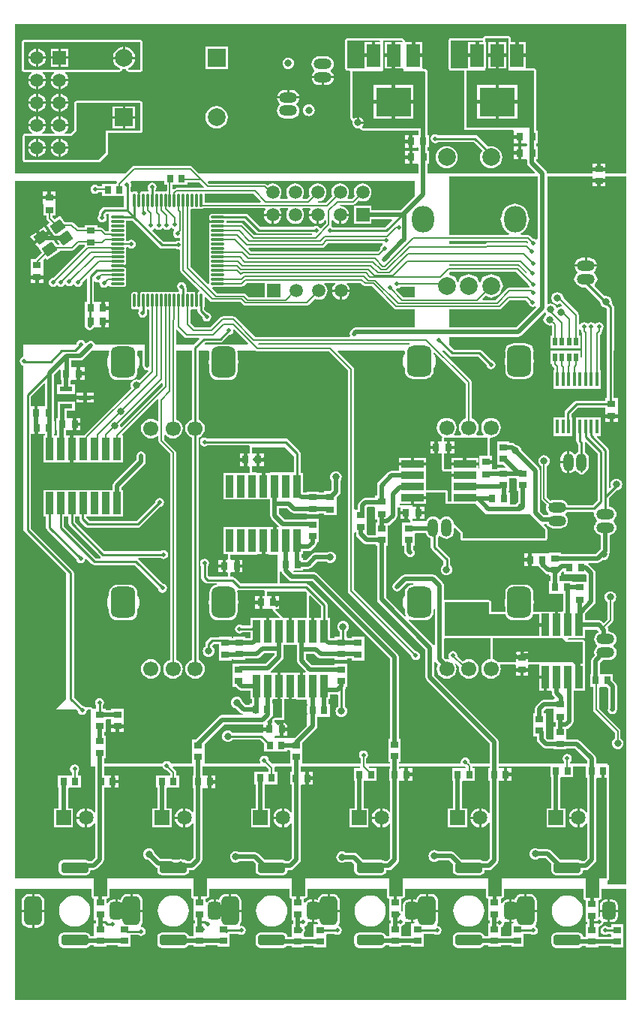
<source format=gtl>
G04*
G04 #@! TF.GenerationSoftware,Altium Limited,Altium Designer,19.0.10 (269)*
G04*
G04 Layer_Physical_Order=1*
G04 Layer_Color=255*
%FSLAX44Y44*%
%MOMM*%
G71*
G01*
G75*
%ADD13C,0.2500*%
%ADD18R,0.5300X0.9700*%
%ADD19R,0.3556X1.6002*%
G04:AMPARAMS|DCode=20|XSize=1.4mm|YSize=1.15mm|CornerRadius=0mm|HoleSize=0mm|Usage=FLASHONLY|Rotation=215.000|XOffset=0mm|YOffset=0mm|HoleType=Round|Shape=Rectangle|*
%AMROTATEDRECTD20*
4,1,4,0.2436,0.8725,0.9032,-0.0695,-0.2436,-0.8725,-0.9032,0.0695,0.2436,0.8725,0.0*
%
%ADD20ROTATEDRECTD20*%

%ADD21R,0.8000X0.9000*%
%ADD22R,0.9000X0.8000*%
%ADD23R,0.8000X0.9000*%
%ADD24R,0.9000X0.8000*%
%ADD25R,0.9000X2.5000*%
%ADD26R,2.5000X0.9000*%
G04:AMPARAMS|DCode=27|XSize=1.49mm|YSize=0.28mm|CornerRadius=0.07mm|HoleSize=0mm|Usage=FLASHONLY|Rotation=90.000|XOffset=0mm|YOffset=0mm|HoleType=Round|Shape=RoundedRectangle|*
%AMROUNDEDRECTD27*
21,1,1.4900,0.1400,0,0,90.0*
21,1,1.3500,0.2800,0,0,90.0*
1,1,0.1400,0.0700,0.6750*
1,1,0.1400,0.0700,-0.6750*
1,1,0.1400,-0.0700,-0.6750*
1,1,0.1400,-0.0700,0.6750*
%
%ADD27ROUNDEDRECTD27*%
G04:AMPARAMS|DCode=28|XSize=1.49mm|YSize=0.28mm|CornerRadius=0.07mm|HoleSize=0mm|Usage=FLASHONLY|Rotation=0.000|XOffset=0mm|YOffset=0mm|HoleType=Round|Shape=RoundedRectangle|*
%AMROUNDEDRECTD28*
21,1,1.4900,0.1400,0,0,0.0*
21,1,1.3500,0.2800,0,0,0.0*
1,1,0.1400,0.6750,-0.0700*
1,1,0.1400,-0.6750,-0.0700*
1,1,0.1400,-0.6750,0.0700*
1,1,0.1400,0.6750,0.0700*
%
%ADD28ROUNDEDRECTD28*%
%ADD29R,1.4500X0.5500*%
%ADD30R,1.4500X0.5500*%
%ADD31R,4.0000X3.2500*%
%ADD32R,1.5000X2.5000*%
%ADD67C,0.5000*%
%ADD68C,0.1520*%
%ADD69R,4.0000X3.0000*%
%ADD70O,2.0000X1.2000*%
G04:AMPARAMS|DCode=71|XSize=2.65mm|YSize=3.5mm|CornerRadius=0.6625mm|HoleSize=0mm|Usage=FLASHONLY|Rotation=180.000|XOffset=0mm|YOffset=0mm|HoleType=Round|Shape=RoundedRectangle|*
%AMROUNDEDRECTD71*
21,1,2.6500,2.1750,0,0,180.0*
21,1,1.3250,3.5000,0,0,180.0*
1,1,1.3250,-0.6625,1.0875*
1,1,1.3250,0.6625,1.0875*
1,1,1.3250,0.6625,-1.0875*
1,1,1.3250,-0.6625,-1.0875*
%
%ADD71ROUNDEDRECTD71*%
G04:AMPARAMS|DCode=72|XSize=2.7mm|YSize=3.5mm|CornerRadius=0.675mm|HoleSize=0mm|Usage=FLASHONLY|Rotation=0.000|XOffset=0mm|YOffset=0mm|HoleType=Round|Shape=RoundedRectangle|*
%AMROUNDEDRECTD72*
21,1,2.7000,2.1500,0,0,0.0*
21,1,1.3500,3.5000,0,0,0.0*
1,1,1.3500,0.6750,-1.0750*
1,1,1.3500,-0.6750,-1.0750*
1,1,1.3500,-0.6750,1.0750*
1,1,1.3500,0.6750,1.0750*
%
%ADD72ROUNDEDRECTD72*%
%ADD73C,1.7000*%
G04:AMPARAMS|DCode=74|XSize=2mm|YSize=3.25mm|CornerRadius=0.5mm|HoleSize=0mm|Usage=FLASHONLY|Rotation=0.000|XOffset=0mm|YOffset=0mm|HoleType=Round|Shape=RoundedRectangle|*
%AMROUNDEDRECTD74*
21,1,2.0000,2.2500,0,0,0.0*
21,1,1.0000,3.2500,0,0,0.0*
1,1,1.0000,0.5000,-1.1250*
1,1,1.0000,-0.5000,-1.1250*
1,1,1.0000,-0.5000,1.1250*
1,1,1.0000,0.5000,1.1250*
%
%ADD74ROUNDEDRECTD74*%
G04:AMPARAMS|DCode=75|XSize=1.5mm|YSize=2mm|CornerRadius=0.375mm|HoleSize=0mm|Usage=FLASHONLY|Rotation=180.000|XOffset=0mm|YOffset=0mm|HoleType=Round|Shape=RoundedRectangle|*
%AMROUNDEDRECTD75*
21,1,1.5000,1.2500,0,0,180.0*
21,1,0.7500,2.0000,0,0,180.0*
1,1,0.7500,-0.3750,0.6250*
1,1,0.7500,0.3750,0.6250*
1,1,0.7500,0.3750,-0.6250*
1,1,0.7500,-0.3750,-0.6250*
%
%ADD75ROUNDEDRECTD75*%
G04:AMPARAMS|DCode=76|XSize=3.1mm|YSize=1.2mm|CornerRadius=0.3mm|HoleSize=0mm|Usage=FLASHONLY|Rotation=0.000|XOffset=0mm|YOffset=0mm|HoleType=Round|Shape=RoundedRectangle|*
%AMROUNDEDRECTD76*
21,1,3.1000,0.6000,0,0,0.0*
21,1,2.5000,1.2000,0,0,0.0*
1,1,0.6000,1.2500,-0.3000*
1,1,0.6000,-1.2500,-0.3000*
1,1,0.6000,-1.2500,0.3000*
1,1,0.6000,1.2500,0.3000*
%
%ADD76ROUNDEDRECTD76*%
%ADD77C,0.8000*%
%ADD78R,1.5000X1.5000*%
%ADD79C,1.5000*%
%ADD80R,1.5000X1.5000*%
%ADD81O,2.5000X3.0000*%
%ADD82C,2.0000*%
%ADD83O,1.2000X2.0000*%
%ADD84R,1.6510X1.6510*%
%ADD85C,1.6510*%
%ADD86R,2.0000X2.0000*%
%ADD87C,0.5000*%
G36*
X878141Y1355080D02*
X873500D01*
Y1340040D01*
X871500D01*
Y1338040D01*
X861460D01*
Y1325300D01*
X859000D01*
X858025Y1325106D01*
X857866Y1325000D01*
X842000D01*
X842000Y1357000D01*
X878141Y1357000D01*
Y1355080D01*
D02*
G37*
G36*
X761630Y1355942D02*
X761387Y1355080D01*
X756500D01*
Y1340040D01*
X754500D01*
Y1338040D01*
X744460D01*
Y1325000D01*
X725000D01*
X725000Y1356609D01*
X760753Y1356987D01*
X761630Y1355942D01*
D02*
G37*
G36*
X907000Y1355040D02*
X906500D01*
Y1325040D01*
X907000D01*
Y1322751D01*
X935390D01*
Y1258981D01*
X934409Y1258000D01*
X859000D01*
Y1322751D01*
X880690D01*
Y1325040D01*
X881500D01*
Y1355040D01*
X880690D01*
Y1359306D01*
X907000D01*
Y1355040D01*
D02*
G37*
G36*
X787159Y1355703D02*
X787129Y1355149D01*
X787040Y1355080D01*
X786730Y1355080D01*
X779000D01*
Y1340040D01*
Y1325000D01*
X786730D01*
X787040Y1325000D01*
X788000Y1324252D01*
Y1322150D01*
X811931Y1322258D01*
X812831Y1321362D01*
Y1317090D01*
X812921Y1317000D01*
Y1274109D01*
X812831Y1274049D01*
Y1257990D01*
X741997D01*
X741566Y1259260D01*
X741664Y1259336D01*
X742713Y1260702D01*
X743372Y1262293D01*
X743429Y1262730D01*
X737000D01*
Y1264000D01*
X735730D01*
Y1270429D01*
X735293Y1270372D01*
X733702Y1269713D01*
X732336Y1268664D01*
X732270Y1268579D01*
X731000Y1269010D01*
Y1290000D01*
X731000Y1321894D01*
X747971Y1321971D01*
X748169Y1322169D01*
X763999D01*
X765000Y1323170D01*
Y1356611D01*
X785969Y1356936D01*
X787159Y1355703D01*
D02*
G37*
G36*
X1040000Y1207000D02*
X1015981D01*
Y1209500D01*
X1008941D01*
X1001901D01*
Y1207000D01*
X950098D01*
X949710Y1208951D01*
X948605Y1210605D01*
X938098Y1221112D01*
Y1223009D01*
X940000D01*
Y1237009D01*
X938098D01*
Y1241009D01*
X940000D01*
Y1255009D01*
X938098D01*
Y1265495D01*
X937939Y1266295D01*
Y1322751D01*
X937745Y1323727D01*
X937192Y1324553D01*
X936365Y1325106D01*
X935390Y1325300D01*
X926540D01*
Y1338040D01*
X916500D01*
Y1340040D01*
X914500D01*
Y1355080D01*
X909549D01*
Y1359306D01*
X909355Y1360281D01*
X908802Y1361108D01*
X907975Y1361661D01*
X907000Y1361855D01*
X880690D01*
X879715Y1361661D01*
X878888Y1361108D01*
X878335Y1360281D01*
X878188Y1359540D01*
X878141Y1359549D01*
X842000Y1359549D01*
X841024Y1359355D01*
X840198Y1358802D01*
X839645Y1357975D01*
X839451Y1357000D01*
X839451Y1325000D01*
X839645Y1324025D01*
X840198Y1323198D01*
X841025Y1322645D01*
X842000Y1322451D01*
X856451D01*
Y1258000D01*
X856645Y1257025D01*
X857198Y1256198D01*
X858025Y1255645D01*
X859000Y1255451D01*
X911857D01*
X912960Y1255049D01*
X912960Y1254181D01*
Y1250009D01*
X919500D01*
Y1248009D01*
X921500D01*
Y1240969D01*
X925747D01*
X926040Y1240969D01*
X926632Y1240988D01*
X927902Y1239997D01*
Y1238021D01*
X926632Y1237030D01*
X926040Y1237049D01*
X925747Y1237049D01*
X921500D01*
Y1230009D01*
Y1222969D01*
X925747D01*
X926040Y1222969D01*
X926632Y1222988D01*
X927902Y1221997D01*
Y1219000D01*
X928290Y1217049D01*
X929395Y1215395D01*
X936617Y1208173D01*
X936131Y1207000D01*
X815412D01*
Y1218000D01*
X817290D01*
Y1232000D01*
X815412D01*
Y1236000D01*
X817000D01*
Y1250000D01*
X815412D01*
Y1268427D01*
X815380Y1268585D01*
Y1273514D01*
X815421Y1273614D01*
X815421Y1273864D01*
X815470Y1274109D01*
Y1317000D01*
X815380Y1317451D01*
Y1321362D01*
X815380Y1321365D01*
X815380Y1321368D01*
X815283Y1321849D01*
X815186Y1322337D01*
X815184Y1322340D01*
X815184Y1322343D01*
X814903Y1322760D01*
X814634Y1323164D01*
X814631Y1323166D01*
X814630Y1323168D01*
X813729Y1324064D01*
X813727Y1324066D01*
X813725Y1324068D01*
X813316Y1324339D01*
X812901Y1324615D01*
X812898Y1324616D01*
X812896Y1324617D01*
X812402Y1324713D01*
X811926Y1324807D01*
X811923Y1324806D01*
X811920Y1324807D01*
X810728Y1324801D01*
X809540Y1326066D01*
Y1338040D01*
X799500D01*
Y1340040D01*
X797500D01*
Y1355080D01*
X790757D01*
X789707Y1355656D01*
X789627Y1356101D01*
X789563Y1356549D01*
X789539Y1356589D01*
X789531Y1356635D01*
X789287Y1357016D01*
X789056Y1357405D01*
X789019Y1357433D01*
X788994Y1357472D01*
X787804Y1358705D01*
X787768Y1358730D01*
X787744Y1358766D01*
X787362Y1359013D01*
X786988Y1359273D01*
X786945Y1359282D01*
X786908Y1359306D01*
X786461Y1359388D01*
X786016Y1359485D01*
X785973Y1359477D01*
X785930Y1359485D01*
X764960Y1359160D01*
X764494Y1359060D01*
X764025Y1358966D01*
X764008Y1358955D01*
X763988Y1358951D01*
X763784Y1358810D01*
X762572Y1358808D01*
X762133Y1359085D01*
X762126Y1359090D01*
X761929Y1359248D01*
X761808Y1359283D01*
X761703Y1359352D01*
X761334Y1359421D01*
X760974Y1359526D01*
X760849Y1359512D01*
X760726Y1359536D01*
X724973Y1359158D01*
X724500Y1359058D01*
X724025Y1358964D01*
X724013Y1358956D01*
X724000Y1358953D01*
X723600Y1358680D01*
X723198Y1358411D01*
X723190Y1358400D01*
X723179Y1358392D01*
X722914Y1357987D01*
X722645Y1357584D01*
X722642Y1357571D01*
X722635Y1357559D01*
X722545Y1357084D01*
X722451Y1356609D01*
X722451Y1325000D01*
X722645Y1324025D01*
X723198Y1323198D01*
X724025Y1322645D01*
X725000Y1322451D01*
X727267D01*
X728451Y1321894D01*
X728451Y1290000D01*
Y1269010D01*
X728467Y1268927D01*
X728456Y1268843D01*
X728564Y1268442D01*
X728645Y1268035D01*
X728692Y1267964D01*
X728714Y1267883D01*
X728967Y1267553D01*
X729198Y1267208D01*
X729268Y1267161D01*
X729319Y1267094D01*
X729679Y1266886D01*
X730024Y1266655D01*
X730667Y1265697D01*
X730444Y1264000D01*
X730667Y1262303D01*
X731322Y1260722D01*
X732364Y1259364D01*
X733722Y1258322D01*
X735303Y1257667D01*
X737000Y1257444D01*
X738697Y1257667D01*
X739642Y1257015D01*
X739873Y1256669D01*
X740081Y1256310D01*
X740148Y1256258D01*
X740195Y1256188D01*
X740540Y1255957D01*
X740870Y1255704D01*
X740951Y1255682D01*
X741022Y1255635D01*
X741429Y1255554D01*
X741830Y1255447D01*
X741914Y1255458D01*
X741997Y1255441D01*
X805216D01*
Y1250898D01*
X805131Y1250813D01*
X803946Y1250011D01*
X803040Y1250040D01*
X802747Y1250040D01*
X798500D01*
Y1243000D01*
Y1235960D01*
X802747D01*
X803040Y1235960D01*
X803946Y1235989D01*
X805131Y1235187D01*
X805216Y1235102D01*
Y1233002D01*
X803946Y1232020D01*
X803330Y1232040D01*
X803037Y1232040D01*
X798790D01*
Y1225000D01*
Y1217960D01*
X803037D01*
X803330Y1217960D01*
X803946Y1217980D01*
X805216Y1216998D01*
Y1207000D01*
X557201D01*
X549850Y1214350D01*
X548772Y1215071D01*
X547500Y1215324D01*
X484357D01*
X483085Y1215071D01*
X482007Y1214350D01*
X474656Y1207000D01*
X350000D01*
Y1375000D01*
X1040000D01*
Y1207000D01*
D02*
G37*
G36*
X1039514Y1007000D02*
X1039515D01*
X1039999Y541898D01*
X1039101Y541000D01*
X1040000D01*
Y405000D01*
X1018417D01*
X1018295Y405295D01*
Y409510D01*
X1018975Y409645D01*
X1019802Y410198D01*
X1020355Y411025D01*
X1020549Y412000D01*
X1020549Y525508D01*
X1020355Y526483D01*
X1020000Y527015D01*
Y539548D01*
X1018295D01*
Y541000D01*
X1005598D01*
Y546860D01*
X1005210Y548811D01*
X1004105Y550465D01*
X987465Y567105D01*
X985811Y568210D01*
X983860Y568598D01*
X972758D01*
X971860Y569496D01*
Y570000D01*
X971860D01*
Y570000D01*
X971860D01*
Y579993D01*
X973353Y580290D01*
X975006Y581395D01*
X978815Y585204D01*
X979920Y586858D01*
X980308Y588809D01*
Y623598D01*
X993260D01*
Y653257D01*
X993336Y653638D01*
Y678525D01*
X993142Y679500D01*
X992589Y680327D01*
X991762Y680880D01*
X990787Y681074D01*
X973620D01*
X973450Y681328D01*
X974129Y682598D01*
X993260D01*
Y692402D01*
X1007078D01*
X1008784Y690696D01*
X1008604Y689361D01*
X1008486Y689198D01*
X1007826Y688925D01*
X1006050Y687562D01*
X1004688Y685787D01*
X1003831Y683719D01*
X1003539Y681500D01*
X1003831Y679281D01*
X1004688Y677213D01*
X1006050Y675438D01*
X1006881Y674800D01*
Y673200D01*
X1006050Y672562D01*
X1004688Y670787D01*
X1003831Y668719D01*
X1003539Y666500D01*
X1003831Y664281D01*
X1004250Y663270D01*
X1001585Y660605D01*
X1000480Y658951D01*
X1000092Y657000D01*
Y642000D01*
X998690D01*
Y628000D01*
X1002274D01*
Y601907D01*
X1002527Y600635D01*
X1003248Y599557D01*
X1026676Y576128D01*
Y569643D01*
X1025364Y568636D01*
X1024322Y567278D01*
X1023667Y565697D01*
X1023444Y564000D01*
X1023667Y562303D01*
X1024322Y560722D01*
X1025364Y559364D01*
X1026722Y558322D01*
X1028303Y557667D01*
X1030000Y557444D01*
X1031697Y557667D01*
X1033278Y558322D01*
X1034636Y559364D01*
X1035678Y560722D01*
X1036333Y562303D01*
X1036556Y564000D01*
X1036333Y565697D01*
X1035678Y567278D01*
X1034636Y568636D01*
X1033324Y569642D01*
Y577505D01*
X1033071Y578777D01*
X1032350Y579855D01*
X1008922Y603284D01*
Y627102D01*
X1009820Y628000D01*
X1011690Y628000D01*
X1012960Y628000D01*
X1017480D01*
X1019189Y626292D01*
Y603441D01*
X1018902Y602000D01*
X1019290Y600049D01*
X1020395Y598395D01*
X1022049Y597290D01*
X1024000Y596902D01*
X1024144Y596931D01*
X1024287Y596902D01*
X1026238Y597290D01*
X1027891Y598395D01*
X1028997Y600049D01*
X1029385Y602000D01*
Y628403D01*
X1028997Y630354D01*
X1027891Y632008D01*
X1024690Y635210D01*
Y642000D01*
X1011186Y642000D01*
X1010288Y642898D01*
Y654888D01*
X1012955Y657556D01*
X1013203Y657927D01*
X1020112D01*
X1022331Y658219D01*
X1024399Y659075D01*
X1026174Y660438D01*
X1027537Y662213D01*
X1028393Y664281D01*
X1028686Y666500D01*
X1028393Y668719D01*
X1027537Y670787D01*
X1026174Y672562D01*
X1025344Y673200D01*
Y674800D01*
X1026174Y675438D01*
X1027537Y677213D01*
X1028393Y679281D01*
X1028686Y681500D01*
X1028393Y683719D01*
X1027537Y685787D01*
X1026174Y687562D01*
X1024399Y688925D01*
X1022331Y689781D01*
X1020112Y690073D01*
X1019788D01*
Y692000D01*
X1019400Y693951D01*
X1018700Y694999D01*
X1024140Y700440D01*
X1024861Y701518D01*
X1025114Y702790D01*
Y723357D01*
X1026426Y724364D01*
X1027468Y725722D01*
X1028123Y727303D01*
X1028346Y729000D01*
X1028123Y730697D01*
X1027468Y732278D01*
X1026426Y733636D01*
X1025068Y734678D01*
X1023487Y735333D01*
X1021790Y735556D01*
X1020093Y735333D01*
X1018512Y734678D01*
X1017154Y733636D01*
X1016112Y732278D01*
X1015457Y730697D01*
X1015234Y729000D01*
X1015457Y727303D01*
X1016112Y725722D01*
X1017154Y724364D01*
X1018466Y723357D01*
Y704167D01*
X1014100Y699800D01*
X1012795Y701105D01*
X1011141Y702210D01*
X1009190Y702598D01*
X993260D01*
Y710126D01*
X1003529Y720395D01*
X1004634Y722049D01*
X1005022Y724000D01*
Y756000D01*
X1004634Y757951D01*
X1003529Y759605D01*
X997529Y765605D01*
X996740Y766132D01*
X997125Y767402D01*
X1007433D01*
X1009384Y767790D01*
X1011038Y768895D01*
X1013073Y770930D01*
X1014000Y770808D01*
X1015697Y771031D01*
X1017278Y771686D01*
X1018636Y772728D01*
X1019678Y774086D01*
X1020333Y775667D01*
X1020556Y777364D01*
X1020389Y778635D01*
X1020710Y779116D01*
X1021098Y781067D01*
Y799071D01*
X1022219Y799219D01*
X1024287Y800075D01*
X1026062Y801438D01*
X1027425Y803213D01*
X1028281Y805281D01*
X1028573Y807500D01*
X1028281Y809719D01*
X1027425Y811787D01*
X1026062Y813562D01*
X1025232Y814200D01*
Y815800D01*
X1026062Y816438D01*
X1027425Y818213D01*
X1028281Y820281D01*
X1028573Y822500D01*
X1028281Y824719D01*
X1027425Y826787D01*
X1026062Y828562D01*
X1024287Y829925D01*
X1022219Y830781D01*
X1020000Y831073D01*
X1019823D01*
Y840416D01*
X1028893Y849486D01*
X1030270Y849667D01*
X1031851Y850322D01*
X1033209Y851364D01*
X1034251Y852722D01*
X1034906Y854303D01*
X1035129Y856000D01*
X1034906Y857697D01*
X1034251Y859278D01*
X1033209Y860636D01*
X1031851Y861678D01*
X1030270Y862333D01*
X1028573Y862556D01*
X1026877Y862333D01*
X1025295Y861678D01*
X1023938Y860636D01*
X1022896Y859278D01*
X1022241Y857697D01*
X1022017Y856000D01*
X1022241Y854303D01*
X1022433Y853840D01*
X1020997Y852404D01*
X1019823Y852890D01*
Y894748D01*
X1019532Y896211D01*
X1018704Y897452D01*
X1006499Y909656D01*
X1006985Y910829D01*
X1010630D01*
Y931831D01*
X985270D01*
Y931871D01*
X982952D01*
Y931831D01*
X982769D01*
Y921330D01*
Y910828D01*
X982952D01*
Y910789D01*
X983225D01*
Y905048D01*
X983516Y903585D01*
X984344Y902344D01*
X985500Y901189D01*
Y892818D01*
X984861Y892553D01*
X983086Y891191D01*
X982474Y890393D01*
X980873D01*
X980239Y891219D01*
X978455Y892588D01*
X976377Y893449D01*
X975418Y893575D01*
Y881128D01*
Y868682D01*
X976377Y868808D01*
X978455Y869669D01*
X980239Y871038D01*
X980873Y871864D01*
X982474D01*
X983086Y871066D01*
X984861Y869704D01*
X985993Y869235D01*
X986620Y868296D01*
X987860Y867468D01*
X989324Y867177D01*
X990787Y867468D01*
X992027Y868296D01*
X992789Y869436D01*
X993435Y869704D01*
X995210Y871066D01*
X996573Y872842D01*
X997429Y874910D01*
X997721Y877129D01*
Y885128D01*
X997429Y887347D01*
X996573Y889415D01*
X995210Y891191D01*
X993435Y892553D01*
X993147Y892672D01*
Y902772D01*
X993024Y903394D01*
X994194Y904019D01*
X1007137Y891077D01*
Y838482D01*
X1001478Y832823D01*
X973531D01*
X972925Y834287D01*
X971562Y836062D01*
X969787Y837425D01*
X967719Y838281D01*
X965500Y838573D01*
X957500D01*
X955281Y838281D01*
X954318Y837882D01*
X950324Y841877D01*
Y876756D01*
X951636Y877763D01*
X952678Y879120D01*
X953333Y880702D01*
X953556Y882399D01*
X953333Y884095D01*
X952678Y885677D01*
X951636Y887034D01*
X950278Y888076D01*
X948697Y888731D01*
X947000Y888955D01*
X945303Y888731D01*
X943722Y888076D01*
X942364Y887034D01*
X941322Y885677D01*
X940667Y884095D01*
X940444Y882399D01*
X940667Y880702D01*
X941322Y879120D01*
X942364Y877763D01*
X943676Y876756D01*
Y840500D01*
X943929Y839228D01*
X944650Y838150D01*
X949618Y833182D01*
X949219Y832219D01*
X948927Y830000D01*
X949219Y827781D01*
X950075Y825713D01*
X951438Y823938D01*
X951815Y823648D01*
X951881Y822189D01*
X951107Y821437D01*
X946772D01*
X942098Y826112D01*
Y871818D01*
X941710Y873769D01*
X940605Y875423D01*
X921131Y894897D01*
X921006Y895841D01*
X920351Y897422D01*
X919309Y898780D01*
X917952Y899822D01*
X916370Y900477D01*
X915426Y900601D01*
X914718Y901310D01*
X913064Y902415D01*
X911113Y902803D01*
X908000D01*
Y904500D01*
X894000D01*
Y892770D01*
X894000Y891500D01*
X894000D01*
Y891500D01*
X894000D01*
Y878500D01*
X900790D01*
X903617Y875673D01*
X903131Y874500D01*
X894000D01*
Y872848D01*
X888285D01*
X888174Y873296D01*
X888005Y874118D01*
X888040Y874960D01*
X888040D01*
X888040Y875253D01*
Y879500D01*
X881000D01*
Y883500D01*
X888040D01*
Y888040D01*
X885787D01*
Y907784D01*
X887000Y908905D01*
X889872Y909283D01*
X892548Y910391D01*
X894845Y912155D01*
X896609Y914453D01*
X897717Y917128D01*
X898095Y920000D01*
X897717Y922872D01*
X896609Y925547D01*
X894845Y927845D01*
X892548Y929609D01*
X889872Y930717D01*
X887000Y931095D01*
X884128Y930717D01*
X881452Y929609D01*
X879155Y927845D01*
X877392Y925547D01*
X876283Y922872D01*
X875905Y920000D01*
X876283Y917128D01*
X877392Y914453D01*
X878645Y912819D01*
X878019Y911549D01*
X870981D01*
X870355Y912819D01*
X871609Y914453D01*
X872717Y917128D01*
X873095Y920000D01*
X872717Y922872D01*
X871609Y925547D01*
X869845Y927845D01*
X867548Y929609D01*
X865324Y930529D01*
Y971000D01*
X865071Y972272D01*
X864350Y973350D01*
X831874Y1005827D01*
X832360Y1007000D01*
X834944D01*
X840647Y1001296D01*
X841888Y1000468D01*
X843351Y1000177D01*
X872416D01*
X881979Y990614D01*
X882290Y989049D01*
X883395Y987395D01*
X885049Y986290D01*
X887000Y985902D01*
X888951Y986290D01*
X890605Y987395D01*
X891710Y989049D01*
X892098Y991000D01*
X891710Y992951D01*
X890605Y994605D01*
X888951Y995710D01*
X887386Y996021D01*
X877677Y1005730D01*
X877775Y1005965D01*
X876870Y1006870D01*
X874000Y1008059D01*
X845032D01*
X839645Y1013446D01*
Y1022588D01*
X917583D01*
X917583Y1022588D01*
X921410Y1024173D01*
X947388Y1050152D01*
X948634Y1049904D01*
X949313Y1048263D01*
Y1047437D01*
X948198Y1046975D01*
X946138Y1042000D01*
X948198Y1037025D01*
X953173Y1034965D01*
X954620Y1035564D01*
X955471Y1034712D01*
Y1024100D01*
X953850D01*
Y1009400D01*
X988150D01*
Y1024100D01*
X986529D01*
Y1030465D01*
X987799Y1030717D01*
X988173Y1029813D01*
X988611Y1029632D01*
Y1028860D01*
X989645Y1026365D01*
X990123Y1025886D01*
Y999250D01*
X988150D01*
Y1006600D01*
X953850D01*
Y999250D01*
Y991900D01*
X955676D01*
Y991690D01*
X955929Y990418D01*
X956650Y989340D01*
X958324Y987665D01*
Y985171D01*
X957370D01*
Y964169D01*
X1010630D01*
Y985171D01*
X1009676D01*
Y1007000D01*
X1009881D01*
Y1024670D01*
X1011495Y1026284D01*
X1012529Y1028780D01*
Y1030050D01*
X1012827Y1030173D01*
X1014412Y1034000D01*
X1012827Y1037827D01*
X1009000Y1039412D01*
X1005197Y1037837D01*
X1004911Y1037735D01*
X1004089D01*
X1003803Y1037837D01*
X1000000Y1039412D01*
X996173Y1037827D01*
X994822Y1037883D01*
X992000Y1039052D01*
X988173Y1037467D01*
X987799Y1036563D01*
X986529Y1036815D01*
Y1047000D01*
X985495Y1049495D01*
X969022Y1065968D01*
X969036Y1066000D01*
X966975Y1070975D01*
X962000Y1073036D01*
X957025Y1070975D01*
X954965Y1066000D01*
X957025Y1061025D01*
X962000Y1058964D01*
X964861Y1060149D01*
X967084Y1057925D01*
X966379Y1056869D01*
X966000Y1057026D01*
X961025Y1054966D01*
X960608D01*
X959263Y1058213D01*
X954288Y1060273D01*
X951468Y1059105D01*
X950412Y1059811D01*
Y1132827D01*
Y1203000D01*
X1001901D01*
Y1200500D01*
X1015981D01*
Y1203000D01*
X1039515D01*
X1039514Y1007000D01*
D02*
G37*
G36*
X464640Y1196730D02*
X464429Y1196415D01*
X464176Y1195143D01*
X464033Y1195000D01*
X461000Y1195000D01*
X459730Y1195000D01*
X448000D01*
Y1192324D01*
X443792D01*
X443605Y1192605D01*
X441951Y1193710D01*
X440000Y1194098D01*
X438049Y1193710D01*
X436395Y1192605D01*
X435290Y1190951D01*
X434902Y1189000D01*
X435290Y1187049D01*
X436395Y1185395D01*
X438049Y1184290D01*
X440000Y1183902D01*
X441951Y1184290D01*
X443605Y1185395D01*
X443792Y1185676D01*
X448000D01*
Y1181000D01*
X459730D01*
X461000Y1181000D01*
X462270Y1181000D01*
X472525D01*
Y1168823D01*
X451009D01*
X449546Y1168532D01*
X448305Y1167704D01*
X445305Y1164704D01*
X444477Y1163463D01*
X444185Y1162000D01*
Y1159778D01*
X443299Y1158451D01*
X442911Y1156500D01*
X443299Y1154549D01*
X444404Y1152895D01*
X446058Y1151790D01*
X448009Y1151402D01*
X449960Y1151790D01*
X451614Y1152895D01*
X452719Y1154549D01*
X453107Y1156500D01*
X452719Y1158451D01*
X451832Y1159778D01*
Y1160416D01*
X452593Y1161177D01*
X455163D01*
X455842Y1159906D01*
X455536Y1159449D01*
X455287Y1158200D01*
Y1156800D01*
X455536Y1155551D01*
X455904Y1155000D01*
X455536Y1154449D01*
X455287Y1153200D01*
Y1151800D01*
X455536Y1150551D01*
X455904Y1150000D01*
X455536Y1149449D01*
X455287Y1148200D01*
Y1146800D01*
X455536Y1145551D01*
X455904Y1145000D01*
X455536Y1144449D01*
X455287Y1143200D01*
Y1141800D01*
X455009Y1141461D01*
X452335D01*
X449308Y1144487D01*
X448230Y1145208D01*
X446958Y1145461D01*
X442458D01*
Y1148637D01*
X428458D01*
Y1145461D01*
X421335D01*
X415808Y1150987D01*
X414730Y1151708D01*
X413458Y1151961D01*
X405742D01*
X400659Y1159220D01*
X394450Y1154872D01*
X391764Y1157559D01*
Y1159137D01*
X395440D01*
Y1171844D01*
X395480Y1173097D01*
X395480Y1173390D01*
Y1177637D01*
X381400D01*
Y1173390D01*
X381400Y1173097D01*
X381440Y1171844D01*
Y1159137D01*
X385116D01*
Y1156182D01*
X385369Y1154910D01*
X386090Y1153832D01*
X388223Y1151699D01*
X388112Y1150434D01*
X385095Y1148322D01*
X394250Y1135248D01*
X394217Y1135225D01*
X399605Y1127531D01*
X399018Y1126404D01*
X396780D01*
X392125Y1133052D01*
X392158Y1133075D01*
X388550Y1138228D01*
X380735Y1132756D01*
X372920Y1127284D01*
X376528Y1122132D01*
X376561Y1122154D01*
X380008Y1117232D01*
X372914Y1110137D01*
X367440D01*
Y1097430D01*
X367400Y1096177D01*
X367400Y1095883D01*
Y1091637D01*
X374440D01*
X381480D01*
Y1095883D01*
X381480Y1096177D01*
X381440Y1097430D01*
Y1109262D01*
X383181Y1111003D01*
X384447Y1110893D01*
X385715Y1109081D01*
X400962Y1119757D01*
X413902D01*
X415174Y1120010D01*
X416252Y1120730D01*
X421835Y1126313D01*
X428458D01*
Y1124319D01*
X393171Y1089032D01*
X392839Y1089098D01*
X390888Y1088710D01*
X389235Y1087605D01*
X388130Y1085951D01*
X387741Y1084000D01*
X388130Y1082049D01*
X389235Y1080395D01*
X390888Y1079290D01*
X392839Y1078902D01*
X394790Y1079290D01*
X396232Y1080254D01*
X397055Y1080368D01*
X397877Y1080254D01*
X399319Y1079290D01*
X401270Y1078902D01*
X403221Y1079290D01*
X404875Y1080395D01*
X405522Y1081363D01*
X407042Y1081374D01*
X407395Y1080845D01*
X409049Y1079740D01*
X411000Y1079352D01*
X412951Y1079740D01*
X414605Y1080845D01*
X415144Y1081652D01*
X415225Y1081680D01*
X416613Y1081565D01*
X417395Y1080395D01*
X419049Y1079290D01*
X421000Y1078902D01*
X422951Y1079290D01*
X424605Y1080395D01*
X425710Y1082049D01*
X426098Y1084000D01*
X426032Y1084331D01*
X430003Y1088303D01*
X431177Y1087817D01*
Y1062000D01*
X428500D01*
Y1048000D01*
X428500D01*
Y1047000D01*
X428500D01*
Y1033000D01*
X429437D01*
X430509Y1031395D01*
X432163Y1030290D01*
X434114Y1029902D01*
X436065Y1030290D01*
X437719Y1031395D01*
X438791Y1033000D01*
X441207D01*
X442460Y1032960D01*
X442753Y1032960D01*
X447000D01*
Y1040000D01*
X449000D01*
Y1042000D01*
X455540D01*
Y1046690D01*
X455540Y1047040D01*
Y1047960D01*
X455540Y1048310D01*
Y1053000D01*
X449000D01*
Y1055000D01*
X447000D01*
Y1062040D01*
X442753D01*
X442460Y1062040D01*
X441207Y1062000D01*
X438823D01*
Y1084587D01*
X440093Y1085128D01*
X441348Y1084290D01*
X443299Y1083902D01*
X443983Y1084038D01*
X445072Y1083000D01*
X445460Y1081049D01*
X446565Y1079395D01*
X448219Y1078290D01*
X450170Y1077902D01*
X452121Y1078290D01*
X453774Y1079395D01*
X454336Y1080235D01*
X454554Y1080293D01*
X455805Y1080148D01*
X456243Y1079493D01*
X457301Y1078786D01*
X458550Y1078537D01*
X472050D01*
X473299Y1078786D01*
X474357Y1079493D01*
X475064Y1080551D01*
X475313Y1081800D01*
Y1083200D01*
X475064Y1084449D01*
X474696Y1085000D01*
X475064Y1085551D01*
X475313Y1086800D01*
Y1088200D01*
X475064Y1089448D01*
X474696Y1090000D01*
X475064Y1090551D01*
X475313Y1091800D01*
Y1093200D01*
X475064Y1094449D01*
X474696Y1095000D01*
X475064Y1095551D01*
X475313Y1096800D01*
Y1098200D01*
X475064Y1099449D01*
X474720Y1099964D01*
X475078Y1100500D01*
X474362D01*
X474357Y1100507D01*
X473299Y1101215D01*
X472050Y1101463D01*
X465300D01*
Y1103537D01*
X472050D01*
X473299Y1103785D01*
X474357Y1104493D01*
X474362Y1104500D01*
X475078D01*
X474720Y1105036D01*
X475064Y1105551D01*
X475313Y1106800D01*
Y1108200D01*
X475064Y1109449D01*
X474696Y1110000D01*
X475064Y1110551D01*
X475313Y1111800D01*
Y1113200D01*
X475064Y1114448D01*
X474696Y1115000D01*
X475064Y1115551D01*
X475313Y1116800D01*
Y1118200D01*
X475064Y1119449D01*
X474696Y1120000D01*
X475064Y1120551D01*
X475313Y1121800D01*
Y1122833D01*
X476309Y1123860D01*
X477108Y1123838D01*
X477404Y1123395D01*
X479058Y1122290D01*
X481009Y1121902D01*
X482960Y1122290D01*
X484614Y1123395D01*
X485719Y1125049D01*
X486107Y1127000D01*
X485719Y1128951D01*
X484614Y1130605D01*
X482960Y1131710D01*
X481009Y1132098D01*
X479058Y1131710D01*
X477404Y1130605D01*
X477383Y1130574D01*
X476070D01*
X475264Y1131556D01*
X475313Y1131800D01*
Y1133200D01*
X475064Y1134449D01*
X474696Y1135000D01*
X475064Y1135551D01*
X475313Y1136800D01*
Y1138200D01*
X475064Y1139448D01*
X474696Y1140000D01*
X475064Y1140551D01*
X475313Y1141800D01*
Y1143200D01*
X475064Y1144449D01*
X474696Y1145000D01*
X475064Y1145551D01*
X475313Y1146800D01*
Y1148200D01*
X475064Y1149449D01*
X474696Y1150000D01*
X475064Y1150551D01*
X475313Y1151800D01*
Y1153200D01*
X475704Y1153677D01*
X482265D01*
X512645Y1123296D01*
X513886Y1122468D01*
X515349Y1122177D01*
X531222D01*
X532549Y1121290D01*
X534500Y1120902D01*
X535185Y1121038D01*
X536167Y1120233D01*
Y1097740D01*
X536420Y1096468D01*
X537141Y1095390D01*
X557703Y1074827D01*
X557387Y1073474D01*
X556500Y1073110D01*
Y1072362D01*
X556493Y1072357D01*
X555785Y1071299D01*
X555537Y1070050D01*
Y1063300D01*
X553463D01*
Y1070050D01*
X553215Y1071299D01*
X552507Y1072357D01*
X552500Y1072362D01*
Y1073078D01*
X551964Y1072720D01*
X551449Y1073064D01*
X550200Y1073313D01*
X548800D01*
X547551Y1073064D01*
X547000Y1072696D01*
X546449Y1073064D01*
X545200Y1073313D01*
X543800D01*
X543323Y1073704D01*
Y1077542D01*
X543032Y1079006D01*
X542816Y1079330D01*
X542429Y1081274D01*
X541324Y1082928D01*
X539670Y1084033D01*
X537719Y1084421D01*
X535768Y1084033D01*
X534114Y1082928D01*
X533009Y1081274D01*
X532621Y1079324D01*
X533009Y1077373D01*
X534114Y1075719D01*
X535414Y1074850D01*
X535425Y1074489D01*
X534263Y1073313D01*
X533800D01*
X532551Y1073064D01*
X532000Y1072696D01*
X531449Y1073064D01*
X530200Y1073313D01*
X528800D01*
X527551Y1073064D01*
X527000Y1072696D01*
X526449Y1073064D01*
X525200Y1073313D01*
X523800D01*
X522551Y1073064D01*
X522000Y1072696D01*
X521449Y1073064D01*
X520200Y1073313D01*
X518800D01*
X517551Y1073064D01*
X517000Y1072696D01*
X516449Y1073064D01*
X515200Y1073313D01*
X513800D01*
X512551Y1073064D01*
X512000Y1072696D01*
X511449Y1073064D01*
X510200Y1073313D01*
X508800D01*
X507551Y1073064D01*
X507000Y1072696D01*
X506449Y1073064D01*
X505200Y1073313D01*
X503800D01*
X502551Y1073064D01*
X502000Y1072696D01*
X501449Y1073064D01*
X500200Y1073313D01*
X498800D01*
X497551Y1073064D01*
X497000Y1072696D01*
X496449Y1073064D01*
X495200Y1073313D01*
X493800D01*
X492551Y1073064D01*
X492036Y1072720D01*
X491500Y1073078D01*
Y1072362D01*
X491493Y1072357D01*
X490785Y1071299D01*
X490537Y1070050D01*
Y1063300D01*
X488463D01*
Y1070050D01*
X488215Y1071299D01*
X487507Y1072357D01*
X487500Y1072362D01*
Y1073078D01*
X486964Y1072720D01*
X486449Y1073064D01*
X485200Y1073313D01*
X483800D01*
X482551Y1073064D01*
X481493Y1072357D01*
X480786Y1071299D01*
X480537Y1070050D01*
Y1056550D01*
X480786Y1055301D01*
X481493Y1054243D01*
X482551Y1053536D01*
X483800Y1053287D01*
X485200D01*
X486449Y1053536D01*
X486964Y1053880D01*
X487536Y1053498D01*
X488800Y1053247D01*
X489013D01*
X489692Y1051976D01*
X489090Y1051076D01*
X488702Y1049125D01*
X489090Y1047174D01*
X490195Y1045520D01*
X491849Y1044415D01*
X493800Y1044027D01*
X495751Y1044415D01*
X497405Y1045520D01*
X498510Y1047174D01*
X498898Y1049125D01*
X498510Y1051076D01*
X498323Y1051355D01*
Y1052896D01*
X498800Y1053287D01*
X500200D01*
X501167Y1052494D01*
Y1014000D01*
X479356D01*
X478750Y1014080D01*
X465250D01*
X464644Y1014000D01*
X440062D01*
X439873Y1014951D01*
X438768Y1016605D01*
X437114Y1017710D01*
X435163Y1018098D01*
X433212Y1017710D01*
X431558Y1016605D01*
X430027Y1015073D01*
X428811Y1015442D01*
X428710Y1015951D01*
X427605Y1017605D01*
X425951Y1018710D01*
X424000Y1019098D01*
X422049Y1018710D01*
X420395Y1017605D01*
X419290Y1015951D01*
X418979Y1014386D01*
X418593Y1014000D01*
X359198D01*
Y1000036D01*
X358049Y999808D01*
X356395Y998703D01*
X355290Y997049D01*
X354902Y995098D01*
X355290Y993147D01*
X356395Y991493D01*
X358049Y990388D01*
X359198Y990160D01*
Y804666D01*
X359000Y804469D01*
X360476Y802992D01*
X361296Y801765D01*
X407000Y756061D01*
Y614000D01*
X395000Y602000D01*
X404964D01*
X404984Y602020D01*
X419187D01*
X420509Y600698D01*
X420821Y599133D01*
X421926Y597479D01*
X423579Y596374D01*
X425530Y595986D01*
X427481Y596374D01*
X429135Y597479D01*
X430240Y599133D01*
X430628Y601084D01*
X431397Y602020D01*
X435163D01*
Y538000D01*
X439902D01*
Y486521D01*
X438632Y486090D01*
X437397Y487699D01*
X435142Y489429D01*
X432516Y490517D01*
X430968Y490721D01*
Y480000D01*
Y469279D01*
X432516Y469483D01*
X435142Y470571D01*
X437397Y472301D01*
X438632Y473910D01*
X439902Y473479D01*
Y435112D01*
X436138Y431348D01*
X432892D01*
X431646Y432181D01*
X429500Y432608D01*
X404500D01*
X402354Y432181D01*
X400535Y430965D01*
X399319Y429146D01*
X398892Y427000D01*
Y421000D01*
X399319Y418854D01*
X400535Y417035D01*
X402354Y415819D01*
X404500Y415392D01*
X429500D01*
X431646Y415819D01*
X433465Y417035D01*
X434681Y418854D01*
X435108Y421000D01*
Y421152D01*
X438250D01*
X440201Y421540D01*
X441855Y422645D01*
X448605Y429395D01*
X449710Y431049D01*
X450098Y433000D01*
Y514000D01*
X453460D01*
Y513960D01*
X458000D01*
Y521000D01*
Y528040D01*
X453460D01*
Y528000D01*
X450098D01*
Y538000D01*
X516101D01*
X516290Y537049D01*
X517395Y535395D01*
X519049Y534290D01*
X521000Y533902D01*
X521331Y533968D01*
X525145Y530155D01*
Y528866D01*
X524278Y528000D01*
X522000Y528000D01*
X520730Y528000D01*
X509000D01*
Y514000D01*
X510434D01*
Y490755D01*
X504777D01*
Y469245D01*
X526287D01*
Y490755D01*
X520630D01*
Y513102D01*
X521528Y514000D01*
X522000D01*
X523270Y514000D01*
X535000D01*
Y528000D01*
X531824D01*
Y531500D01*
X531571Y532772D01*
X530850Y533850D01*
X527874Y536827D01*
X528360Y538000D01*
X551402D01*
Y527698D01*
X550000D01*
Y513698D01*
X550882D01*
Y486847D01*
X549612Y486415D01*
X548627Y487699D01*
X546372Y489429D01*
X543746Y490517D01*
X542198Y490721D01*
Y480000D01*
Y469279D01*
X543746Y469483D01*
X546372Y470571D01*
X548627Y472301D01*
X549612Y473585D01*
X550882Y473153D01*
Y434862D01*
X547118Y431098D01*
X544497D01*
X542876Y432181D01*
X540730Y432608D01*
X539832D01*
X538931Y433210D01*
X536980Y433598D01*
X535029Y433210D01*
X534128Y432608D01*
X528582D01*
X527681Y433210D01*
X525730Y433598D01*
X513612D01*
X507457Y439753D01*
X507333Y440697D01*
X506678Y442278D01*
X505636Y443636D01*
X504278Y444678D01*
X502697Y445333D01*
X501000Y445556D01*
X499303Y445333D01*
X497722Y444678D01*
X496364Y443636D01*
X495322Y442278D01*
X494667Y440697D01*
X494444Y439000D01*
X494667Y437303D01*
X495322Y435722D01*
X496364Y434364D01*
X497722Y433322D01*
X499303Y432667D01*
X500247Y432543D01*
X507895Y424895D01*
X509549Y423790D01*
X510122Y423676D01*
Y421000D01*
X510549Y418854D01*
X511765Y417035D01*
X513584Y415819D01*
X515730Y415392D01*
X540730D01*
X542876Y415819D01*
X544695Y417035D01*
X545911Y418854D01*
X546318Y420902D01*
X549230D01*
X551181Y421290D01*
X552835Y422395D01*
X559585Y429145D01*
X560690Y430799D01*
X561078Y432750D01*
Y513698D01*
X562960D01*
Y513658D01*
X567500D01*
Y520698D01*
Y527738D01*
X562960D01*
Y527698D01*
X561598D01*
Y538000D01*
X633299D01*
X636176Y535123D01*
Y532898D01*
X635278Y532000D01*
X633000Y532000D01*
X631730Y532000D01*
X620000D01*
Y518000D01*
X621664D01*
Y490755D01*
X616007D01*
Y469245D01*
X637517D01*
Y490755D01*
X631860D01*
Y517686D01*
X633000Y518000D01*
X634270Y518000D01*
X646000D01*
Y532000D01*
X642824D01*
Y536500D01*
X642778Y536730D01*
X643820Y538000D01*
X662112D01*
Y531762D01*
X660000D01*
Y517762D01*
X662112D01*
Y486847D01*
X660842Y486415D01*
X659857Y487699D01*
X657602Y489429D01*
X654976Y490517D01*
X653428Y490721D01*
Y480000D01*
Y469279D01*
X654976Y469483D01*
X657602Y470571D01*
X659857Y472301D01*
X660842Y473585D01*
X662112Y473153D01*
Y434862D01*
X658348Y431098D01*
X655727D01*
X654106Y432181D01*
X651960Y432608D01*
X631312D01*
X624315Y439605D01*
X622661Y440710D01*
X620710Y441098D01*
X602856D01*
X602101Y441678D01*
X600520Y442333D01*
X598823Y442556D01*
X597126Y442333D01*
X595545Y441678D01*
X594187Y440636D01*
X593145Y439278D01*
X592490Y437697D01*
X592267Y436000D01*
X592490Y434303D01*
X593145Y432722D01*
X594187Y431364D01*
X595545Y430322D01*
X597126Y429667D01*
X598823Y429444D01*
X600520Y429667D01*
X602101Y430322D01*
X602856Y430902D01*
X618598D01*
X621543Y427958D01*
X621352Y427000D01*
Y421000D01*
X621779Y418854D01*
X622995Y417035D01*
X624814Y415819D01*
X626960Y415392D01*
X651960D01*
X654106Y415819D01*
X655925Y417035D01*
X657141Y418854D01*
X657548Y420902D01*
X660460D01*
X662411Y421290D01*
X664065Y422395D01*
X670815Y429145D01*
X671920Y430799D01*
X672308Y432750D01*
Y516722D01*
X672960Y517722D01*
X677500D01*
Y524762D01*
Y531802D01*
X672960D01*
X672308Y532802D01*
Y538000D01*
X738815Y538000D01*
X739246Y537170D01*
X738519Y536000D01*
X732000D01*
Y522000D01*
X732894D01*
Y490755D01*
X727237D01*
Y469245D01*
X748747D01*
Y490755D01*
X743090D01*
Y522000D01*
X745000D01*
Y522000D01*
X745000Y522000D01*
X746270Y522000D01*
X758000D01*
Y536000D01*
X749707D01*
X748972Y536891D01*
X749446Y538000D01*
X773342D01*
Y535770D01*
X772000D01*
Y521770D01*
X773342D01*
Y486847D01*
X772072Y486415D01*
X771087Y487699D01*
X768832Y489429D01*
X766206Y490517D01*
X764658Y490721D01*
Y480000D01*
Y469279D01*
X766206Y469483D01*
X768832Y470571D01*
X771087Y472301D01*
X772072Y473585D01*
X773342Y473153D01*
Y434862D01*
X769578Y431098D01*
X766957D01*
X765336Y432181D01*
X763190Y432608D01*
X742542D01*
X735823Y439327D01*
X734169Y440432D01*
X732218Y440820D01*
X723034D01*
X722278Y441400D01*
X720697Y442055D01*
X719000Y442278D01*
X717303Y442055D01*
X715722Y441400D01*
X714364Y440358D01*
X713322Y439000D01*
X712667Y437419D01*
X712444Y435722D01*
X712667Y434025D01*
X713322Y432444D01*
X714364Y431086D01*
X715722Y430044D01*
X717303Y429389D01*
X719000Y429166D01*
X720697Y429389D01*
X722278Y430044D01*
X723034Y430624D01*
X730106D01*
X732773Y427958D01*
X732582Y427000D01*
Y421000D01*
X733009Y418854D01*
X734225Y417035D01*
X736044Y415819D01*
X738190Y415392D01*
X763190D01*
X765336Y415819D01*
X767155Y417035D01*
X768371Y418854D01*
X768778Y420902D01*
X771690D01*
X773641Y421290D01*
X775295Y422395D01*
X782045Y429145D01*
X783150Y430799D01*
X783538Y432750D01*
Y521770D01*
X784960D01*
Y521730D01*
X789500D01*
Y528770D01*
Y535810D01*
X784960D01*
Y535770D01*
X783538D01*
Y538000D01*
X857508D01*
X858000Y537902D01*
X858054Y537913D01*
X858741Y537270D01*
X858413Y536000D01*
X856000Y536000D01*
X854730Y536000D01*
X843000D01*
Y522000D01*
X844124D01*
Y490755D01*
X838467D01*
Y469245D01*
X859977D01*
Y490755D01*
X854320D01*
Y521102D01*
X855218Y522000D01*
X856000D01*
X857270Y522000D01*
X869000D01*
Y536000D01*
X865824D01*
Y538000D01*
X885402D01*
Y536000D01*
X884000D01*
Y522000D01*
X885402D01*
Y485493D01*
X884132Y485240D01*
X884047Y485444D01*
X882317Y487699D01*
X880062Y489429D01*
X877436Y490517D01*
X875888Y490721D01*
Y480000D01*
Y469279D01*
X877436Y469483D01*
X880062Y470571D01*
X882317Y472301D01*
X884047Y474556D01*
X884132Y474760D01*
X885402Y474508D01*
Y433862D01*
X882638Y431098D01*
X878187D01*
X876566Y432181D01*
X874420Y432608D01*
X853772D01*
X845775Y440605D01*
X844121Y441710D01*
X842170Y442098D01*
X827132D01*
X826376Y442678D01*
X824795Y443333D01*
X823098Y443556D01*
X821401Y443333D01*
X819820Y442678D01*
X818462Y441636D01*
X817420Y440278D01*
X816765Y438697D01*
X816542Y437000D01*
X816765Y435303D01*
X817420Y433722D01*
X818462Y432364D01*
X819820Y431322D01*
X821401Y430667D01*
X823098Y430444D01*
X824795Y430667D01*
X826376Y431322D01*
X827132Y431902D01*
X840058D01*
X844003Y427958D01*
X843812Y427000D01*
Y421000D01*
X844239Y418854D01*
X845455Y417035D01*
X847274Y415819D01*
X849420Y415392D01*
X874420D01*
X876566Y415819D01*
X878385Y417035D01*
X879601Y418854D01*
X880008Y420902D01*
X884750D01*
X886701Y421290D01*
X888355Y422395D01*
X894105Y428145D01*
X895210Y429799D01*
X895598Y431750D01*
Y522000D01*
X896960D01*
Y521960D01*
X901500D01*
Y529000D01*
Y536040D01*
X896960D01*
Y536000D01*
X895598D01*
Y538000D01*
X954000D01*
Y526000D01*
X955354D01*
Y490755D01*
X949697D01*
Y469245D01*
X971207D01*
Y490755D01*
X965550D01*
Y525102D01*
X966448Y526000D01*
X967000D01*
Y526000D01*
X967000D01*
Y526000D01*
X980000D01*
Y538000D01*
X994000D01*
Y525548D01*
X995802D01*
Y486847D01*
X994532Y486415D01*
X993547Y487699D01*
X991292Y489429D01*
X988666Y490517D01*
X987118Y490721D01*
Y480000D01*
Y469279D01*
X988666Y469483D01*
X991292Y470571D01*
X993547Y472301D01*
X994532Y473585D01*
X995802Y473153D01*
Y434862D01*
X992038Y431098D01*
X989417D01*
X987796Y432181D01*
X985650Y432608D01*
X965002D01*
X954678Y442932D01*
X953024Y444037D01*
X951073Y444425D01*
X940942D01*
X940187Y445005D01*
X938605Y445659D01*
X936909Y445883D01*
X935212Y445659D01*
X933631Y445005D01*
X932273Y443963D01*
X931231Y442605D01*
X930576Y441024D01*
X930352Y439327D01*
X930576Y437630D01*
X931231Y436049D01*
X932273Y434691D01*
X933631Y433649D01*
X935212Y432994D01*
X936909Y432771D01*
X938605Y432994D01*
X940187Y433649D01*
X940942Y434229D01*
X948962D01*
X955233Y427958D01*
X955042Y427000D01*
Y421000D01*
X955469Y418854D01*
X956685Y417035D01*
X958504Y415819D01*
X960650Y415392D01*
X985650D01*
X987796Y415819D01*
X989615Y417035D01*
X990831Y418854D01*
X991238Y420902D01*
X994150D01*
X996101Y421290D01*
X997755Y422395D01*
X1004505Y429145D01*
X1005610Y430799D01*
X1005998Y432750D01*
Y524765D01*
X1006960Y525508D01*
X1011500D01*
Y532548D01*
X1015500D01*
Y525508D01*
X1018000D01*
X1018000Y412000D01*
X1009183D01*
Y389848D01*
X1008040Y389540D01*
Y389540D01*
X1003000D01*
Y383000D01*
X999000D01*
Y389540D01*
X994000D01*
Y412000D01*
X899183D01*
Y391848D01*
X898040Y391540D01*
Y391540D01*
X893000D01*
Y385000D01*
X889000D01*
Y391540D01*
X884000D01*
Y412000D01*
X787182D01*
Y391848D01*
X786040Y391540D01*
Y391540D01*
X781000D01*
Y385000D01*
X777000D01*
Y391540D01*
X772000D01*
Y412000D01*
X677182Y412000D01*
Y391848D01*
X676040Y391540D01*
Y391540D01*
X671000D01*
Y385000D01*
X667000D01*
Y391540D01*
X662000D01*
Y412000D01*
X566183D01*
Y391848D01*
X565040Y391540D01*
Y391540D01*
X560000D01*
Y385000D01*
X556000D01*
Y391540D01*
X551000D01*
Y412000D01*
X454183D01*
Y391848D01*
X453040Y391540D01*
Y391540D01*
X448000D01*
Y385000D01*
X444000D01*
Y391540D01*
X439000D01*
Y412000D01*
X395000D01*
X350898D01*
X350000Y412898D01*
X350049Y1014000D01*
X350000D01*
Y1198000D01*
X463961D01*
X464640Y1196730D01*
D02*
G37*
G36*
X563302Y1191497D02*
X562816Y1190324D01*
X531984D01*
X530712Y1190071D01*
X529634Y1189350D01*
X528988Y1188705D01*
X527815Y1189191D01*
Y1194000D01*
X530170D01*
X531440Y1194000D01*
Y1194000D01*
X531440D01*
Y1194000D01*
X544440D01*
Y1196676D01*
X558123D01*
X563302Y1191497D01*
D02*
G37*
G36*
X518440Y1194000D02*
X521167D01*
Y1187506D01*
X520200Y1186713D01*
X518800D01*
X517551Y1186464D01*
X517000Y1186096D01*
X516449Y1186464D01*
X515200Y1186713D01*
X513800D01*
X512551Y1186464D01*
X512000Y1186096D01*
X511449Y1186464D01*
X510200Y1186713D01*
X508800D01*
X508323Y1187104D01*
Y1187917D01*
X509210Y1189244D01*
X509598Y1191195D01*
X509210Y1193146D01*
X508105Y1194799D01*
X506451Y1195904D01*
X504500Y1196292D01*
X502549Y1195904D01*
X500895Y1194799D01*
X499790Y1193146D01*
X499402Y1191195D01*
X499790Y1189244D01*
X500677Y1187917D01*
Y1187104D01*
X500200Y1186713D01*
X498800D01*
X497551Y1186464D01*
X497000Y1186096D01*
X496449Y1186464D01*
X495200Y1186713D01*
X493800D01*
X492551Y1186464D01*
X492036Y1186120D01*
X491500Y1186478D01*
Y1185762D01*
X491493Y1185758D01*
X490785Y1184699D01*
X490537Y1183450D01*
Y1176700D01*
X488463D01*
Y1183450D01*
X488215Y1184699D01*
X487507Y1185758D01*
X487500Y1185762D01*
Y1186478D01*
X486964Y1186120D01*
X486449Y1186464D01*
X485200Y1186713D01*
X483800D01*
X482551Y1186464D01*
X481493Y1185757D01*
X481442Y1185681D01*
X480172Y1186067D01*
Y1191231D01*
X480719Y1192049D01*
X481107Y1194000D01*
X480719Y1195951D01*
X480198Y1196730D01*
X480877Y1198000D01*
X518440D01*
Y1194000D01*
D02*
G37*
G36*
X801000Y1181210D02*
X784888Y1165098D01*
X752169D01*
Y1170000D01*
X732169D01*
Y1150000D01*
X752169D01*
Y1154902D01*
X774836D01*
X775322Y1153729D01*
X767416Y1145823D01*
X708278D01*
X707619Y1146263D01*
X707071Y1147728D01*
X707324Y1149000D01*
Y1153731D01*
X708594Y1154162D01*
X709609Y1152839D01*
X711706Y1151230D01*
X714148Y1150218D01*
X715499Y1150041D01*
Y1160000D01*
X716769D01*
Y1161270D01*
X726729D01*
X726551Y1162621D01*
X725539Y1165063D01*
X723930Y1167161D01*
X721833Y1168770D01*
X719390Y1169782D01*
X716769Y1170127D01*
X716630Y1170108D01*
X715873Y1171290D01*
X716060Y1171587D01*
X731680D01*
X732952Y1171840D01*
X734030Y1172560D01*
X737840Y1176370D01*
X739559Y1175657D01*
X742169Y1175314D01*
X744780Y1175657D01*
X747213Y1176665D01*
X749302Y1178268D01*
X750904Y1180357D01*
X751912Y1182790D01*
X752256Y1185400D01*
X751912Y1188010D01*
X750904Y1190443D01*
X749302Y1192532D01*
X747213Y1194135D01*
X744780Y1195143D01*
X742169Y1195486D01*
X739559Y1195143D01*
X737126Y1194135D01*
X735037Y1192532D01*
X733435Y1190443D01*
X732427Y1188010D01*
X732083Y1185400D01*
X732427Y1182790D01*
X733139Y1181070D01*
X730303Y1178234D01*
X725477D01*
X724850Y1179504D01*
X725504Y1180357D01*
X726512Y1182790D01*
X726856Y1185400D01*
X726512Y1188010D01*
X725504Y1190443D01*
X723902Y1192532D01*
X721813Y1194135D01*
X719380Y1195143D01*
X716769Y1195486D01*
X714159Y1195143D01*
X711726Y1194135D01*
X709637Y1192532D01*
X708035Y1190443D01*
X707027Y1188010D01*
X706683Y1185400D01*
X707027Y1182790D01*
X707739Y1181070D01*
X700733Y1174064D01*
X691606D01*
X691522Y1175334D01*
X693980Y1175657D01*
X696413Y1176665D01*
X698502Y1178268D01*
X700104Y1180357D01*
X701112Y1182790D01*
X701456Y1185400D01*
X701112Y1188010D01*
X700104Y1190443D01*
X698502Y1192532D01*
X696413Y1194135D01*
X693980Y1195143D01*
X691369Y1195486D01*
X688759Y1195143D01*
X686326Y1194135D01*
X684237Y1192532D01*
X682635Y1190443D01*
X681627Y1188010D01*
X681283Y1185400D01*
X681627Y1182790D01*
X682339Y1181070D01*
X679593Y1178324D01*
X674580D01*
X674018Y1179463D01*
X674704Y1180357D01*
X675712Y1182790D01*
X676056Y1185400D01*
X675712Y1188010D01*
X674704Y1190443D01*
X673102Y1192532D01*
X671013Y1194135D01*
X668580Y1195143D01*
X665969Y1195486D01*
X663359Y1195143D01*
X660926Y1194135D01*
X658837Y1192532D01*
X657234Y1190443D01*
X656227Y1188010D01*
X655883Y1185400D01*
X656227Y1182790D01*
X657234Y1180357D01*
X657921Y1179463D01*
X657359Y1178324D01*
X649180D01*
X648618Y1179463D01*
X649304Y1180357D01*
X650312Y1182790D01*
X650656Y1185400D01*
X650312Y1188010D01*
X649304Y1190443D01*
X647701Y1192532D01*
X645613Y1194135D01*
X643180Y1195143D01*
X640570Y1195486D01*
X637959Y1195143D01*
X635526Y1194135D01*
X634608Y1193431D01*
X633689Y1194350D01*
X632611Y1195071D01*
X631339Y1195324D01*
X568877D01*
X567374Y1196827D01*
X567860Y1198000D01*
X801000D01*
Y1181210D01*
D02*
G37*
G36*
X627369Y1175237D02*
X626883Y1174064D01*
X563463D01*
Y1183450D01*
X563648Y1183676D01*
X618930D01*
X627369Y1175237D01*
D02*
G37*
G36*
X683430Y1166146D02*
X682600Y1165063D01*
X681588Y1162621D01*
X681410Y1161270D01*
X691369D01*
Y1160000D01*
X692639D01*
Y1150041D01*
X693990Y1150218D01*
X696433Y1151230D01*
X698530Y1152839D01*
X699406Y1153981D01*
X700676Y1153550D01*
Y1150377D01*
X695486Y1145186D01*
X693850Y1145347D01*
X693344Y1146105D01*
X691690Y1147210D01*
X689740Y1147598D01*
X687789Y1147210D01*
X686462Y1146323D01*
X626593D01*
X612713Y1160204D01*
X611472Y1161032D01*
X610009Y1161323D01*
X586150D01*
X585450Y1161463D01*
X571950D01*
X570701Y1161214D01*
X569643Y1160507D01*
X568936Y1159449D01*
X568687Y1158200D01*
Y1156800D01*
X568936Y1155551D01*
X569280Y1155036D01*
X568922Y1154500D01*
X569638D01*
X569642Y1154493D01*
X570701Y1153785D01*
X571950Y1153537D01*
X578700D01*
Y1151463D01*
X571950D01*
X570701Y1151215D01*
X569642Y1150507D01*
X569638Y1150500D01*
X568922D01*
X569280Y1149964D01*
X568936Y1149449D01*
X568687Y1148200D01*
Y1146800D01*
X568936Y1145551D01*
X569304Y1145000D01*
X568936Y1144449D01*
X568687Y1143200D01*
Y1141800D01*
X568936Y1140551D01*
X569304Y1140000D01*
X568936Y1139448D01*
X568687Y1138200D01*
Y1136800D01*
X568936Y1135551D01*
X569304Y1135000D01*
X568936Y1134449D01*
X568687Y1133200D01*
Y1131800D01*
X568936Y1130551D01*
X569304Y1130000D01*
X568936Y1129449D01*
X568687Y1128200D01*
Y1126800D01*
X568936Y1125551D01*
X569304Y1125000D01*
X568936Y1124449D01*
X568687Y1123200D01*
Y1121800D01*
X568936Y1120551D01*
X569304Y1120000D01*
X568936Y1119449D01*
X568687Y1118200D01*
Y1116800D01*
X568936Y1115551D01*
X569304Y1115000D01*
X568936Y1114448D01*
X568687Y1113200D01*
Y1111800D01*
X568936Y1110551D01*
X569304Y1110000D01*
X568936Y1109449D01*
X568687Y1108200D01*
Y1106800D01*
X568936Y1105551D01*
X569304Y1105000D01*
X568936Y1104449D01*
X568687Y1103200D01*
Y1101800D01*
X568936Y1100551D01*
X569304Y1100000D01*
X568936Y1099449D01*
X568687Y1098200D01*
Y1096800D01*
X568936Y1095551D01*
X569304Y1095000D01*
X568936Y1094449D01*
X568687Y1093200D01*
Y1091800D01*
X568936Y1090551D01*
X569304Y1090000D01*
X568936Y1089448D01*
X568687Y1088200D01*
Y1086800D01*
X568936Y1085551D01*
X569304Y1085000D01*
X568936Y1084449D01*
X568687Y1083200D01*
Y1082722D01*
X567417Y1082196D01*
X547815Y1101799D01*
Y1165882D01*
X548797Y1166688D01*
X548800Y1166687D01*
X550200D01*
X551449Y1166936D01*
X552000Y1167304D01*
X552551Y1166936D01*
X553800Y1166687D01*
X555200D01*
X556449Y1166936D01*
X557000Y1167304D01*
X557551Y1166936D01*
X558800Y1166687D01*
X560200D01*
X561449Y1166936D01*
X562168Y1167416D01*
X632004D01*
X632631Y1166146D01*
X631800Y1165063D01*
X630788Y1162621D01*
X630610Y1161270D01*
X640570D01*
X650529D01*
X650351Y1162621D01*
X649339Y1165063D01*
X648509Y1166146D01*
X649135Y1167416D01*
X657455D01*
X658081Y1166146D01*
X657234Y1165043D01*
X656227Y1162610D01*
X655883Y1160000D01*
X656227Y1157390D01*
X657234Y1154957D01*
X658837Y1152868D01*
X660926Y1151265D01*
X663359Y1150257D01*
X665969Y1149914D01*
X668580Y1150257D01*
X671013Y1151265D01*
X673102Y1152868D01*
X674704Y1154957D01*
X675712Y1157390D01*
X676056Y1160000D01*
X675712Y1162610D01*
X674704Y1165043D01*
X673858Y1166146D01*
X674484Y1167416D01*
X682804D01*
X683430Y1166146D01*
D02*
G37*
G36*
X528058Y1144290D02*
X529277Y1144047D01*
X529546Y1142699D01*
X529404Y1142605D01*
X528299Y1140951D01*
X527911Y1139000D01*
X528299Y1137049D01*
X529404Y1135395D01*
X531058Y1134290D01*
X533009Y1133902D01*
X534897Y1134278D01*
X535121Y1134290D01*
X536167Y1133637D01*
Y1131767D01*
X535185Y1130962D01*
X534500Y1131098D01*
X532549Y1130710D01*
X531222Y1129823D01*
X516933D01*
X504711Y1142046D01*
X505141Y1143411D01*
X506614Y1144395D01*
X506874Y1144785D01*
X508144D01*
X508404Y1144395D01*
X510058Y1143290D01*
X512009Y1142902D01*
X513960Y1143290D01*
X515614Y1144395D01*
X515874Y1144785D01*
X517144D01*
X517404Y1144395D01*
X519058Y1143290D01*
X521009Y1142902D01*
X522960Y1143290D01*
X524614Y1144395D01*
X525079Y1145092D01*
X526404Y1145395D01*
X528058Y1144290D01*
D02*
G37*
G36*
X622305Y1139796D02*
X623546Y1138968D01*
X625009Y1138677D01*
X685284D01*
X685345Y1138594D01*
X684706Y1137324D01*
X619965D01*
X607438Y1149850D01*
X606360Y1150571D01*
X605088Y1150824D01*
X589555D01*
X588754Y1151800D01*
Y1153200D01*
X589145Y1153677D01*
X608425D01*
X622305Y1139796D01*
D02*
G37*
G36*
X939588Y1132738D02*
X938318Y1132051D01*
X935000Y1133425D01*
X934702Y1133302D01*
X931557Y1136446D01*
X929062Y1137479D01*
X920805D01*
X920420Y1138749D01*
X924814Y1141686D01*
X928130Y1146647D01*
X929033Y1151186D01*
X930612Y1155000D01*
X929033Y1158814D01*
X928130Y1163353D01*
X924814Y1168314D01*
X919853Y1171630D01*
X914000Y1172794D01*
X908147Y1171630D01*
X903186Y1168314D01*
X899870Y1163353D01*
X898968Y1158814D01*
X897388Y1155000D01*
X898968Y1151186D01*
X899870Y1146647D01*
X903186Y1141686D01*
X907580Y1138749D01*
X907195Y1137479D01*
X839645D01*
Y1203000D01*
X939588D01*
Y1132738D01*
D02*
G37*
G36*
X928734Y1129290D02*
X928014Y1128213D01*
X927252Y1128529D01*
X882638D01*
X880224Y1127529D01*
X839645D01*
Y1130422D01*
X927601D01*
X928734Y1129290D01*
D02*
G37*
G36*
X764746Y1126833D02*
X764874Y1126431D01*
X764789Y1126273D01*
X763355Y1125315D01*
X762250Y1123661D01*
X761862Y1121710D01*
X761932Y1121356D01*
X759349Y1118772D01*
X616365D01*
X613240Y1121898D01*
X613726Y1123071D01*
X696507D01*
X697779Y1123324D01*
X698858Y1124045D01*
X702489Y1127676D01*
X764245D01*
X764746Y1126833D01*
D02*
G37*
G36*
X927832Y1095178D02*
X927797Y1094980D01*
X926431Y1094550D01*
X919486Y1101495D01*
X916991Y1102529D01*
X839645D01*
Y1104471D01*
X918538D01*
X927832Y1095178D01*
D02*
G37*
G36*
X801000Y1067388D02*
X788223D01*
X779757Y1075854D01*
X780382Y1077025D01*
X781000Y1076902D01*
X782951Y1077290D01*
X784605Y1078395D01*
X784792Y1078676D01*
X801000D01*
Y1067388D01*
D02*
G37*
G36*
X742818Y1080481D02*
X743897Y1079761D01*
X745169Y1079508D01*
X752792D01*
X777650Y1054650D01*
X778728Y1053929D01*
X780000Y1053676D01*
X801000D01*
Y1033098D01*
X734427D01*
X732476Y1032710D01*
X730822Y1031605D01*
X728822Y1029605D01*
X727717Y1027951D01*
X727329Y1026000D01*
X727717Y1024049D01*
X728021Y1023594D01*
X727342Y1022324D01*
X620667D01*
X598285Y1044706D01*
X597207Y1045426D01*
X595935Y1045679D01*
X584267D01*
X582995Y1045426D01*
X581917Y1044706D01*
X570140Y1032929D01*
X552701D01*
X547815Y1037815D01*
Y1052482D01*
X548797Y1053288D01*
X548800Y1053287D01*
X550200D01*
X551449Y1053536D01*
X551964Y1053880D01*
X552536Y1053498D01*
X553800Y1053247D01*
X555200D01*
X555677Y1052855D01*
Y1051829D01*
X555968Y1050366D01*
X556796Y1049125D01*
X561108Y1044814D01*
X561459Y1043049D01*
X562564Y1041395D01*
X564218Y1040290D01*
X566169Y1039902D01*
X568120Y1040290D01*
X569774Y1041395D01*
X570879Y1043049D01*
X571267Y1045000D01*
X570879Y1046951D01*
X569774Y1048605D01*
X568120Y1049710D01*
X566754Y1049982D01*
X563323Y1053413D01*
Y1055850D01*
X563463Y1056550D01*
Y1067409D01*
X564636Y1067895D01*
X569881Y1062650D01*
X570959Y1061929D01*
X572231Y1061676D01*
X604359D01*
X607385Y1058650D01*
X608464Y1057929D01*
X609735Y1057676D01*
X678900D01*
X680172Y1057929D01*
X681250Y1058650D01*
X688020Y1065420D01*
X689740Y1064707D01*
X692350Y1064364D01*
X694960Y1064707D01*
X697393Y1065715D01*
X699482Y1067318D01*
X701085Y1069407D01*
X702093Y1071840D01*
X702436Y1074450D01*
X702093Y1077060D01*
X701085Y1079493D01*
X699482Y1081582D01*
X698634Y1082233D01*
X699065Y1083503D01*
X710969D01*
X711400Y1082233D01*
X710589Y1081611D01*
X708980Y1079513D01*
X707968Y1077071D01*
X707791Y1075720D01*
X727709D01*
X727532Y1077071D01*
X726520Y1079513D01*
X724911Y1081611D01*
X724100Y1082233D01*
X724531Y1083503D01*
X739796D01*
X742818Y1080481D01*
D02*
G37*
G36*
X631550Y1067324D02*
X613377D01*
X610350Y1070350D01*
X609272Y1071071D01*
X608000Y1071324D01*
X578290D01*
X572346Y1077267D01*
X572872Y1078537D01*
X585450D01*
X586698Y1078786D01*
X587283Y1079176D01*
X605672D01*
X606944Y1079429D01*
X608022Y1080150D01*
X611376Y1083503D01*
X631550D01*
Y1067324D01*
D02*
G37*
G36*
X929120Y1081880D02*
X928997Y1081582D01*
X930100Y1078917D01*
X929395Y1077861D01*
X907580D01*
X905085Y1076828D01*
X892275Y1064018D01*
X877887D01*
X877401Y1065192D01*
X881116Y1068907D01*
X887000Y1066470D01*
X896567Y1070433D01*
X900530Y1080000D01*
X896567Y1089567D01*
X887000Y1093530D01*
X877433Y1089567D01*
X875135Y1084019D01*
X873865D01*
X871567Y1089567D01*
X862000Y1093530D01*
X852433Y1089567D01*
X850135Y1084019D01*
X848865D01*
X846567Y1089567D01*
X839645Y1092434D01*
Y1094655D01*
X840462Y1095471D01*
X915529D01*
X929120Y1081880D01*
D02*
G37*
G36*
X928712Y1061471D02*
X928588Y1061173D01*
X930173Y1057346D01*
X934000Y1055761D01*
X937234Y1057101D01*
X937953Y1056024D01*
X915341Y1033412D01*
X839645D01*
Y1053471D01*
X896262D01*
X898757Y1054505D01*
X907897Y1063645D01*
X926538D01*
X928712Y1061471D01*
D02*
G37*
G36*
X795304Y1014406D02*
X794837Y1014000D01*
X624090D01*
X623787Y1014406D01*
X624425Y1015676D01*
X794829D01*
X795304Y1014406D01*
D02*
G37*
G36*
X612862Y1015173D02*
X612375Y1014000D01*
X592223D01*
X591625Y1014079D01*
X578375D01*
X577777Y1014000D01*
X564032D01*
X563546Y1015173D01*
X564549Y1016177D01*
X581395D01*
X582858Y1016468D01*
X584099Y1017296D01*
X591386Y1024584D01*
X592951Y1024895D01*
X594605Y1026000D01*
X595710Y1027654D01*
X596098Y1029605D01*
X595965Y1030274D01*
X597135Y1030900D01*
X612862Y1015173D01*
D02*
G37*
G36*
X541105Y1022326D02*
X542183Y1021605D01*
X543455Y1021352D01*
X557251D01*
X557737Y1020179D01*
X551558Y1014000D01*
X531324D01*
Y1030311D01*
X532594Y1030837D01*
X541105Y1022326D01*
D02*
G37*
G36*
X622063Y1006329D02*
X623335Y1006076D01*
X704223D01*
X725676Y984623D01*
Y736000D01*
X725929Y734728D01*
X726650Y733650D01*
X796968Y663331D01*
X796902Y663000D01*
X797290Y661049D01*
X798395Y659395D01*
X800049Y658290D01*
X802000Y657902D01*
X803951Y658290D01*
X805605Y659395D01*
X806710Y661049D01*
X807098Y663000D01*
X806710Y664951D01*
X805605Y666605D01*
X803951Y667710D01*
X802000Y668098D01*
X801669Y668032D01*
X732324Y737377D01*
Y800683D01*
X732836Y801741D01*
X734738D01*
Y800041D01*
X735126Y798090D01*
X736231Y796436D01*
X743031Y789636D01*
X744685Y788531D01*
X746636Y788143D01*
X756506D01*
Y786741D01*
X758408D01*
Y726494D01*
X758796Y724543D01*
X759901Y722889D01*
X812902Y669888D01*
Y638500D01*
X813290Y636549D01*
X814395Y634895D01*
X885402Y563888D01*
Y541000D01*
X864701D01*
X863032Y542669D01*
X863098Y543000D01*
X862710Y544951D01*
X861605Y546605D01*
X859951Y547710D01*
X858000Y548098D01*
X856049Y547710D01*
X854395Y546605D01*
X853290Y544951D01*
X852902Y543000D01*
X853047Y542270D01*
X852005Y541000D01*
X783538D01*
Y543000D01*
X785000D01*
Y554730D01*
X785000Y556000D01*
X785000Y557270D01*
Y569000D01*
X783098D01*
Y661667D01*
X782710Y663618D01*
X781605Y665272D01*
X691272Y755605D01*
X689618Y756710D01*
X687667Y757098D01*
X664314D01*
X663781Y757766D01*
X664328Y759000D01*
X675000D01*
Y760902D01*
X680500D01*
X682451Y761290D01*
X684105Y762395D01*
X690514Y768804D01*
X701634D01*
X702389Y768224D01*
X703970Y767569D01*
X705667Y767346D01*
X707364Y767569D01*
X708945Y768224D01*
X710303Y769266D01*
X711345Y770624D01*
X712000Y772205D01*
X712223Y773902D01*
X712000Y775599D01*
X711345Y777180D01*
X710303Y778538D01*
X708945Y779580D01*
X707364Y780235D01*
X705667Y780458D01*
X703970Y780235D01*
X702389Y779580D01*
X701634Y779000D01*
X688402D01*
X686451Y778612D01*
X684797Y777507D01*
X678388Y771098D01*
X675000D01*
Y773000D01*
X673423D01*
Y777870D01*
X675150D01*
Y780902D01*
X681071D01*
X683022Y781290D01*
X684676Y782395D01*
X689105Y786824D01*
X690210Y788478D01*
X690598Y790429D01*
Y791000D01*
X693000D01*
Y804000D01*
X693000D01*
Y804000D01*
X693000D01*
Y817000D01*
X679000D01*
Y816598D01*
X654357D01*
X647848Y823107D01*
Y828902D01*
X656951D01*
X660958Y824895D01*
X662612Y823790D01*
X664563Y823402D01*
X678887D01*
Y822000D01*
X692887D01*
Y823402D01*
X698600D01*
Y821370D01*
X712600D01*
Y834370D01*
X712600D01*
Y835370D01*
X712600D01*
Y841160D01*
X715605Y844165D01*
X716710Y845819D01*
X717098Y847770D01*
Y860316D01*
X717678Y861072D01*
X718333Y862653D01*
X718556Y864350D01*
X718333Y866047D01*
X717678Y867628D01*
X716636Y868986D01*
X715278Y870028D01*
X713697Y870683D01*
X712000Y870906D01*
X710303Y870683D01*
X708722Y870028D01*
X707364Y868986D01*
X706322Y867628D01*
X705667Y866047D01*
X705444Y864350D01*
X705667Y862653D01*
X706322Y861072D01*
X706902Y860316D01*
Y849882D01*
X705390Y848370D01*
X698600D01*
Y846848D01*
X692887D01*
Y848000D01*
X678887D01*
Y846598D01*
X675150D01*
Y869130D01*
X671973D01*
Y890850D01*
X671682Y892313D01*
X670854Y893554D01*
X657704Y906704D01*
X656463Y907532D01*
X655000Y907823D01*
X566824D01*
X565497Y908710D01*
X563546Y909098D01*
X561595Y908710D01*
X559941Y907605D01*
X558836Y905951D01*
X558448Y904000D01*
X558836Y902049D01*
X559941Y900395D01*
X561595Y899290D01*
X563546Y898902D01*
X565497Y899290D01*
X566824Y900177D01*
X613920D01*
X614634Y898994D01*
X614631Y898907D01*
X614451Y898000D01*
Y892120D01*
X614401Y892036D01*
X613643Y891174D01*
X613371Y891040D01*
X612000D01*
Y884000D01*
Y876960D01*
X613371D01*
X613643Y876827D01*
X614401Y875963D01*
X614451Y875881D01*
Y870000D01*
X613737Y869130D01*
X584950D01*
Y839130D01*
X637652D01*
Y834000D01*
Y820995D01*
X638040Y819044D01*
X639145Y817391D01*
X647452Y809083D01*
X646966Y807910D01*
X644750D01*
Y792870D01*
X640750D01*
Y807910D01*
X635710D01*
Y807870D01*
X584950D01*
Y777870D01*
X589737D01*
X590451Y777000D01*
Y772120D01*
X590401Y772037D01*
X589642Y771173D01*
X589371Y771040D01*
X588000D01*
Y764000D01*
Y756960D01*
X589371D01*
X589641Y756827D01*
X590401Y755963D01*
X590451Y755881D01*
Y751836D01*
X568571D01*
X567369Y753038D01*
Y763722D01*
X568256Y765049D01*
X568644Y767000D01*
X568256Y768951D01*
X567151Y770605D01*
X565497Y771710D01*
X563546Y772098D01*
X561595Y771710D01*
X559941Y770605D01*
X558836Y768951D01*
X558448Y767000D01*
X558836Y765049D01*
X559723Y763722D01*
Y751454D01*
X560014Y749991D01*
X560842Y748751D01*
X564284Y745309D01*
X565524Y744481D01*
X566987Y744189D01*
X577082D01*
X577165Y742919D01*
X575993Y742765D01*
X573773Y741846D01*
X571867Y740383D01*
X570404Y738477D01*
X569485Y736257D01*
X569171Y733875D01*
Y727405D01*
X568860Y726655D01*
X568379Y723000D01*
X568860Y719345D01*
X569171Y718595D01*
Y712125D01*
X569485Y709743D01*
X570404Y707523D01*
X571867Y705617D01*
X573773Y704154D01*
X575993Y703235D01*
X578375Y702921D01*
X591625D01*
X594007Y703235D01*
X596227Y704154D01*
X598133Y705617D01*
X599596Y707523D01*
X600515Y709743D01*
X600829Y712125D01*
Y718595D01*
X601140Y719345D01*
X601621Y723000D01*
X601140Y726655D01*
X600829Y727405D01*
Y733875D01*
X600565Y735875D01*
X600600Y735947D01*
X601313Y736682D01*
X601641Y736857D01*
X602549Y736677D01*
X630675D01*
X631505Y735407D01*
X631424Y735000D01*
Y730996D01*
X630653Y730208D01*
X630336Y730040D01*
X629270D01*
Y723000D01*
Y715960D01*
X633810D01*
Y715960D01*
X633812Y715960D01*
X635063Y716000D01*
X640061D01*
X641114Y714787D01*
X641308Y713811D01*
X641861Y712984D01*
X648542Y706303D01*
X648056Y705130D01*
X642127D01*
Y705170D01*
X637087D01*
Y690130D01*
X633087D01*
Y705170D01*
X628047D01*
Y705130D01*
X615387D01*
Y696823D01*
X606278D01*
X604951Y697710D01*
X603000Y698098D01*
X601049Y697710D01*
X599395Y696605D01*
X598290Y694951D01*
X597902Y693000D01*
X598290Y691049D01*
X599395Y689395D01*
X601049Y688290D01*
X603000Y687902D01*
X604951Y688290D01*
X606278Y689177D01*
X615387D01*
Y682598D01*
X610000D01*
Y684000D01*
X596000D01*
Y682848D01*
X594000D01*
Y684500D01*
X580000D01*
Y683823D01*
X572086D01*
X570623Y683532D01*
X569383Y682704D01*
X565552Y678873D01*
X564724Y677633D01*
X564432Y676169D01*
Y673259D01*
X563620Y672636D01*
X562578Y671278D01*
X561923Y669697D01*
X561700Y668000D01*
X561923Y666303D01*
X562578Y664722D01*
X563620Y663364D01*
X564978Y662322D01*
X566559Y661667D01*
X568256Y661444D01*
X569953Y661667D01*
X571534Y662322D01*
X572892Y663364D01*
X573934Y664722D01*
X574589Y666303D01*
X574812Y668000D01*
X574589Y669697D01*
X573934Y671278D01*
X572892Y672636D01*
X572079Y673259D01*
Y674586D01*
X573670Y676177D01*
X580000D01*
Y671500D01*
X580000D01*
Y670500D01*
X580000D01*
Y657500D01*
X594000D01*
Y659152D01*
X596000D01*
Y658000D01*
X610000D01*
Y659402D01*
X622393D01*
X624344Y659790D01*
X625998Y660895D01*
X631005Y665902D01*
X642689D01*
Y663899D01*
X632888Y654098D01*
X604000D01*
X602049Y653710D01*
X601735Y653500D01*
X595000D01*
Y641770D01*
X595000Y640500D01*
X595000D01*
Y640500D01*
X595000D01*
Y627500D01*
X599290D01*
X601525Y625265D01*
X603179Y624160D01*
X605130Y623772D01*
X615387D01*
Y613870D01*
X616951D01*
Y609000D01*
X615050D01*
Y607133D01*
X610410D01*
X606406Y611138D01*
X606333Y611697D01*
X605677Y613278D01*
X604636Y614636D01*
X603278Y615678D01*
X601697Y616333D01*
X600000Y616556D01*
X598303Y616333D01*
X596722Y615678D01*
X595364Y614636D01*
X594322Y613278D01*
X593667Y611697D01*
X593444Y610000D01*
X593667Y608303D01*
X594322Y606722D01*
X595364Y605364D01*
X596722Y604322D01*
X598303Y603667D01*
X599632Y603492D01*
X604694Y598431D01*
X606348Y597326D01*
X607094Y597177D01*
X606968Y595907D01*
X583597D01*
X581646Y595519D01*
X579992Y594414D01*
X553578Y568000D01*
X549500D01*
Y556270D01*
X549500Y555000D01*
X549500Y553730D01*
Y542000D01*
X548848Y541000D01*
X525677D01*
X524605Y542605D01*
X522951Y543710D01*
X521000Y544098D01*
X519049Y543710D01*
X517395Y542605D01*
X516323Y541000D01*
X450098D01*
Y547000D01*
X452000D01*
Y558730D01*
X452000Y560000D01*
X452000Y561270D01*
Y573000D01*
X450098D01*
Y577000D01*
X452000D01*
X452000Y590504D01*
X452898Y591402D01*
X458291D01*
Y590040D01*
X458251D01*
Y585500D01*
X465291D01*
X472331D01*
Y590040D01*
X472291D01*
Y603000D01*
X458291D01*
Y601598D01*
X452000D01*
Y603000D01*
X448823D01*
Y606722D01*
X449710Y608049D01*
X450098Y610000D01*
X449710Y611951D01*
X448605Y613605D01*
X446951Y614710D01*
X445000Y615098D01*
X443049Y614710D01*
X441395Y613605D01*
X440290Y611951D01*
X439902Y610000D01*
X440290Y608049D01*
X441177Y606722D01*
Y603898D01*
X440279Y603000D01*
X438000Y603000D01*
X437030Y603725D01*
X436965Y603822D01*
X436138Y604375D01*
X435163Y604569D01*
X431397D01*
X431273Y604544D01*
X431147Y604557D01*
X430789Y604448D01*
X430421Y604375D01*
X429236Y604649D01*
X429135Y604688D01*
X427481Y605793D01*
X425916Y606105D01*
X416292Y615729D01*
Y756000D01*
X416001Y757463D01*
X415172Y758704D01*
X367823Y806052D01*
Y912960D01*
X371982D01*
Y920000D01*
X375982D01*
Y912960D01*
X380522D01*
Y912960D01*
X381482Y913000D01*
Y913000D01*
X383343D01*
Y911130D01*
X381441D01*
Y881130D01*
X406801D01*
Y881090D01*
X411841D01*
Y896130D01*
Y911170D01*
X407169D01*
Y917000D01*
X409207D01*
X410460Y916960D01*
X410753Y916960D01*
X415000D01*
Y924000D01*
Y931040D01*
X410754D01*
X410460Y931040D01*
X409368Y931005D01*
X408830Y931166D01*
X408098Y931898D01*
Y939098D01*
X417082D01*
Y949598D01*
X397582D01*
Y939098D01*
X397902D01*
Y931000D01*
X396500D01*
Y917000D01*
X396973D01*
Y911130D01*
X393539D01*
Y913000D01*
X394482D01*
Y927000D01*
X393539D01*
Y930000D01*
X393991D01*
Y944000D01*
X393539D01*
Y979329D01*
X399818Y985608D01*
X400991Y985122D01*
Y974000D01*
X402273D01*
Y968750D01*
X397500D01*
Y958250D01*
X417000D01*
Y968750D01*
X412468D01*
Y973102D01*
X413345Y973979D01*
X413739Y973999D01*
X414951Y973960D01*
X415244Y973960D01*
X419491D01*
Y981000D01*
Y988040D01*
X415244D01*
X414951Y988040D01*
X414368Y988021D01*
X413098Y989016D01*
Y995902D01*
X423163D01*
X425114Y996290D01*
X426768Y997395D01*
X436373Y1007000D01*
X455253D01*
X456091Y1006045D01*
X455920Y1004750D01*
Y1002285D01*
X454575Y999768D01*
X453717Y996941D01*
X453428Y994000D01*
X453717Y991059D01*
X454575Y988232D01*
X455920Y985715D01*
Y983250D01*
X456238Y980835D01*
X457170Y978585D01*
X458653Y976653D01*
X460585Y975170D01*
X462835Y974238D01*
X465250Y973920D01*
X478750D01*
X481165Y974238D01*
X483415Y975170D01*
X485347Y976653D01*
X486830Y978585D01*
X487762Y980835D01*
X488080Y983250D01*
Y985715D01*
X489425Y988232D01*
X490283Y991059D01*
X490573Y994000D01*
X490283Y996941D01*
X489425Y999768D01*
X488080Y1002285D01*
Y1004750D01*
X487909Y1006045D01*
X488747Y1007000D01*
X493693D01*
Y990098D01*
X494081Y988147D01*
X495186Y986493D01*
X495284Y986395D01*
X496938Y985290D01*
X498889Y984902D01*
X499534Y985030D01*
X500159Y983860D01*
X489967Y973667D01*
X489953Y973678D01*
X488372Y974333D01*
X486675Y974556D01*
X484978Y974333D01*
X483397Y973678D01*
X482039Y972636D01*
X480998Y971278D01*
X480343Y969697D01*
X480119Y968000D01*
X480343Y966303D01*
X480998Y964722D01*
X481008Y964708D01*
X427931Y911631D01*
X427596Y911130D01*
X420881D01*
Y911170D01*
X415841D01*
Y896130D01*
Y881090D01*
X420881D01*
Y881130D01*
X471641D01*
Y911130D01*
X470899D01*
X470413Y912303D01*
X510594Y952484D01*
X511764Y951859D01*
X511676Y951416D01*
Y927753D01*
X510406Y927182D01*
X508548Y928608D01*
X505872Y929717D01*
X503000Y930095D01*
X500128Y929717D01*
X497453Y928608D01*
X495155Y926845D01*
X493391Y924548D01*
X492283Y921872D01*
X491905Y919000D01*
X492283Y916128D01*
X493391Y913453D01*
X495155Y911155D01*
X497453Y909391D01*
X500128Y908283D01*
X503000Y907905D01*
X505872Y908283D01*
X508548Y909391D01*
X510406Y910818D01*
X511676Y910247D01*
Y905000D01*
X511929Y903728D01*
X512650Y902650D01*
X524676Y890623D01*
Y658530D01*
X522453Y657608D01*
X520155Y655845D01*
X518391Y653547D01*
X517283Y650872D01*
X516905Y648000D01*
X517283Y645128D01*
X518391Y642453D01*
X520155Y640155D01*
X522453Y638391D01*
X525128Y637283D01*
X528000Y636905D01*
X530872Y637283D01*
X533548Y638391D01*
X535845Y640155D01*
X537608Y642453D01*
X538717Y645128D01*
X539095Y648000D01*
X538717Y650872D01*
X537608Y653547D01*
X535845Y655845D01*
X533548Y657608D01*
X531324Y658530D01*
Y892000D01*
X531071Y893272D01*
X530350Y894350D01*
X518324Y906377D01*
Y911454D01*
X519594Y911886D01*
X520155Y911155D01*
X522453Y909391D01*
X525128Y908283D01*
X528000Y907905D01*
X530872Y908283D01*
X533548Y909391D01*
X535845Y911155D01*
X537608Y913453D01*
X538717Y916128D01*
X539095Y919000D01*
X538717Y921872D01*
X537608Y924548D01*
X535845Y926845D01*
X533548Y928608D01*
X531324Y929529D01*
Y1007000D01*
X549177D01*
Y929323D01*
X547453Y928608D01*
X545155Y926845D01*
X543391Y924548D01*
X542283Y921872D01*
X541905Y919000D01*
X542283Y916128D01*
X543391Y913453D01*
X545155Y911155D01*
X547453Y909391D01*
X549177Y908677D01*
Y658323D01*
X547453Y657608D01*
X545155Y655845D01*
X543391Y653547D01*
X542283Y650872D01*
X541905Y648000D01*
X542283Y645128D01*
X543391Y642453D01*
X545155Y640155D01*
X547453Y638391D01*
X550128Y637283D01*
X553000Y636905D01*
X555872Y637283D01*
X558548Y638391D01*
X560845Y640155D01*
X562608Y642453D01*
X563717Y645128D01*
X564095Y648000D01*
X563717Y650872D01*
X562608Y653547D01*
X560845Y655845D01*
X558548Y657608D01*
X556823Y658323D01*
Y908677D01*
X558548Y909391D01*
X560845Y911155D01*
X562608Y913453D01*
X563717Y916128D01*
X564095Y919000D01*
X563717Y921872D01*
X562608Y924548D01*
X560845Y926845D01*
X558548Y928608D01*
X556823Y929323D01*
Y1007000D01*
X568488D01*
X569325Y1006045D01*
X569171Y1004875D01*
Y998405D01*
X568860Y997655D01*
X568379Y994000D01*
X568860Y990345D01*
X569171Y989595D01*
Y983125D01*
X569485Y980743D01*
X570404Y978523D01*
X571867Y976617D01*
X573773Y975154D01*
X575993Y974235D01*
X578375Y973921D01*
X591625D01*
X594007Y974235D01*
X596227Y975154D01*
X598133Y976617D01*
X599596Y978523D01*
X600515Y980743D01*
X600829Y983125D01*
Y989595D01*
X601140Y990345D01*
X601621Y994000D01*
X601140Y997655D01*
X600829Y998405D01*
Y1004875D01*
X600675Y1006045D01*
X601512Y1007000D01*
X621060D01*
X622063Y1006329D01*
D02*
G37*
G36*
X383343Y969277D02*
Y944000D01*
X380991D01*
Y944000D01*
X380031Y944040D01*
Y944040D01*
X375491D01*
Y937000D01*
X371491D01*
Y944040D01*
X367823D01*
Y955416D01*
X382170Y969763D01*
X383343Y969277D01*
D02*
G37*
G36*
X516167Y969807D02*
Y967459D01*
X469705Y920997D01*
X468502Y921590D01*
X468556Y922000D01*
X468340Y923640D01*
X514994Y970293D01*
X516167Y969807D01*
D02*
G37*
G36*
X789906Y1006106D02*
X789920Y1005730D01*
Y1003285D01*
X788575Y1000768D01*
X787717Y997941D01*
X787428Y995000D01*
X787717Y992059D01*
X788575Y989232D01*
X789920Y986715D01*
Y984250D01*
X790238Y981835D01*
X791170Y979585D01*
X792653Y977653D01*
X794585Y976170D01*
X796835Y975238D01*
X799250Y974920D01*
X812750D01*
X815165Y975238D01*
X817415Y976170D01*
X819347Y977653D01*
X820830Y979585D01*
X821762Y981835D01*
X822080Y984250D01*
Y986715D01*
X823425Y989232D01*
X824283Y992059D01*
X824573Y995000D01*
X824283Y997941D01*
X823425Y1000768D01*
X822098Y1003250D01*
X822208Y1004477D01*
X823350Y1004950D01*
X858676Y969623D01*
Y930529D01*
X856452Y929609D01*
X854155Y927845D01*
X852392Y925547D01*
X851283Y922872D01*
X850905Y920000D01*
X851283Y917128D01*
X852392Y914453D01*
X853645Y912819D01*
X853019Y911549D01*
X845981D01*
X845355Y912819D01*
X846609Y914453D01*
X847717Y917128D01*
X848095Y920000D01*
X847717Y922872D01*
X846609Y925547D01*
X844845Y927845D01*
X842548Y929609D01*
X839872Y930717D01*
X837000Y931095D01*
X834128Y930717D01*
X831452Y929609D01*
X829155Y927845D01*
X827392Y925547D01*
X826283Y922872D01*
X825905Y920000D01*
X826283Y917128D01*
X827392Y914453D01*
X829155Y912155D01*
X831452Y910391D01*
X831819Y910240D01*
X831899Y909975D01*
X831705Y909000D01*
Y905947D01*
X831540Y904745D01*
X830435Y904745D01*
X827000D01*
Y897705D01*
Y890665D01*
X830435D01*
X831540Y890665D01*
X831705Y889464D01*
Y873000D01*
X831899Y872025D01*
X832452Y871198D01*
X833279Y870645D01*
X834255Y870451D01*
X842460D01*
Y868350D01*
X857500D01*
Y864350D01*
X842460D01*
Y859310D01*
X842500D01*
Y846650D01*
Y836549D01*
X838549D01*
Y847000D01*
X838355Y847975D01*
X837802Y848802D01*
X836975Y849355D01*
X836000Y849549D01*
X813540D01*
X813500Y849582D01*
Y859350D01*
Y872010D01*
X813540D01*
Y877050D01*
X798500D01*
X783460D01*
Y872010D01*
X782423Y871448D01*
X775000D01*
X773049Y871060D01*
X771395Y869955D01*
X759881Y858441D01*
X758776Y856787D01*
X758388Y854836D01*
Y843241D01*
X756486D01*
Y840839D01*
X745136D01*
X743185Y840451D01*
X741531Y839346D01*
X738231Y836046D01*
X737126Y834392D01*
X736738Y832441D01*
Y827741D01*
X732836D01*
X732324Y828799D01*
Y986000D01*
X732071Y987272D01*
X731350Y988350D01*
X713874Y1005827D01*
X714360Y1007000D01*
X789122Y1007000D01*
X789906Y1006106D01*
D02*
G37*
G36*
X883238Y888000D02*
X874000D01*
Y887000D01*
X874000D01*
Y874628D01*
X872730Y874043D01*
X872540Y874205D01*
Y877050D01*
X857500D01*
X842460D01*
Y873000D01*
X834255D01*
Y890665D01*
X837000D01*
Y897705D01*
Y904745D01*
X834255D01*
Y909000D01*
X836279D01*
X837000Y908905D01*
X837721Y909000D01*
X861279D01*
X862000Y908905D01*
X862721Y909000D01*
X883238D01*
Y888000D01*
D02*
G37*
G36*
X664326Y887928D02*
Y870000D01*
X637650D01*
X636820Y869170D01*
X632050D01*
Y854130D01*
X628050D01*
Y869170D01*
X623010D01*
X622074Y869975D01*
X622048Y870000D01*
X617000D01*
Y875881D01*
X617460Y876960D01*
X618270Y876960D01*
X622000D01*
Y884000D01*
Y891040D01*
X618270D01*
X617460Y891040D01*
X617000Y892120D01*
Y898000D01*
X654255D01*
X664326Y887928D01*
D02*
G37*
G36*
X916000Y862004D02*
Y861500D01*
X916000D01*
Y861500D01*
X916000D01*
Y848500D01*
X917902D01*
Y836302D01*
X917807Y836263D01*
X916449Y835221D01*
X915407Y833863D01*
X915368Y833768D01*
X908500D01*
Y847000D01*
X906598D01*
Y848500D01*
X908000D01*
Y860230D01*
X908000Y861500D01*
X908000D01*
Y861500D01*
X908000D01*
Y862902D01*
X915102D01*
X916000Y862004D01*
D02*
G37*
G36*
X755383Y830643D02*
X756486Y830241D01*
Y829241D01*
X756486D01*
Y816241D01*
X758398D01*
Y812741D01*
X756506D01*
Y801011D01*
X756506Y799741D01*
X756506D01*
Y799741D01*
X756506D01*
Y798339D01*
X748748D01*
X746400Y800687D01*
X746836Y801741D01*
X746836D01*
Y813471D01*
X746836Y814741D01*
X746836D01*
Y814741D01*
X746836D01*
Y822248D01*
X746934Y822741D01*
Y830329D01*
X747248Y830643D01*
X755383D01*
D02*
G37*
G36*
X836000Y834000D02*
X842500D01*
Y833950D01*
X869050D01*
X881000Y822000D01*
X931000D01*
X948000Y805000D01*
Y795000D01*
X854850D01*
Y802150D01*
X845134Y811866D01*
X844936Y813371D01*
X844080Y815438D01*
X842717Y817214D01*
X840941Y818576D01*
X838874Y819433D01*
X836655Y819725D01*
X834436Y819433D01*
X832368Y818576D01*
X830592Y817214D01*
X829955Y816383D01*
X828354D01*
X827717Y817214D01*
X825941Y818576D01*
X823874Y819433D01*
X821655Y819725D01*
X819436Y819433D01*
X817368Y818576D01*
X815592Y817214D01*
X814230Y815438D01*
X813941Y814741D01*
X798513D01*
X798121Y815831D01*
X798778Y816960D01*
X799270Y816960D01*
X803000D01*
Y824000D01*
Y831040D01*
X799270D01*
X798460Y831040D01*
X798000Y832120D01*
Y832441D01*
X797941Y832500D01*
X784000D01*
Y833910D01*
X796500D01*
Y840950D01*
X798500D01*
Y842950D01*
X813540D01*
Y847000D01*
X836000D01*
Y834000D01*
D02*
G37*
G36*
X783025Y830145D02*
X784000Y829951D01*
X784460D01*
Y826000D01*
X791000D01*
Y824000D01*
X793000D01*
Y816960D01*
X794516D01*
X794536Y816953D01*
X795165Y816490D01*
X795574Y815949D01*
X795632Y815567D01*
X795656Y815180D01*
X795706Y815078D01*
X795723Y814966D01*
X796086Y813959D01*
X796110Y813860D01*
X796009Y813565D01*
X795363Y812699D01*
X795348Y812689D01*
X786788D01*
Y800959D01*
X786788Y799689D01*
X786788Y798419D01*
Y786689D01*
X788690D01*
Y781211D01*
X789079Y779261D01*
X790184Y777607D01*
X792395Y775395D01*
X794049Y774290D01*
X796000Y773902D01*
X797951Y774290D01*
X799605Y775395D01*
X800710Y777049D01*
X801098Y779000D01*
X800710Y780951D01*
X799605Y782605D01*
X798886Y783323D01*
Y786689D01*
X800788D01*
X800788Y800193D01*
X801686Y801091D01*
X813353D01*
X813373Y800933D01*
X814230Y798865D01*
X815592Y797089D01*
X817368Y795727D01*
X819147Y794990D01*
Y785491D01*
X819438Y784028D01*
X820267Y782787D01*
X833465Y769590D01*
Y765619D01*
X832183Y764636D01*
X831141Y763278D01*
X830486Y761697D01*
X830263Y760000D01*
X830486Y758303D01*
X831141Y756722D01*
X832183Y755364D01*
X833541Y754322D01*
X835122Y753667D01*
X836819Y753444D01*
X838516Y753667D01*
X840097Y754322D01*
X841455Y755364D01*
X842497Y756722D01*
X843152Y758303D01*
X843375Y760000D01*
X843152Y761697D01*
X842497Y763278D01*
X841455Y764636D01*
X841112Y764899D01*
Y771173D01*
X840821Y772636D01*
X839992Y773877D01*
X826794Y787075D01*
Y796381D01*
X827717Y797089D01*
X828354Y797920D01*
X829955D01*
X830592Y797089D01*
X832368Y795727D01*
X834436Y794870D01*
X836655Y794578D01*
X838874Y794870D01*
X840941Y795727D01*
X842717Y797089D01*
X844080Y798865D01*
X844936Y800933D01*
X845228Y803152D01*
Y806508D01*
X846401Y806994D01*
X852301Y801094D01*
Y795000D01*
X852495Y794025D01*
X853048Y793198D01*
X853875Y792645D01*
X854850Y792451D01*
X948000D01*
X948975Y792645D01*
X949802Y793198D01*
X950355Y794025D01*
X950549Y795000D01*
Y805000D01*
X950355Y805975D01*
X949802Y806802D01*
X946537Y810068D01*
X947023Y811241D01*
X949856D01*
X950075Y810713D01*
X951438Y808938D01*
X953213Y807575D01*
X955281Y806719D01*
X957500Y806427D01*
X965500D01*
X967719Y806719D01*
X969787Y807575D01*
X971562Y808938D01*
X972925Y810713D01*
X973781Y812781D01*
X974073Y815000D01*
X973781Y817219D01*
X972925Y819287D01*
X971562Y821062D01*
X970732Y821700D01*
Y823300D01*
X971562Y823938D01*
X972513Y825177D01*
X1002545D01*
X1002680Y825124D01*
X1003463Y824330D01*
X1003623Y823993D01*
X1003427Y822500D01*
X1003719Y820281D01*
X1004575Y818213D01*
X1005938Y816438D01*
X1006768Y815800D01*
Y814200D01*
X1005938Y813562D01*
X1004575Y811787D01*
X1003719Y809719D01*
X1003427Y807500D01*
X1003719Y805281D01*
X1004575Y803213D01*
X1005938Y801438D01*
X1007713Y800075D01*
X1009781Y799219D01*
X1010902Y799071D01*
Y783179D01*
X1010796Y783073D01*
X1010722Y783042D01*
X1009364Y782000D01*
X1008322Y780642D01*
X1008292Y780568D01*
X1005321Y777598D01*
X966234D01*
Y779000D01*
X952234D01*
Y778996D01*
X951572Y778000D01*
X938866D01*
X937612Y778040D01*
X937319Y778040D01*
X933072D01*
Y771000D01*
Y763960D01*
X937319D01*
X937612Y763960D01*
X938866Y764000D01*
X940557D01*
X941629Y762395D01*
X948024Y756000D01*
X949678Y754895D01*
X951629Y754507D01*
X952234D01*
Y753000D01*
X954326D01*
Y747000D01*
X952924D01*
Y733000D01*
X964654D01*
X965924Y733000D01*
Y733000D01*
X965924D01*
Y733000D01*
X968336D01*
Y713727D01*
X967900Y712638D01*
X962860D01*
Y697598D01*
X958860D01*
Y712638D01*
X953820D01*
Y712598D01*
X941160D01*
Y712582D01*
X941120Y712549D01*
X934829D01*
Y718595D01*
X935140Y719345D01*
X935621Y723000D01*
X935140Y726655D01*
X934829Y727405D01*
Y733875D01*
X934515Y736257D01*
X933596Y738477D01*
X932133Y740383D01*
X930227Y741846D01*
X928007Y742765D01*
X925625Y743079D01*
X912375D01*
X909993Y742765D01*
X907773Y741846D01*
X905867Y740383D01*
X904404Y738477D01*
X903485Y736257D01*
X903171Y733875D01*
Y727405D01*
X902860Y726655D01*
X902379Y723000D01*
X902860Y719345D01*
X903171Y718595D01*
Y712549D01*
X887549D01*
Y723000D01*
X887355Y723975D01*
X886802Y724802D01*
X885975Y725355D01*
X885000Y725549D01*
X835000D01*
X834098Y726289D01*
Y741905D01*
X833710Y743856D01*
X832605Y745510D01*
X825089Y753026D01*
X823435Y754131D01*
X821484Y754519D01*
X789921D01*
X787971Y754131D01*
X786317Y753026D01*
X777395Y744105D01*
X776290Y742451D01*
X775902Y740500D01*
X776290Y738549D01*
X777395Y736895D01*
X779049Y735790D01*
X781000Y735402D01*
X782951Y735790D01*
X784605Y736895D01*
X792033Y744324D01*
X798967D01*
X799050Y743054D01*
X796835Y742762D01*
X794585Y741830D01*
X792653Y740347D01*
X791170Y738415D01*
X790238Y736165D01*
X789920Y733750D01*
Y731285D01*
X788575Y728768D01*
X787717Y725940D01*
X787428Y723000D01*
X787717Y720060D01*
X788575Y717232D01*
X789920Y714715D01*
Y712250D01*
X790238Y709835D01*
X790993Y708012D01*
X789917Y707293D01*
X768604Y728606D01*
Y786741D01*
X770506D01*
Y798471D01*
X770506Y799741D01*
X770506D01*
Y799741D01*
X770506D01*
Y809776D01*
X771787Y810031D01*
X773441Y811136D01*
X779791Y817486D01*
X780896Y819140D01*
X781284Y821091D01*
Y829897D01*
X781401Y830000D01*
X782554Y830460D01*
X783025Y830145D01*
D02*
G37*
G36*
X969234Y757131D02*
Y755000D01*
X980964D01*
X982234Y755000D01*
Y755000D01*
X982234D01*
Y755000D01*
X993715D01*
X994826Y753888D01*
Y747388D01*
X993924Y746500D01*
X979924D01*
X978924Y747000D01*
Y747000D01*
X967194D01*
X965924Y747000D01*
Y747000D01*
X965924D01*
Y747000D01*
X964522D01*
Y753000D01*
X966234D01*
Y755790D01*
X968061Y757617D01*
X969234Y757131D01*
D02*
G37*
G36*
X632050Y777830D02*
X636257D01*
X637087Y777000D01*
X646000Y777000D01*
X646000Y744324D01*
X604133D01*
X597740Y750716D01*
X596499Y751545D01*
X595036Y751836D01*
X593000D01*
Y755881D01*
X593460Y756960D01*
X594270Y756960D01*
X598000D01*
Y764000D01*
Y771040D01*
X594270D01*
X593460Y771040D01*
X593000Y772120D01*
Y777000D01*
X622074D01*
X622081Y777007D01*
X623010Y777830D01*
X628050D01*
Y792870D01*
X632050D01*
Y777830D01*
D02*
G37*
G36*
X694764Y718673D02*
Y705130D01*
X692927D01*
Y705170D01*
X687887D01*
Y690130D01*
X683887D01*
Y705170D01*
X681549D01*
Y730229D01*
X682722Y730714D01*
X694764Y718673D01*
D02*
G37*
G36*
X679000Y733963D02*
Y705130D01*
X667527D01*
Y705170D01*
X662487D01*
Y690130D01*
X658487D01*
Y705170D01*
X653447D01*
X652500Y705950D01*
X643663Y714787D01*
X644149Y715960D01*
X647810D01*
Y721000D01*
X641270D01*
Y723000D01*
X639270D01*
Y730040D01*
X634730D01*
X633973Y730996D01*
Y735000D01*
X677963Y735000D01*
X679000Y733963D01*
D02*
G37*
G36*
X823902Y715430D02*
Y674910D01*
X823691Y674758D01*
X821965Y675066D01*
X821605Y675605D01*
X794293Y702916D01*
X795013Y703993D01*
X796835Y703238D01*
X799250Y702920D01*
X812750D01*
X815165Y703238D01*
X817415Y704170D01*
X819347Y705653D01*
X820830Y707585D01*
X821762Y709835D01*
X822080Y712250D01*
Y714697D01*
X822682Y715735D01*
X823902Y715430D01*
D02*
G37*
G36*
X885000Y710000D02*
X903451D01*
X903485Y709743D01*
X904404Y707523D01*
X905867Y705617D01*
X907773Y704154D01*
X909993Y703235D01*
X912375Y702921D01*
X925625D01*
X928007Y703235D01*
X930227Y704154D01*
X932133Y705617D01*
X933596Y707523D01*
X934515Y709743D01*
X934549Y710000D01*
X941120D01*
Y699598D01*
X948160D01*
Y695598D01*
X941120D01*
Y685000D01*
X835000D01*
Y723000D01*
X885000D01*
Y710000D01*
D02*
G37*
G36*
X650482Y757896D02*
X650740Y756599D01*
X651845Y754945D01*
X652395Y754395D01*
X652395Y754395D01*
X658395Y748395D01*
X660049Y747290D01*
X662000Y746902D01*
X685555D01*
X772902Y659555D01*
Y569000D01*
X771000D01*
Y557270D01*
X771000Y556000D01*
X771000Y554730D01*
Y543000D01*
X773342D01*
Y541000D01*
X746324D01*
Y547207D01*
X746605Y547395D01*
X747710Y549049D01*
X748098Y551000D01*
X747710Y552951D01*
X746605Y554605D01*
X744951Y555710D01*
X743000Y556098D01*
X741049Y555710D01*
X739395Y554605D01*
X738290Y552951D01*
X737902Y551000D01*
X738290Y549049D01*
X739395Y547395D01*
X739676Y547207D01*
Y541000D01*
X674862D01*
X674210Y542000D01*
Y553730D01*
X674210Y555000D01*
X674210Y556270D01*
Y564544D01*
X689492Y579826D01*
X690597Y581480D01*
X690985Y583431D01*
Y593384D01*
X692000Y594000D01*
X705000D01*
Y608000D01*
X703642D01*
Y613870D01*
X705587D01*
Y618902D01*
X714000D01*
X714275Y618677D01*
Y605598D01*
X713462Y604974D01*
X712420Y603617D01*
X711765Y602035D01*
X711542Y600339D01*
X711765Y598642D01*
X712420Y597061D01*
X713462Y595703D01*
X714820Y594661D01*
X716401Y594006D01*
X718098Y593783D01*
X719795Y594006D01*
X721376Y594661D01*
X722734Y595703D01*
X723776Y597061D01*
X724431Y598642D01*
X724654Y600339D01*
X724431Y602035D01*
X723776Y603617D01*
X722734Y604974D01*
X721921Y605598D01*
Y624820D01*
X722808Y626147D01*
X723176Y628000D01*
X724750D01*
Y641000D01*
X724750D01*
Y641000D01*
X724750D01*
Y654000D01*
X710750D01*
Y652598D01*
X684794D01*
X678285Y659107D01*
Y664902D01*
X687388D01*
X691395Y660895D01*
X693049Y659790D01*
X695000Y659402D01*
X710750D01*
Y658000D01*
X724750D01*
Y659402D01*
X730000D01*
Y657500D01*
X744000D01*
Y670500D01*
X744000D01*
Y671500D01*
X744000D01*
Y684500D01*
X730000D01*
Y682848D01*
X724750D01*
Y684000D01*
X723823D01*
Y690241D01*
X724636Y690864D01*
X725678Y692222D01*
X726333Y693803D01*
X726556Y695500D01*
X726333Y697197D01*
X725678Y698778D01*
X724636Y700136D01*
X723278Y701178D01*
X721697Y701833D01*
X720000Y702056D01*
X718303Y701833D01*
X716722Y701178D01*
X715364Y700136D01*
X714322Y698778D01*
X713667Y697197D01*
X713444Y695500D01*
X713667Y693803D01*
X714322Y692222D01*
X715364Y690864D01*
X716177Y690241D01*
Y684000D01*
X710750D01*
Y682598D01*
X705587D01*
Y705130D01*
X702411D01*
Y720257D01*
X702119Y721720D01*
X701291Y722961D01*
X681048Y743204D01*
X679807Y744032D01*
X678344Y744324D01*
X648549D01*
Y757344D01*
X649705Y758191D01*
X650482Y757896D01*
D02*
G37*
G36*
X971685Y678525D02*
X990787D01*
Y653638D01*
X988260D01*
Y638598D01*
X984260D01*
Y653638D01*
X981716D01*
X981643Y655643D01*
X929040Y655846D01*
Y659000D01*
X922000D01*
X914960D01*
Y656800D01*
X914060Y655903D01*
X894672Y655978D01*
X892548Y657608D01*
X889872Y658717D01*
X889000Y658832D01*
Y682451D01*
X941120D01*
X941859Y682598D01*
X967612D01*
X971685Y678525D01*
D02*
G37*
G36*
X886451Y659023D02*
X884128Y658717D01*
X881452Y657608D01*
X879155Y655845D01*
X877392Y653547D01*
X876283Y650872D01*
X875905Y648000D01*
X876283Y645128D01*
X877392Y642453D01*
X879155Y640155D01*
X881452Y638391D01*
X884128Y637283D01*
X887000Y636905D01*
X889872Y637283D01*
X892548Y638391D01*
X894845Y640155D01*
X896609Y642453D01*
X897717Y645128D01*
X898095Y648000D01*
X897717Y650872D01*
X897099Y652363D01*
X897807Y653417D01*
X914050Y653355D01*
X914072Y653335D01*
X914960Y652323D01*
Y649000D01*
X922000D01*
X929040D01*
Y652397D01*
X929940Y653293D01*
X941120Y653250D01*
Y640598D01*
X948160D01*
Y638598D01*
X950160D01*
Y623558D01*
X955200D01*
X955762Y622521D01*
Y621091D01*
X956150Y619140D01*
X957255Y617486D01*
X959068Y615673D01*
X958582Y614500D01*
X957860D01*
Y613098D01*
X946860D01*
X944909Y612710D01*
X943255Y611605D01*
X938255Y606605D01*
X937150Y604951D01*
X936762Y603000D01*
Y598000D01*
X934860D01*
Y586270D01*
X934860Y585000D01*
X934860D01*
Y585000D01*
X934860D01*
Y572000D01*
X938762D01*
Y568364D01*
X939150Y566413D01*
X940255Y564759D01*
X945119Y559895D01*
X946773Y558790D01*
X948724Y558402D01*
X957860D01*
Y557000D01*
X971860D01*
Y558402D01*
X981748D01*
X995402Y544748D01*
Y541000D01*
X976474D01*
Y543208D01*
X976755Y543395D01*
X977860Y545049D01*
X978248Y547000D01*
X977860Y548951D01*
X976755Y550605D01*
X975101Y551710D01*
X973150Y552098D01*
X971199Y551710D01*
X969545Y550605D01*
X968440Y548951D01*
X968052Y547000D01*
X968440Y545049D01*
X969545Y543395D01*
X969826Y543208D01*
Y541000D01*
X895598D01*
Y566000D01*
X895210Y567951D01*
X894105Y569605D01*
X823098Y640612D01*
Y655718D01*
X823309Y655870D01*
X825035Y655561D01*
X825395Y655023D01*
X827239Y653179D01*
X826283Y650872D01*
X825905Y648000D01*
X826283Y645128D01*
X827392Y642453D01*
X829155Y640155D01*
X831452Y638391D01*
X834128Y637283D01*
X837000Y636905D01*
X839872Y637283D01*
X842548Y638391D01*
X844845Y640155D01*
X846609Y642453D01*
X847717Y645128D01*
X848095Y648000D01*
X847717Y650872D01*
X846609Y653547D01*
X847626Y654281D01*
X851254Y650653D01*
X850905Y648000D01*
X851283Y645128D01*
X852392Y642453D01*
X854155Y640155D01*
X856452Y638391D01*
X859128Y637283D01*
X862000Y636905D01*
X864872Y637283D01*
X867548Y638391D01*
X869845Y640155D01*
X871609Y642453D01*
X872717Y645128D01*
X873095Y648000D01*
X872717Y650872D01*
X871609Y653547D01*
X869845Y655845D01*
X867548Y657608D01*
X864872Y658717D01*
X862000Y659095D01*
X859128Y658717D01*
X856452Y657608D01*
X854895Y656414D01*
X849005Y662305D01*
X849130Y662935D01*
X848742Y664886D01*
X847637Y666540D01*
X845983Y667645D01*
X844032Y668033D01*
X842081Y667645D01*
X840427Y666540D01*
X839322Y664886D01*
X838934Y662935D01*
X839322Y660984D01*
X839992Y659982D01*
X839256Y658798D01*
X837000Y659095D01*
X835888Y658949D01*
X834098Y660739D01*
Y681711D01*
X835000Y682451D01*
X886451D01*
Y659023D01*
D02*
G37*
G36*
X668089Y670000D02*
Y656995D01*
X668477Y655044D01*
X669582Y653391D01*
X677890Y645083D01*
X677403Y643910D01*
X675187D01*
Y628870D01*
X671187D01*
Y643910D01*
X666147D01*
Y643870D01*
X654827D01*
Y643910D01*
X649787D01*
Y628870D01*
Y613830D01*
X651451D01*
Y592589D01*
X642824D01*
X641848Y592395D01*
X641021Y591842D01*
X640469Y591015D01*
X640275Y590040D01*
Y588196D01*
X640183Y587973D01*
X639516Y587200D01*
X639210Y587040D01*
X638820D01*
Y580000D01*
X636820D01*
Y578000D01*
X630280D01*
Y576287D01*
X629010Y575608D01*
X627793Y575851D01*
X595259D01*
X594636Y576663D01*
X593278Y577705D01*
X591697Y578360D01*
X590000Y578583D01*
X588303Y578360D01*
X586722Y577705D01*
X585364Y576663D01*
X584322Y575305D01*
X583667Y573724D01*
X583444Y572027D01*
X583667Y570330D01*
X584322Y568749D01*
X585364Y567391D01*
X586722Y566349D01*
X588303Y565695D01*
X590000Y565471D01*
X591697Y565695D01*
X593278Y566349D01*
X594636Y567391D01*
X595259Y568204D01*
X626209D01*
X630820Y563593D01*
Y555000D01*
X642550D01*
X643820Y555000D01*
Y555000D01*
X643820D01*
Y555000D01*
X656820D01*
Y556652D01*
X659312D01*
X660210Y555754D01*
Y555000D01*
X660210Y553730D01*
Y542000D01*
X659558Y541000D01*
X639701D01*
X636032Y544669D01*
X636098Y545000D01*
X635710Y546951D01*
X634605Y548605D01*
X632951Y549710D01*
X631000Y550098D01*
X629049Y549710D01*
X627395Y548605D01*
X626290Y546951D01*
X625902Y545000D01*
X626290Y543049D01*
X626811Y542270D01*
X626132Y541000D01*
X564152D01*
X563500Y542000D01*
Y553730D01*
X563500Y555000D01*
X563500Y556270D01*
Y563503D01*
X585708Y585711D01*
X629359D01*
X630280Y584955D01*
Y582000D01*
X634820D01*
Y587040D01*
X634596D01*
X634070Y588310D01*
X638692Y592932D01*
X639797Y594586D01*
X639879Y595000D01*
X641050D01*
Y609000D01*
X640185D01*
Y612793D01*
X640747Y613830D01*
X645787D01*
Y628870D01*
Y643910D01*
X640747D01*
Y643870D01*
X638608D01*
X638223Y645140D01*
X638605Y645395D01*
X651392Y658182D01*
X652497Y659836D01*
X652885Y661787D01*
Y675130D01*
X668089D01*
Y670000D01*
D02*
G37*
G36*
X662487Y613830D02*
X667140D01*
X667970Y613000D01*
X678730D01*
Y583500D01*
X665230Y570000D01*
X642824D01*
Y571804D01*
X644094Y572966D01*
X644280Y572960D01*
X644574Y572960D01*
X648820D01*
Y580000D01*
Y587040D01*
X644574D01*
X644280Y587040D01*
X644094Y587034D01*
X642824Y588196D01*
Y590040D01*
X654000D01*
Y613830D01*
X658487D01*
Y628870D01*
X662487D01*
Y613830D01*
D02*
G37*
G36*
X957860Y601500D02*
X957860D01*
Y600500D01*
X957860D01*
Y587500D01*
X959762D01*
Y583000D01*
X957860D01*
Y571270D01*
X957860Y570000D01*
X957860D01*
Y570000D01*
X957860D01*
Y568598D01*
X950835D01*
X948958Y570475D01*
Y577000D01*
X948860Y577493D01*
Y583730D01*
X948860Y585000D01*
X948860D01*
Y585000D01*
X948860D01*
Y598000D01*
X946958D01*
Y600888D01*
X948972Y602902D01*
X957860D01*
Y601500D01*
D02*
G37*
G36*
X1040000Y275000D02*
X350000D01*
Y400000D01*
X436451D01*
Y391540D01*
X436645Y390564D01*
X437198Y389738D01*
X438025Y389185D01*
X439000Y388991D01*
Y378770D01*
X439000Y378500D01*
Y377500D01*
X439000Y377230D01*
Y364500D01*
X440902D01*
Y361000D01*
X439000D01*
Y349270D01*
X439000Y348000D01*
Y347246D01*
X438102Y346348D01*
X434840D01*
X434681Y347146D01*
X433465Y348965D01*
X431646Y350181D01*
X429500Y350608D01*
X404500D01*
X402354Y350181D01*
X400535Y348965D01*
X399319Y347146D01*
X398892Y345000D01*
Y339000D01*
X399319Y336854D01*
X400535Y335035D01*
X402354Y333819D01*
X404500Y333392D01*
X429500D01*
X431646Y333819D01*
X433465Y335035D01*
X434212Y336152D01*
X439000D01*
Y335000D01*
X453000D01*
Y336152D01*
X466000D01*
Y335000D01*
X480000D01*
Y346730D01*
X480000Y348000D01*
X481197Y348177D01*
X488722D01*
X490049Y347290D01*
X492000Y346902D01*
X493951Y347290D01*
X495605Y348395D01*
X496710Y350049D01*
X497098Y352000D01*
X496710Y353951D01*
X495605Y355605D01*
X493951Y356710D01*
X492026Y357093D01*
X491960Y357195D01*
X491506Y358295D01*
X491608Y358372D01*
X492816Y359947D01*
X493576Y361782D01*
X493835Y363750D01*
Y373730D01*
X481230D01*
Y375000D01*
X479960D01*
Y393855D01*
X476230D01*
X474262Y393596D01*
X472427Y392836D01*
X470852Y391628D01*
X469644Y390052D01*
X468884Y388218D01*
X468031Y387607D01*
X467750Y387663D01*
X465270D01*
Y375000D01*
X462730D01*
Y387663D01*
X460250D01*
X457796Y387175D01*
X455715Y385785D01*
X454325Y383704D01*
X454270Y383428D01*
X453000Y383553D01*
Y388991D01*
X453040D01*
X453369Y389056D01*
X453703Y389079D01*
X454846Y389387D01*
X454995Y389460D01*
X455158Y389493D01*
X455437Y389679D01*
X455737Y389828D01*
X455847Y389953D01*
X455985Y390046D01*
X456171Y390324D01*
X456392Y390577D01*
X456445Y390734D01*
X456537Y390872D01*
X456603Y391201D01*
X456710Y391519D01*
X456699Y391685D01*
X456731Y391848D01*
Y400000D01*
X548451D01*
Y391540D01*
X548645Y390564D01*
X549198Y389738D01*
X550025Y389185D01*
X551000Y388991D01*
Y378770D01*
X551000Y378500D01*
Y377500D01*
X551000Y377230D01*
Y364500D01*
X552902D01*
Y361000D01*
X551000D01*
Y349270D01*
X551000Y348000D01*
Y347246D01*
X550102Y346348D01*
X546070D01*
X545911Y347146D01*
X544695Y348965D01*
X542876Y350181D01*
X540730Y350608D01*
X515730D01*
X513584Y350181D01*
X511765Y348965D01*
X510549Y347146D01*
X510122Y345000D01*
Y339000D01*
X510549Y336854D01*
X511765Y335035D01*
X513584Y333819D01*
X515730Y333392D01*
X540730D01*
X542876Y333819D01*
X544695Y335035D01*
X545442Y336152D01*
X551000D01*
Y335000D01*
X565000D01*
Y336152D01*
X578000D01*
Y335000D01*
X592000D01*
Y346730D01*
X592000Y348000D01*
X592225Y349177D01*
X601722D01*
X603049Y348290D01*
X605000Y347902D01*
X606951Y348290D01*
X608605Y349395D01*
X609710Y351049D01*
X610098Y353000D01*
X609710Y354951D01*
X608605Y356605D01*
X606951Y357710D01*
X605000Y358098D01*
X604089Y357917D01*
X603372Y359069D01*
X604046Y359947D01*
X604806Y361782D01*
X605065Y363750D01*
Y373730D01*
X592460D01*
Y375000D01*
X591190D01*
Y393855D01*
X587460D01*
X585492Y393596D01*
X583657Y392836D01*
X582082Y391628D01*
X580874Y390052D01*
X580114Y388218D01*
X579261Y387607D01*
X578980Y387663D01*
X576500D01*
Y375000D01*
X573960D01*
Y387663D01*
X571480D01*
X569026Y387175D01*
X566945Y385785D01*
X566270Y384774D01*
X565000Y385160D01*
Y388991D01*
X565040D01*
X565369Y389056D01*
X565703Y389079D01*
X566846Y389387D01*
X566995Y389460D01*
X567158Y389493D01*
X567437Y389679D01*
X567737Y389828D01*
X567847Y389953D01*
X567985Y390046D01*
X568171Y390324D01*
X568392Y390577D01*
X568445Y390734D01*
X568537Y390872D01*
X568603Y391201D01*
X568710Y391519D01*
X568699Y391685D01*
X568731Y391848D01*
Y400000D01*
X659451D01*
Y391540D01*
X659645Y390564D01*
X660198Y389738D01*
X661025Y389185D01*
X662000Y388991D01*
Y378770D01*
X662000Y378500D01*
Y377500D01*
X662000Y377230D01*
Y364500D01*
X663902D01*
Y360000D01*
X662000D01*
Y348270D01*
X662000Y347000D01*
X661715Y345848D01*
X657399D01*
X657141Y347146D01*
X655925Y348965D01*
X654106Y350181D01*
X651960Y350608D01*
X626960D01*
X624814Y350181D01*
X622995Y348965D01*
X621779Y347146D01*
X621352Y345000D01*
Y339000D01*
X621779Y336854D01*
X622995Y335035D01*
X624814Y333819D01*
X626960Y333392D01*
X651960D01*
X654106Y333819D01*
X655925Y335035D01*
X656338Y335652D01*
X662000D01*
Y334000D01*
X676000D01*
Y335652D01*
X687000D01*
Y334000D01*
X701000D01*
Y345730D01*
X701000Y347000D01*
X701000Y348279D01*
X701898Y349177D01*
X710184D01*
X711511Y348290D01*
X713462Y347902D01*
X715413Y348290D01*
X717067Y349395D01*
X718172Y351049D01*
X718560Y353000D01*
X718172Y354951D01*
X717067Y356605D01*
X715413Y357710D01*
X715194Y357753D01*
X714667Y359153D01*
X715276Y359947D01*
X716036Y361782D01*
X716295Y363750D01*
Y373730D01*
X703690D01*
Y375000D01*
X702420D01*
Y393855D01*
X698690D01*
X696722Y393596D01*
X694887Y392836D01*
X693312Y391628D01*
X692104Y390052D01*
X691344Y388218D01*
X690491Y387607D01*
X690210Y387663D01*
X687730D01*
Y375000D01*
Y362337D01*
X690210D01*
X690491Y362393D01*
X691344Y361782D01*
X691645Y361056D01*
X690939Y360000D01*
X687000D01*
Y348270D01*
X687000Y347000D01*
X686715Y345848D01*
X676285D01*
X676000Y347000D01*
X676000Y348270D01*
Y350487D01*
X676710Y351549D01*
X677098Y353500D01*
X676710Y355451D01*
X676270Y356110D01*
X676662Y357482D01*
X676951Y357540D01*
X678605Y358645D01*
X679710Y360299D01*
X679970Y361605D01*
X681122Y362554D01*
X681321Y362613D01*
X682710Y362337D01*
X685190D01*
Y375000D01*
Y387663D01*
X682710D01*
X680256Y387175D01*
X678175Y385785D01*
X677270Y384430D01*
X676000Y384815D01*
Y388991D01*
X676040D01*
X676369Y389056D01*
X676703Y389079D01*
X677846Y389387D01*
X677995Y389460D01*
X678158Y389493D01*
X678437Y389679D01*
X678737Y389828D01*
X678847Y389953D01*
X678985Y390046D01*
X679171Y390324D01*
X679392Y390577D01*
X679445Y390734D01*
X679537Y390872D01*
X679603Y391201D01*
X679710Y391519D01*
X679699Y391685D01*
X679732Y391848D01*
Y400000D01*
X769451D01*
Y391540D01*
X769645Y390564D01*
X770198Y389738D01*
X771025Y389185D01*
X772000Y388991D01*
Y378770D01*
X772000Y378500D01*
Y377500D01*
X772000Y377230D01*
Y364500D01*
X773902D01*
Y361000D01*
X772000D01*
Y349270D01*
X772000Y348000D01*
Y347246D01*
X771102Y346348D01*
X768530D01*
X768371Y347146D01*
X767155Y348965D01*
X765336Y350181D01*
X763190Y350608D01*
X738190D01*
X736044Y350181D01*
X734225Y348965D01*
X733009Y347146D01*
X732582Y345000D01*
Y339000D01*
X733009Y336854D01*
X734225Y335035D01*
X736044Y333819D01*
X738190Y333392D01*
X763190D01*
X765336Y333819D01*
X767155Y335035D01*
X767902Y336152D01*
X772000D01*
Y335000D01*
X786000D01*
Y336152D01*
X797000D01*
Y335000D01*
X811000D01*
Y346730D01*
X811000Y348000D01*
X811225Y349177D01*
X822722D01*
X824049Y348290D01*
X826000Y347902D01*
X827951Y348290D01*
X829605Y349395D01*
X830710Y351049D01*
X831098Y353000D01*
X830710Y354951D01*
X829605Y356605D01*
X827951Y357710D01*
X826597Y357979D01*
X826006Y359296D01*
X826506Y359947D01*
X827266Y361782D01*
X827525Y363750D01*
Y373730D01*
X814920D01*
Y375000D01*
X813650D01*
Y393855D01*
X809920D01*
X807952Y393596D01*
X806117Y392836D01*
X804542Y391628D01*
X803334Y390052D01*
X802574Y388218D01*
X801721Y387607D01*
X801440Y387663D01*
X798960D01*
Y375000D01*
Y362337D01*
X801032D01*
X801079Y362270D01*
X800421Y361000D01*
X797000D01*
Y349270D01*
X797000Y348000D01*
Y347246D01*
X796102Y346348D01*
X786898D01*
X786000Y347246D01*
Y348000D01*
X786000Y349270D01*
Y357851D01*
X786951Y358040D01*
X788605Y359145D01*
X789710Y360799D01*
X790006Y362286D01*
X791248Y362984D01*
X791486Y362825D01*
X793940Y362337D01*
X796420D01*
Y375000D01*
Y387663D01*
X793940D01*
X791486Y387175D01*
X789405Y385785D01*
X788015Y383704D01*
X787527Y381250D01*
Y375304D01*
X786257Y374680D01*
X786000Y374878D01*
Y377230D01*
X786000Y377500D01*
Y378500D01*
X786000Y378770D01*
Y388991D01*
X786040D01*
X786369Y389056D01*
X786703Y389079D01*
X787846Y389387D01*
X787995Y389460D01*
X788158Y389493D01*
X788437Y389679D01*
X788737Y389828D01*
X788847Y389953D01*
X788985Y390046D01*
X789171Y390324D01*
X789392Y390577D01*
X789445Y390734D01*
X789537Y390872D01*
X789603Y391201D01*
X789710Y391519D01*
X789699Y391685D01*
X789732Y391848D01*
Y400000D01*
X881451D01*
Y391540D01*
X881645Y390564D01*
X882198Y389738D01*
X883025Y389185D01*
X884000Y388991D01*
Y378770D01*
X884000Y378500D01*
Y377500D01*
X884000Y377230D01*
Y364500D01*
X885902D01*
Y361000D01*
X884000D01*
Y349270D01*
X884000Y348000D01*
Y347246D01*
X883102Y346348D01*
X879760D01*
X879601Y347146D01*
X878385Y348965D01*
X876566Y350181D01*
X874420Y350608D01*
X849420D01*
X847274Y350181D01*
X845455Y348965D01*
X844239Y347146D01*
X843812Y345000D01*
Y339000D01*
X844239Y336854D01*
X845455Y335035D01*
X847274Y333819D01*
X849420Y333392D01*
X874420D01*
X876566Y333819D01*
X878385Y335035D01*
X879132Y336152D01*
X884000D01*
Y335000D01*
X898000D01*
Y336152D01*
X909754D01*
Y335000D01*
X923754D01*
Y346730D01*
X923755Y348000D01*
X923980Y349177D01*
X931477D01*
X932804Y348290D01*
X934754Y347902D01*
X936705Y348290D01*
X938359Y349395D01*
X939464Y351049D01*
X939853Y353000D01*
X939464Y354951D01*
X938359Y356605D01*
X937264Y357337D01*
X937163Y357478D01*
X936927Y358755D01*
X936968Y358946D01*
X937736Y359947D01*
X938496Y361782D01*
X938755Y363750D01*
Y373730D01*
X926150D01*
Y375000D01*
X924880D01*
Y393855D01*
X921150D01*
X919182Y393596D01*
X917347Y392836D01*
X915772Y391628D01*
X914564Y390052D01*
X913804Y388218D01*
X912951Y387607D01*
X912670Y387663D01*
X910190D01*
Y375000D01*
Y362337D01*
X912262D01*
X912309Y362270D01*
X911651Y361000D01*
X909754D01*
Y349270D01*
X909754Y348000D01*
Y347246D01*
X908856Y346348D01*
X898898D01*
X898000Y347246D01*
Y348000D01*
X898000Y349270D01*
Y356883D01*
X898951Y357072D01*
X900605Y358177D01*
X901710Y359831D01*
X902098Y361782D01*
X902088Y361833D01*
X903205Y362728D01*
X905170Y362337D01*
X907650D01*
Y375000D01*
Y387663D01*
X905170D01*
X902716Y387175D01*
X900635Y385785D01*
X899270Y383742D01*
X899169Y383719D01*
X898000Y383953D01*
Y388991D01*
X898040D01*
X898369Y389056D01*
X898703Y389079D01*
X899846Y389387D01*
X899995Y389460D01*
X900158Y389493D01*
X900437Y389679D01*
X900737Y389828D01*
X900846Y389953D01*
X900985Y390046D01*
X901171Y390324D01*
X901392Y390577D01*
X901445Y390734D01*
X901537Y390872D01*
X901603Y391201D01*
X901710Y391519D01*
X901699Y391685D01*
X901731Y391848D01*
Y400000D01*
X991451D01*
Y389540D01*
X991645Y388565D01*
X992198Y387738D01*
X993025Y387185D01*
X994000Y386991D01*
Y376770D01*
X994000Y376500D01*
Y375500D01*
X994000Y375230D01*
Y362500D01*
X995902D01*
Y360000D01*
X994000D01*
Y348270D01*
X994000Y347000D01*
X993715Y345848D01*
X991089D01*
X990831Y347146D01*
X989615Y348965D01*
X987796Y350181D01*
X985650Y350608D01*
X960650D01*
X958504Y350181D01*
X956685Y348965D01*
X955469Y347146D01*
X955042Y345000D01*
Y339000D01*
X955469Y336854D01*
X956685Y335035D01*
X958504Y333819D01*
X960650Y333392D01*
X985650D01*
X987796Y333819D01*
X989615Y335035D01*
X990028Y335652D01*
X994000D01*
Y334000D01*
X1008000D01*
Y335652D01*
X1022739D01*
Y334246D01*
X1036739D01*
Y345976D01*
X1036739Y347246D01*
X1036739Y348516D01*
Y360246D01*
X1022739D01*
Y356823D01*
X1019278D01*
X1017951Y357710D01*
X1016000Y358098D01*
X1014049Y357710D01*
X1012395Y356605D01*
X1011290Y354951D01*
X1010902Y353000D01*
X1011290Y351049D01*
X1012395Y349395D01*
X1014049Y348290D01*
X1016000Y347902D01*
X1017951Y348290D01*
X1019278Y349177D01*
X1021841D01*
X1022739Y348279D01*
X1022739Y346746D01*
X1021841Y345848D01*
X1008285D01*
X1008000Y347000D01*
X1008000Y348270D01*
Y357100D01*
X1008982Y357906D01*
X1009000Y357902D01*
X1010951Y358290D01*
X1012605Y359395D01*
X1013710Y361049D01*
X1014059Y362803D01*
X1016400Y362337D01*
X1018880D01*
Y373730D01*
X1009987D01*
Y369197D01*
X1009117Y368228D01*
X1008941Y368128D01*
X1008000Y368900D01*
Y375230D01*
X1008000Y375500D01*
Y376500D01*
X1008000Y376770D01*
Y386991D01*
X1008040D01*
X1008369Y387057D01*
X1008703Y387079D01*
X1009846Y387387D01*
X1009995Y387461D01*
X1010158Y387493D01*
X1010437Y387679D01*
X1010737Y387828D01*
X1010847Y387953D01*
X1010985Y388046D01*
X1011171Y388324D01*
X1011392Y388577D01*
X1011445Y388734D01*
X1011537Y388872D01*
X1011603Y389201D01*
X1011710Y389519D01*
X1011699Y389685D01*
X1011731Y389848D01*
Y400000D01*
X1040000D01*
Y275000D01*
D02*
G37*
%LPC*%
G36*
X869500Y1355080D02*
X861460D01*
Y1342040D01*
X869500D01*
Y1355080D01*
D02*
G37*
G36*
X752500D02*
X744460D01*
Y1342040D01*
X752500D01*
Y1355080D01*
D02*
G37*
G36*
X904040D02*
X896000D01*
Y1342040D01*
X904040D01*
Y1355080D01*
D02*
G37*
G36*
X892000D02*
X883960D01*
Y1342040D01*
X892000D01*
Y1355080D01*
D02*
G37*
G36*
X904040Y1338040D02*
X896000D01*
Y1325000D01*
X904040D01*
Y1338040D01*
D02*
G37*
G36*
X892000D02*
X883960D01*
Y1325000D01*
X892000D01*
Y1338040D01*
D02*
G37*
G36*
X916540Y1306330D02*
X896000D01*
Y1289540D01*
X916540D01*
Y1306330D01*
D02*
G37*
G36*
X892000D02*
X871460D01*
Y1289540D01*
X892000D01*
Y1306330D01*
D02*
G37*
G36*
X916540Y1285540D02*
X896000D01*
Y1268750D01*
X916540D01*
Y1285540D01*
D02*
G37*
G36*
X892000D02*
X871460D01*
Y1268750D01*
X892000D01*
Y1285540D01*
D02*
G37*
G36*
X775000Y1355080D02*
X766960D01*
Y1342040D01*
X775000D01*
Y1355080D01*
D02*
G37*
G36*
Y1338040D02*
X766960D01*
Y1325000D01*
X775000D01*
Y1338040D01*
D02*
G37*
G36*
X799540Y1306330D02*
X779000D01*
Y1289540D01*
X799540D01*
Y1302585D01*
Y1306330D01*
D02*
G37*
G36*
X775000D02*
X754460D01*
Y1289540D01*
X775000D01*
Y1291230D01*
D01*
D01*
Y1306330D01*
D02*
G37*
G36*
X799540Y1285540D02*
X779000D01*
Y1268750D01*
X799540D01*
Y1272495D01*
Y1285540D01*
D02*
G37*
G36*
X775000D02*
X754460D01*
Y1272495D01*
Y1268750D01*
X775000D01*
Y1285540D01*
D02*
G37*
G36*
X738270Y1270429D02*
Y1265270D01*
X743429D01*
X743372Y1265707D01*
X742713Y1267298D01*
X741664Y1268664D01*
X740298Y1269713D01*
X738707Y1270372D01*
X738270Y1270429D01*
D02*
G37*
G36*
X926540Y1355080D02*
X918500D01*
Y1342040D01*
X926540D01*
Y1355080D01*
D02*
G37*
G36*
X809540D02*
X801500D01*
Y1342040D01*
X809540D01*
Y1355080D01*
D02*
G37*
G36*
X589800Y1349500D02*
X564800D01*
Y1324500D01*
X589800D01*
Y1349500D01*
D02*
G37*
G36*
X658081Y1337556D02*
X656384Y1337333D01*
X654803Y1336678D01*
X653445Y1335636D01*
X652403Y1334278D01*
X651748Y1332697D01*
X651525Y1331000D01*
X651748Y1329303D01*
X652403Y1327722D01*
X653445Y1326364D01*
X654803Y1325322D01*
X656384Y1324667D01*
X658081Y1324444D01*
X659778Y1324667D01*
X661359Y1325322D01*
X662717Y1326364D01*
X663759Y1327722D01*
X664414Y1329303D01*
X664637Y1331000D01*
X664414Y1332697D01*
X663759Y1334278D01*
X662717Y1335636D01*
X661359Y1336678D01*
X659778Y1337333D01*
X658081Y1337556D01*
D02*
G37*
G36*
X360000Y1357549D02*
X359025Y1357355D01*
X358198Y1356802D01*
X357645Y1355975D01*
X357451Y1355000D01*
X357451Y1324000D01*
X357645Y1323025D01*
X358198Y1322198D01*
X359025Y1321645D01*
X360000Y1321451D01*
X368599D01*
X369030Y1320181D01*
X367439Y1318961D01*
X365830Y1316863D01*
X364818Y1314421D01*
X364641Y1313070D01*
X374600D01*
X384559D01*
X384382Y1314421D01*
X383370Y1316863D01*
X381761Y1318961D01*
X380170Y1320181D01*
X380601Y1321451D01*
X393999D01*
X394430Y1320181D01*
X392839Y1318961D01*
X391230Y1316863D01*
X390218Y1314421D01*
X390041Y1313070D01*
X400000D01*
X409959D01*
X409782Y1314421D01*
X408770Y1316863D01*
X407161Y1318961D01*
X405570Y1320181D01*
X406001Y1321451D01*
X467998D01*
X468244Y1321500D01*
X468495D01*
X468727Y1321596D01*
X468973Y1321645D01*
X469182Y1321785D01*
X469414Y1321881D01*
X469591Y1322058D01*
X469800Y1322198D01*
X469939Y1322406D01*
X470117Y1322584D01*
X470213Y1322816D01*
X470352Y1323025D01*
X470401Y1323271D01*
X470498Y1323503D01*
X470726Y1324652D01*
X472700Y1324392D01*
X474674Y1324652D01*
X474902Y1323503D01*
X474999Y1323271D01*
X475048Y1323025D01*
X475187Y1322816D01*
X475283Y1322584D01*
X475461Y1322406D01*
X475600Y1322198D01*
X475809Y1322058D01*
X475986Y1321881D01*
X476218Y1321785D01*
X476427Y1321645D01*
X476673Y1321596D01*
X476905Y1321500D01*
X477156D01*
X477402Y1321451D01*
X491000D01*
X491975Y1321645D01*
X492802Y1322198D01*
X493355Y1323025D01*
X493549Y1324000D01*
X493549Y1355000D01*
X493355Y1355975D01*
X492802Y1356802D01*
X491975Y1357355D01*
X491000Y1357549D01*
X360000Y1357549D01*
D02*
G37*
G36*
X701000Y1338718D02*
X693000D01*
X690781Y1338426D01*
X688713Y1337570D01*
X686938Y1336207D01*
X685575Y1334432D01*
X684719Y1332364D01*
X684427Y1330145D01*
X684719Y1327926D01*
X685575Y1325858D01*
X686938Y1324083D01*
X687736Y1323471D01*
Y1321870D01*
X686909Y1321236D01*
X685540Y1319452D01*
X684680Y1317374D01*
X684554Y1316415D01*
X697000D01*
X709446D01*
X709320Y1317374D01*
X708460Y1319452D01*
X707091Y1321236D01*
X706265Y1321870D01*
Y1323471D01*
X707062Y1324083D01*
X708425Y1325858D01*
X709281Y1327926D01*
X709573Y1330145D01*
X709281Y1332364D01*
X708425Y1334432D01*
X707062Y1336207D01*
X705287Y1337570D01*
X703219Y1338426D01*
X701000Y1338718D01*
D02*
G37*
G36*
X709446Y1313875D02*
X698270D01*
Y1306531D01*
X701000D01*
X703229Y1306825D01*
X705307Y1307685D01*
X707091Y1309054D01*
X708460Y1310838D01*
X709320Y1312916D01*
X709446Y1313875D01*
D02*
G37*
G36*
X695730D02*
X684554D01*
X684680Y1312916D01*
X685540Y1310838D01*
X686909Y1309054D01*
X688693Y1307685D01*
X690771Y1306825D01*
X693000Y1306531D01*
X695730D01*
Y1313875D01*
D02*
G37*
G36*
X409959Y1310530D02*
X401270D01*
Y1301841D01*
X402621Y1302018D01*
X405063Y1303030D01*
X407161Y1304639D01*
X408770Y1306737D01*
X409782Y1309179D01*
X409959Y1310530D01*
D02*
G37*
G36*
X384559D02*
X375870D01*
Y1301841D01*
X377221Y1302018D01*
X379663Y1303030D01*
X381761Y1304639D01*
X383370Y1306737D01*
X384382Y1309179D01*
X384559Y1310530D01*
D02*
G37*
G36*
X398730D02*
X390041D01*
X390218Y1309179D01*
X391230Y1306737D01*
X392839Y1304639D01*
X394937Y1303030D01*
X397379Y1302018D01*
X398730Y1301841D01*
Y1310530D01*
D02*
G37*
G36*
X373330D02*
X364641D01*
X364818Y1309179D01*
X365830Y1306737D01*
X367439Y1304639D01*
X369537Y1303030D01*
X371979Y1302018D01*
X373330Y1301841D01*
Y1310530D01*
D02*
G37*
G36*
X662000Y1301114D02*
X659270D01*
Y1293770D01*
X670446D01*
X670320Y1294729D01*
X669460Y1296807D01*
X668091Y1298591D01*
X666307Y1299960D01*
X664229Y1300820D01*
X662000Y1301114D01*
D02*
G37*
G36*
X656730D02*
X654000D01*
X651771Y1300820D01*
X649693Y1299960D01*
X647909Y1298591D01*
X646540Y1296807D01*
X645680Y1294729D01*
X645554Y1293770D01*
X656730D01*
Y1301114D01*
D02*
G37*
G36*
X401270Y1296359D02*
Y1287670D01*
X409959D01*
X409782Y1289021D01*
X408770Y1291463D01*
X407161Y1293561D01*
X405063Y1295170D01*
X402621Y1296182D01*
X401270Y1296359D01*
D02*
G37*
G36*
X375870D02*
Y1287670D01*
X384559D01*
X384382Y1289021D01*
X383370Y1291463D01*
X381761Y1293561D01*
X379663Y1295170D01*
X377221Y1296182D01*
X375870Y1296359D01*
D02*
G37*
G36*
X398730D02*
X397379Y1296182D01*
X394937Y1295170D01*
X392839Y1293561D01*
X391230Y1291463D01*
X390218Y1289021D01*
X390041Y1287670D01*
X398730D01*
Y1296359D01*
D02*
G37*
G36*
X373330D02*
X371979Y1296182D01*
X369537Y1295170D01*
X367439Y1293561D01*
X365830Y1291463D01*
X364818Y1289021D01*
X364641Y1287670D01*
X373330D01*
Y1296359D01*
D02*
G37*
G36*
X409959Y1285130D02*
X401270D01*
Y1276441D01*
X402621Y1276618D01*
X405063Y1277630D01*
X407161Y1279239D01*
X408770Y1281337D01*
X409782Y1283779D01*
X409959Y1285130D01*
D02*
G37*
G36*
X384559D02*
X375870D01*
Y1276441D01*
X377221Y1276618D01*
X379663Y1277630D01*
X381761Y1279239D01*
X383370Y1281337D01*
X384382Y1283779D01*
X384559Y1285130D01*
D02*
G37*
G36*
X398730D02*
X390041D01*
X390218Y1283779D01*
X391230Y1281337D01*
X392839Y1279239D01*
X394937Y1277630D01*
X397379Y1276618D01*
X398730Y1276441D01*
Y1285130D01*
D02*
G37*
G36*
X373330D02*
X364641D01*
X364818Y1283779D01*
X365830Y1281337D01*
X367439Y1279239D01*
X369537Y1277630D01*
X371979Y1276618D01*
X373330Y1276441D01*
Y1285130D01*
D02*
G37*
G36*
X681410Y1284556D02*
X679713Y1284333D01*
X678132Y1283678D01*
X676774Y1282636D01*
X675732Y1281278D01*
X675077Y1279697D01*
X674854Y1278000D01*
X675077Y1276303D01*
X675732Y1274722D01*
X676774Y1273364D01*
X678132Y1272322D01*
X679713Y1271667D01*
X681410Y1271444D01*
X683107Y1271667D01*
X684688Y1272322D01*
X686046Y1273364D01*
X687088Y1274722D01*
X687743Y1276303D01*
X687966Y1278000D01*
X687743Y1279697D01*
X687088Y1281278D01*
X686046Y1282636D01*
X684688Y1283678D01*
X683107Y1284333D01*
X681410Y1284556D01*
D02*
G37*
G36*
X670446Y1291230D02*
X658000D01*
X645554D01*
X645680Y1290271D01*
X646540Y1288193D01*
X647909Y1286409D01*
X648736Y1285775D01*
Y1284174D01*
X647938Y1283562D01*
X646575Y1281787D01*
X645719Y1279719D01*
X645427Y1277500D01*
X645719Y1275281D01*
X646575Y1273213D01*
X647938Y1271438D01*
X649713Y1270075D01*
X651781Y1269219D01*
X654000Y1268927D01*
X662000D01*
X664219Y1269219D01*
X666287Y1270075D01*
X668062Y1271438D01*
X669425Y1273213D01*
X670281Y1275281D01*
X670573Y1277500D01*
X670281Y1279719D01*
X669425Y1281787D01*
X668062Y1283562D01*
X667264Y1284174D01*
Y1285775D01*
X668091Y1286409D01*
X669460Y1288193D01*
X670320Y1290271D01*
X670446Y1291230D01*
D02*
G37*
G36*
X401270Y1270959D02*
Y1262270D01*
X409959D01*
X409782Y1263621D01*
X408770Y1266063D01*
X407161Y1268161D01*
X405063Y1269770D01*
X402621Y1270782D01*
X401270Y1270959D01*
D02*
G37*
G36*
X375870D02*
Y1262270D01*
X384559D01*
X384382Y1263621D01*
X383370Y1266063D01*
X381761Y1268161D01*
X379663Y1269770D01*
X377221Y1270782D01*
X375870Y1270959D01*
D02*
G37*
G36*
X398730D02*
X397379Y1270782D01*
X394937Y1269770D01*
X392839Y1268161D01*
X391230Y1266063D01*
X390218Y1263621D01*
X390041Y1262270D01*
X398730D01*
Y1270959D01*
D02*
G37*
G36*
X373330D02*
X371979Y1270782D01*
X369537Y1269770D01*
X367439Y1268161D01*
X365830Y1266063D01*
X364818Y1263621D01*
X364641Y1262270D01*
X373330D01*
Y1270959D01*
D02*
G37*
G36*
X577300Y1282608D02*
X574037Y1282178D01*
X570996Y1280919D01*
X568385Y1278915D01*
X566381Y1276304D01*
X565122Y1273263D01*
X564692Y1270000D01*
X565122Y1266737D01*
X566381Y1263696D01*
X568385Y1261085D01*
X570996Y1259081D01*
X574037Y1257822D01*
X577300Y1257392D01*
X580563Y1257822D01*
X583604Y1259081D01*
X586215Y1261085D01*
X588219Y1263696D01*
X589478Y1266737D01*
X589908Y1270000D01*
X589478Y1273263D01*
X588219Y1276304D01*
X586215Y1278915D01*
X583604Y1280919D01*
X580563Y1282178D01*
X577300Y1282608D01*
D02*
G37*
G36*
X491000Y1288549D02*
X419000Y1288549D01*
X418024Y1288355D01*
X417198Y1287802D01*
X416645Y1286975D01*
X416451Y1286000D01*
X416451Y1256056D01*
X411944Y1251549D01*
X406262D01*
X405831Y1252819D01*
X407161Y1253839D01*
X408770Y1255937D01*
X409782Y1258379D01*
X409959Y1259730D01*
X400000D01*
X390041D01*
X390218Y1258379D01*
X391230Y1255937D01*
X392839Y1253839D01*
X394169Y1252819D01*
X393738Y1251549D01*
X380862D01*
X380431Y1252819D01*
X381761Y1253839D01*
X383370Y1255937D01*
X384382Y1258379D01*
X384559Y1259730D01*
X374600D01*
X364641D01*
X364818Y1258379D01*
X365830Y1255937D01*
X367439Y1253839D01*
X368769Y1252819D01*
X368338Y1251549D01*
X361000D01*
X360025Y1251355D01*
X359198Y1250802D01*
X358645Y1249975D01*
X358451Y1249000D01*
Y1222000D01*
X358645Y1221025D01*
X359198Y1220198D01*
X360025Y1219645D01*
X361000Y1219451D01*
X444000D01*
X444976Y1219645D01*
X445802Y1220198D01*
X453802Y1228198D01*
X454355Y1229025D01*
X454549Y1230000D01*
X454549Y1252451D01*
X491000Y1252451D01*
X491975Y1252645D01*
X492802Y1253197D01*
X493355Y1254024D01*
X493549Y1255000D01*
X493549Y1286000D01*
X493355Y1286975D01*
X492802Y1287802D01*
X491975Y1288355D01*
X491000Y1288549D01*
D02*
G37*
G36*
X794500Y1250040D02*
X789960D01*
Y1245000D01*
X794500D01*
Y1250040D01*
D02*
G37*
G36*
X917500Y1246009D02*
X912960D01*
Y1240969D01*
X917500D01*
Y1246009D01*
D02*
G37*
G36*
X794500Y1241000D02*
X789960D01*
Y1235960D01*
X794500D01*
Y1241000D01*
D02*
G37*
G36*
X917500Y1237049D02*
X912960D01*
Y1232009D01*
X917500D01*
Y1237049D01*
D02*
G37*
G36*
X794790Y1232040D02*
X790250D01*
Y1227000D01*
X794790D01*
Y1232040D01*
D02*
G37*
G36*
X917500Y1228009D02*
X912960D01*
Y1222969D01*
X917500D01*
Y1228009D01*
D02*
G37*
G36*
X794790Y1223000D02*
X790250D01*
Y1217960D01*
X794790D01*
Y1223000D01*
D02*
G37*
G36*
X1015981Y1218040D02*
X1010941D01*
Y1213500D01*
X1015981D01*
Y1218040D01*
D02*
G37*
G36*
X1006941D02*
X1001901D01*
Y1213500D01*
X1006941D01*
Y1218040D01*
D02*
G37*
G36*
X824000Y1251098D02*
X822049Y1250710D01*
X820395Y1249605D01*
X819290Y1247951D01*
X818902Y1246000D01*
X819290Y1244049D01*
X820395Y1242395D01*
X822049Y1241290D01*
X824000Y1240902D01*
X825951Y1241290D01*
X827278Y1242177D01*
X867416D01*
X877040Y1232553D01*
X876081Y1231304D01*
X874822Y1228263D01*
X874392Y1225000D01*
X874822Y1221737D01*
X876081Y1218696D01*
X878085Y1216085D01*
X880696Y1214081D01*
X883737Y1212822D01*
X887000Y1212392D01*
X890263Y1212822D01*
X893304Y1214081D01*
X895915Y1216085D01*
X897919Y1218696D01*
X899178Y1221737D01*
X899608Y1225000D01*
X899178Y1228263D01*
X897919Y1231304D01*
X895915Y1233915D01*
X893304Y1235919D01*
X890263Y1237178D01*
X887000Y1237608D01*
X883737Y1237178D01*
X883378Y1237029D01*
X871704Y1248704D01*
X870463Y1249532D01*
X869000Y1249823D01*
X827278D01*
X825951Y1250710D01*
X824000Y1251098D01*
D02*
G37*
G36*
X837000Y1237608D02*
X833737Y1237178D01*
X830696Y1235919D01*
X828085Y1233915D01*
X826081Y1231304D01*
X824822Y1228263D01*
X824392Y1225000D01*
X824822Y1221737D01*
X826081Y1218696D01*
X828085Y1216085D01*
X830696Y1214081D01*
X833737Y1212822D01*
X837000Y1212392D01*
X840263Y1212822D01*
X843304Y1214081D01*
X845915Y1216085D01*
X847919Y1218696D01*
X849178Y1221737D01*
X849608Y1225000D01*
X849178Y1228263D01*
X847919Y1231304D01*
X845915Y1233915D01*
X843304Y1235919D01*
X840263Y1237178D01*
X837000Y1237608D01*
D02*
G37*
%LPD*%
G36*
X491000Y1355000D02*
X491000Y1324000D01*
X477402D01*
X477150Y1325270D01*
X479024Y1326046D01*
X481644Y1328056D01*
X483654Y1330676D01*
X484917Y1333726D01*
X485181Y1335730D01*
X460219D01*
X460483Y1333726D01*
X461746Y1330676D01*
X463756Y1328056D01*
X466376Y1326046D01*
X468250Y1325270D01*
X467998Y1324000D01*
X360000D01*
X360000Y1355000D01*
X491000Y1355000D01*
D02*
G37*
%LPC*%
G36*
X410040Y1347240D02*
X401270D01*
Y1338470D01*
X410040D01*
Y1347240D01*
D02*
G37*
G36*
X375870Y1347159D02*
Y1338470D01*
X384559D01*
X384382Y1339821D01*
X383370Y1342263D01*
X381761Y1344361D01*
X379663Y1345970D01*
X377221Y1346982D01*
X375870Y1347159D01*
D02*
G37*
G36*
X373330D02*
X371979Y1346982D01*
X369537Y1345970D01*
X367439Y1344361D01*
X365830Y1342263D01*
X364818Y1339821D01*
X364641Y1338470D01*
X373330D01*
Y1347159D01*
D02*
G37*
G36*
X398730Y1347240D02*
X389960D01*
Y1338470D01*
X398730D01*
Y1347240D01*
D02*
G37*
G36*
X473970Y1349481D02*
Y1338270D01*
X485181D01*
X484917Y1340274D01*
X483654Y1343324D01*
X481644Y1345944D01*
X479024Y1347954D01*
X475974Y1349217D01*
X473970Y1349481D01*
D02*
G37*
G36*
X471430D02*
X469426Y1349217D01*
X466376Y1347954D01*
X463756Y1345944D01*
X461746Y1343324D01*
X460483Y1340274D01*
X460219Y1338270D01*
X471430D01*
Y1349481D01*
D02*
G37*
G36*
X384559Y1335930D02*
X375870D01*
Y1327241D01*
X377221Y1327418D01*
X379663Y1328430D01*
X381761Y1330039D01*
X383370Y1332137D01*
X384382Y1334579D01*
X384559Y1335930D01*
D02*
G37*
G36*
X373330D02*
X364641D01*
X364818Y1334579D01*
X365830Y1332137D01*
X367439Y1330039D01*
X369537Y1328430D01*
X371979Y1327418D01*
X373330Y1327241D01*
Y1335930D01*
D02*
G37*
G36*
X410040D02*
X401270D01*
Y1327160D01*
X410040D01*
Y1335930D01*
D02*
G37*
G36*
X398730D02*
X389960D01*
Y1327160D01*
X398730D01*
Y1335930D01*
D02*
G37*
%LPD*%
G36*
X491000Y1255000D02*
X452000Y1255000D01*
X452000Y1230000D01*
X444000Y1222000D01*
X361000D01*
Y1249000D01*
X413000D01*
X419000Y1255000D01*
X419000Y1286000D01*
X491000Y1286000D01*
X491000Y1255000D01*
D02*
G37*
%LPC*%
G36*
X485240Y1282540D02*
X473970D01*
Y1271270D01*
X485240D01*
Y1282540D01*
D02*
G37*
G36*
X471430D02*
X460160D01*
Y1271270D01*
X471430D01*
Y1282540D01*
D02*
G37*
G36*
X485240Y1268730D02*
X473970D01*
Y1257460D01*
X485240D01*
Y1268730D01*
D02*
G37*
G36*
X471430D02*
X460160D01*
Y1257460D01*
X471430D01*
Y1268730D01*
D02*
G37*
G36*
X401270Y1245559D02*
Y1236870D01*
X409959D01*
X409782Y1238221D01*
X408770Y1240663D01*
X407161Y1242761D01*
X405063Y1244370D01*
X402621Y1245382D01*
X401270Y1245559D01*
D02*
G37*
G36*
X375870D02*
Y1236870D01*
X384559D01*
X384382Y1238221D01*
X383370Y1240663D01*
X381761Y1242761D01*
X379663Y1244370D01*
X377221Y1245382D01*
X375870Y1245559D01*
D02*
G37*
G36*
X398730D02*
X397379Y1245382D01*
X394937Y1244370D01*
X392839Y1242761D01*
X391230Y1240663D01*
X390218Y1238221D01*
X390041Y1236870D01*
X398730D01*
Y1245559D01*
D02*
G37*
G36*
X373330D02*
X371979Y1245382D01*
X369537Y1244370D01*
X367439Y1242761D01*
X365830Y1240663D01*
X364818Y1238221D01*
X364641Y1236870D01*
X373330D01*
Y1245559D01*
D02*
G37*
G36*
X409959Y1234330D02*
X401270D01*
Y1225641D01*
X402621Y1225818D01*
X405063Y1226830D01*
X407161Y1228439D01*
X408770Y1230537D01*
X409782Y1232979D01*
X409959Y1234330D01*
D02*
G37*
G36*
X384559D02*
X375870D01*
Y1225641D01*
X377221Y1225818D01*
X379663Y1226830D01*
X381761Y1228439D01*
X383370Y1230537D01*
X384382Y1232979D01*
X384559Y1234330D01*
D02*
G37*
G36*
X398730D02*
X390041D01*
X390218Y1232979D01*
X391230Y1230537D01*
X392839Y1228439D01*
X394937Y1226830D01*
X397379Y1225818D01*
X398730Y1225641D01*
Y1234330D01*
D02*
G37*
G36*
X373330D02*
X364641D01*
X364818Y1232979D01*
X365830Y1230537D01*
X367439Y1228439D01*
X369537Y1226830D01*
X371979Y1225818D01*
X373330Y1225641D01*
Y1234330D01*
D02*
G37*
G36*
X1015981Y1196500D02*
X1010941D01*
Y1191960D01*
X1015981D01*
Y1196500D01*
D02*
G37*
G36*
X1006941D02*
X1001901D01*
Y1191960D01*
X1006941D01*
Y1196500D01*
D02*
G37*
G36*
X998000Y1111921D02*
X995270D01*
Y1103948D01*
X1006718D01*
X1004536Y1109214D01*
X998000Y1111921D01*
D02*
G37*
G36*
X992730D02*
X990000D01*
X983464Y1109214D01*
X981282Y1103948D01*
X992730D01*
Y1111921D01*
D02*
G37*
G36*
X925625Y1015752D02*
X912375D01*
X905391Y1012859D01*
X902769Y1006529D01*
X903034Y1006227D01*
X903171Y1005730D01*
Y999405D01*
X902860Y998655D01*
X902379Y995000D01*
X902860Y991345D01*
X903171Y990595D01*
Y984125D01*
X903485Y981743D01*
X904404Y979523D01*
X905867Y977617D01*
X907773Y976154D01*
X909993Y975235D01*
X912375Y974921D01*
X925625D01*
X928007Y975235D01*
X930227Y976154D01*
X932133Y977617D01*
X933596Y979523D01*
X934515Y981743D01*
X934829Y984125D01*
Y990595D01*
X935140Y991345D01*
X935621Y995000D01*
X935140Y998655D01*
X934829Y999405D01*
Y1005875D01*
X934806Y1006045D01*
X935231Y1006529D01*
X932609Y1012859D01*
X925625Y1015752D01*
D02*
G37*
G36*
X1006718Y1101408D02*
X981282D01*
X983464Y1096141D01*
X984310Y1095791D01*
Y1094521D01*
X983494Y1094183D01*
X980800Y1087678D01*
X983494Y1081172D01*
X990000Y1078477D01*
X993609D01*
X1010000Y1062086D01*
X1009965Y1062000D01*
X1012025Y1057025D01*
X1017000Y1054965D01*
X1017731Y1053986D01*
Y1007000D01*
X1017967D01*
Y953500D01*
X1016000D01*
Y950613D01*
X983790D01*
X982327Y950322D01*
X981086Y949494D01*
X971296Y939704D01*
X970468Y938463D01*
X970177Y937000D01*
Y931831D01*
X957370D01*
Y910829D01*
X976634D01*
Y910789D01*
X978952D01*
Y921330D01*
Y931871D01*
X977823D01*
Y935416D01*
X985374Y942967D01*
X1016000D01*
Y940793D01*
X1015960Y939540D01*
X1015960Y939247D01*
Y935000D01*
X1030040D01*
Y939247D01*
X1030040Y939540D01*
X1030000Y940793D01*
Y953500D01*
X1025613D01*
Y1007000D01*
X1025849D01*
Y1056037D01*
X1024660Y1058907D01*
X1023313Y1060255D01*
X1024035Y1062000D01*
X1021975Y1066975D01*
X1017000Y1069036D01*
X1015255Y1068313D01*
X1003821Y1079745D01*
X1004069Y1080991D01*
X1004506Y1081172D01*
X1007200Y1087678D01*
X1004506Y1094183D01*
X1003690Y1094521D01*
Y1095791D01*
X1004536Y1096141D01*
X1006718Y1101408D01*
D02*
G37*
G36*
X1030040Y931000D02*
X1025000D01*
Y926460D01*
X1030040D01*
Y931000D01*
D02*
G37*
G36*
X1021000D02*
X1015960D01*
Y926460D01*
X1021000D01*
Y931000D01*
D02*
G37*
G36*
X972878Y893575D02*
X971919Y893449D01*
X969841Y892588D01*
X968057Y891219D01*
X966688Y889435D01*
X965828Y887358D01*
X965534Y885128D01*
Y882399D01*
X972878D01*
Y893575D01*
D02*
G37*
G36*
Y879858D02*
X965534D01*
Y877129D01*
X965828Y874899D01*
X966688Y872822D01*
X968057Y871038D01*
X969841Y869669D01*
X971919Y868808D01*
X972878Y868682D01*
Y879858D01*
D02*
G37*
G36*
X395480Y1186177D02*
X390440D01*
Y1181637D01*
X395480D01*
Y1186177D01*
D02*
G37*
G36*
X386440D02*
X381400D01*
Y1181637D01*
X386440D01*
Y1186177D01*
D02*
G37*
G36*
X382648Y1146657D02*
X376471Y1142332D01*
X380079Y1137180D01*
X386255Y1141505D01*
X382648Y1146657D01*
D02*
G37*
G36*
X373195Y1140038D02*
X367018Y1135713D01*
X370626Y1130561D01*
X376802Y1134885D01*
X373195Y1140038D01*
D02*
G37*
G36*
X381480Y1087637D02*
X376440D01*
Y1083097D01*
X381480D01*
Y1087637D01*
D02*
G37*
G36*
X372440D02*
X367400D01*
Y1083097D01*
X372440D01*
Y1087637D01*
D02*
G37*
G36*
X451000Y1062040D02*
Y1057000D01*
X455540D01*
Y1062040D01*
X451000D01*
D02*
G37*
G36*
X455540Y1038000D02*
X451000D01*
Y1032960D01*
X455540D01*
Y1038000D01*
D02*
G37*
G36*
X910040Y536040D02*
X905500D01*
Y531000D01*
X910040D01*
Y536040D01*
D02*
G37*
G36*
X798040Y535810D02*
X793500D01*
Y530770D01*
X798040D01*
Y535810D01*
D02*
G37*
G36*
X417000Y540098D02*
X415049Y539710D01*
X413395Y538605D01*
X412290Y536951D01*
X411902Y535000D01*
X412290Y533049D01*
X413395Y531395D01*
X414176Y530873D01*
Y528000D01*
X412270D01*
X411040Y528000D01*
X411000D01*
D01*
Y528000D01*
X411000D01*
X411000D01*
Y528000D01*
Y528000D01*
X398000D01*
Y525000D01*
Y514000D01*
X399204D01*
Y490755D01*
X393547D01*
Y469245D01*
X415057D01*
Y490755D01*
X409400D01*
Y513102D01*
X410298Y514000D01*
X411000D01*
Y514000D01*
X411000D01*
Y514000D01*
X424000D01*
Y525000D01*
Y528000D01*
X420824D01*
Y531723D01*
X421710Y533049D01*
X422098Y535000D01*
X422019Y535395D01*
X421754Y536730D01*
X421710Y536951D01*
X420605Y538605D01*
X418951Y539710D01*
X417000Y540098D01*
D02*
G37*
G36*
X681500Y531802D02*
Y526762D01*
X686040D01*
Y531802D01*
X681500D01*
D02*
G37*
G36*
X466540Y528040D02*
X462000D01*
Y523000D01*
X466540D01*
Y528040D01*
D02*
G37*
G36*
X576040Y527738D02*
X571500D01*
Y522698D01*
X576040D01*
Y527738D01*
D02*
G37*
G36*
X910040Y527000D02*
X905500D01*
Y521960D01*
X910040D01*
Y527000D01*
D02*
G37*
G36*
X798040Y526770D02*
X793500D01*
Y521730D01*
X798040D01*
Y526770D01*
D02*
G37*
G36*
X686040Y522762D02*
X681500D01*
Y517722D01*
X686040D01*
Y522762D01*
D02*
G37*
G36*
X466540Y519000D02*
X462000D01*
Y513960D01*
X466540D01*
Y519000D01*
D02*
G37*
G36*
X576040Y518698D02*
X571500D01*
Y513658D01*
X576040D01*
Y518698D01*
D02*
G37*
G36*
X984578Y490721D02*
X983030Y490517D01*
X980404Y489429D01*
X978149Y487699D01*
X976419Y485444D01*
X975331Y482818D01*
X975127Y481270D01*
X984578D01*
Y490721D01*
D02*
G37*
G36*
X873348D02*
X871800Y490517D01*
X869174Y489429D01*
X866919Y487699D01*
X865189Y485444D01*
X864101Y482818D01*
X863897Y481270D01*
X873348D01*
Y490721D01*
D02*
G37*
G36*
X762118D02*
X760570Y490517D01*
X757944Y489429D01*
X755689Y487699D01*
X753959Y485444D01*
X752871Y482818D01*
X752667Y481270D01*
X762118D01*
Y490721D01*
D02*
G37*
G36*
X650888D02*
X649340Y490517D01*
X646714Y489429D01*
X644459Y487699D01*
X642729Y485444D01*
X641641Y482818D01*
X641437Y481270D01*
X650888D01*
Y490721D01*
D02*
G37*
G36*
X539658D02*
X538110Y490517D01*
X535484Y489429D01*
X533229Y487699D01*
X531499Y485444D01*
X530411Y482818D01*
X530207Y481270D01*
X539658D01*
Y490721D01*
D02*
G37*
G36*
X428428D02*
X426880Y490517D01*
X424254Y489429D01*
X421999Y487699D01*
X420269Y485444D01*
X419181Y482818D01*
X418977Y481270D01*
X428428D01*
Y490721D01*
D02*
G37*
G36*
X984578Y478730D02*
X975127D01*
X975331Y477182D01*
X976419Y474556D01*
X978149Y472301D01*
X980404Y470571D01*
X983030Y469483D01*
X984578Y469279D01*
Y478730D01*
D02*
G37*
G36*
X873348D02*
X863897D01*
X864101Y477182D01*
X865189Y474556D01*
X866919Y472301D01*
X869174Y470571D01*
X871800Y469483D01*
X873348Y469279D01*
Y478730D01*
D02*
G37*
G36*
X762118D02*
X752667D01*
X752871Y477182D01*
X753959Y474556D01*
X755689Y472301D01*
X757944Y470571D01*
X760570Y469483D01*
X762118Y469279D01*
Y478730D01*
D02*
G37*
G36*
X650888D02*
X641437D01*
X641641Y477182D01*
X642729Y474556D01*
X644459Y472301D01*
X646714Y470571D01*
X649340Y469483D01*
X650888Y469279D01*
Y478730D01*
D02*
G37*
G36*
X539658D02*
X530207D01*
X530411Y477182D01*
X531499Y474556D01*
X533229Y472301D01*
X535484Y470571D01*
X538110Y469483D01*
X539658Y469279D01*
Y478730D01*
D02*
G37*
G36*
X428428D02*
X418977D01*
X419181Y477182D01*
X420269Y474556D01*
X421999Y472301D01*
X424254Y470571D01*
X426880Y469483D01*
X428428Y469279D01*
Y478730D01*
D02*
G37*
G36*
X726729Y1158730D02*
X718039D01*
Y1150041D01*
X719390Y1150218D01*
X721833Y1151230D01*
X723930Y1152839D01*
X725539Y1154937D01*
X726551Y1157379D01*
X726729Y1158730D01*
D02*
G37*
G36*
X650529D02*
X641840D01*
Y1150041D01*
X643191Y1150218D01*
X645633Y1151230D01*
X647730Y1152839D01*
X649339Y1154937D01*
X650351Y1157379D01*
X650529Y1158730D01*
D02*
G37*
G36*
X690099D02*
X681410D01*
X681588Y1157379D01*
X682600Y1154937D01*
X684209Y1152839D01*
X686306Y1151230D01*
X688748Y1150218D01*
X690099Y1150041D01*
Y1158730D01*
D02*
G37*
G36*
X639300D02*
X630610D01*
X630788Y1157379D01*
X631800Y1154937D01*
X633409Y1152839D01*
X635506Y1151230D01*
X637948Y1150218D01*
X639300Y1150041D01*
Y1158730D01*
D02*
G37*
G36*
X727709Y1073180D02*
X719020D01*
Y1064491D01*
X720371Y1064669D01*
X722813Y1065680D01*
X724911Y1067289D01*
X726520Y1069387D01*
X727532Y1071829D01*
X727709Y1073180D01*
D02*
G37*
G36*
X716480D02*
X707791D01*
X707968Y1071829D01*
X708980Y1069387D01*
X710589Y1067289D01*
X712687Y1065680D01*
X715129Y1064669D01*
X716480Y1064491D01*
Y1073180D01*
D02*
G37*
G36*
X423491Y988040D02*
Y983000D01*
X428031D01*
Y988040D01*
X423491D01*
D02*
G37*
G36*
X428031Y979000D02*
X423491D01*
Y973960D01*
X428031D01*
Y979000D01*
D02*
G37*
G36*
X438458Y959290D02*
X430668D01*
Y956000D01*
X438458D01*
Y959290D01*
D02*
G37*
G36*
X426668D02*
X418878D01*
Y956000D01*
X426668D01*
Y959290D01*
D02*
G37*
G36*
X438458Y952000D02*
X430668D01*
Y948710D01*
X438458D01*
Y952000D01*
D02*
G37*
G36*
X426668D02*
X418878D01*
Y948710D01*
X426668D01*
Y952000D01*
D02*
G37*
G36*
X419000Y931040D02*
Y926000D01*
X423540D01*
Y931040D01*
X419000D01*
D02*
G37*
G36*
X423540Y922000D02*
X419000D01*
Y916960D01*
X423540D01*
Y922000D01*
D02*
G37*
G36*
X608000Y891040D02*
X603460D01*
Y886000D01*
X608000D01*
Y891040D01*
D02*
G37*
G36*
Y882000D02*
X603460D01*
Y876960D01*
X608000D01*
Y882000D01*
D02*
G37*
G36*
X492027Y893098D02*
X490076Y892710D01*
X488422Y891605D01*
X487317Y889951D01*
X486929Y888000D01*
Y884139D01*
X461036Y858246D01*
X459931Y856592D01*
X459543Y854641D01*
Y849870D01*
X381441D01*
Y819870D01*
X384618D01*
Y807499D01*
X384909Y806036D01*
X385737Y804795D01*
X418804Y771729D01*
X419115Y770164D01*
X420220Y768510D01*
X421874Y767405D01*
X423825Y767017D01*
X425776Y767405D01*
X427430Y768510D01*
X428535Y770164D01*
X428910Y772050D01*
X429180Y772229D01*
X430113Y772643D01*
X436460Y766296D01*
X437700Y765468D01*
X439163Y765177D01*
X484706D01*
X511269Y738614D01*
X511580Y737049D01*
X512685Y735395D01*
X514339Y734290D01*
X516290Y733902D01*
X518241Y734290D01*
X519895Y735395D01*
X521000Y737049D01*
X521388Y739000D01*
X521000Y740951D01*
X519895Y742605D01*
X518241Y743710D01*
X516676Y744021D01*
X488994Y771704D01*
X488690Y771907D01*
X489075Y773177D01*
X514118D01*
X515444Y772290D01*
X517395Y771902D01*
X519346Y772290D01*
X521000Y773395D01*
X522105Y775049D01*
X522493Y777000D01*
X522105Y778951D01*
X521000Y780605D01*
X519346Y781710D01*
X517395Y782098D01*
X515444Y781710D01*
X514118Y780823D01*
X450584D01*
X417823Y813584D01*
Y819870D01*
X422177D01*
Y817000D01*
X422468Y815537D01*
X423296Y814296D01*
X429296Y808296D01*
X430537Y807468D01*
X432000Y807177D01*
X488259D01*
X489722Y807468D01*
X490963Y808296D01*
X513386Y830720D01*
X514951Y831031D01*
X516605Y832136D01*
X517710Y833790D01*
X518098Y835741D01*
X517710Y837692D01*
X516605Y839346D01*
X514951Y840451D01*
X513000Y840839D01*
X511049Y840451D01*
X509395Y839346D01*
X508290Y837692D01*
X507979Y836127D01*
X486675Y814823D01*
X433584D01*
X429823Y818584D01*
Y819870D01*
X471641D01*
Y849870D01*
X469739D01*
Y852529D01*
X495632Y878422D01*
X496737Y880076D01*
X497125Y882027D01*
Y888000D01*
X496737Y889951D01*
X495632Y891605D01*
X493978Y892710D01*
X492027Y893098D01*
D02*
G37*
G36*
X584000Y771040D02*
X579460D01*
Y766000D01*
X584000D01*
Y771040D01*
D02*
G37*
G36*
Y762000D02*
X579460D01*
Y756960D01*
X584000D01*
Y762000D01*
D02*
G37*
G36*
X625270Y730040D02*
X620730D01*
Y725000D01*
X625270D01*
Y730040D01*
D02*
G37*
G36*
Y721000D02*
X620730D01*
Y715960D01*
X625270D01*
Y721000D01*
D02*
G37*
G36*
X478750Y743080D02*
X465250D01*
X462835Y742762D01*
X460585Y741830D01*
X458653Y740347D01*
X457170Y738415D01*
X456238Y736165D01*
X455920Y733750D01*
Y731285D01*
X454575Y728768D01*
X453717Y725940D01*
X453428Y723000D01*
X453717Y720060D01*
X454575Y717232D01*
X455920Y714715D01*
Y712250D01*
X456238Y709835D01*
X457170Y707585D01*
X458653Y705653D01*
X460585Y704170D01*
X462835Y703238D01*
X465250Y702920D01*
X478750D01*
X481165Y703238D01*
X483415Y704170D01*
X485347Y705653D01*
X486830Y707585D01*
X487762Y709835D01*
X488080Y712250D01*
Y714715D01*
X489425Y717232D01*
X490283Y720060D01*
X490573Y723000D01*
X490283Y725940D01*
X489425Y728768D01*
X488080Y731285D01*
Y733750D01*
X487762Y736165D01*
X486830Y738415D01*
X485347Y740347D01*
X483415Y741830D01*
X481165Y742762D01*
X478750Y743080D01*
D02*
G37*
G36*
X503000Y659095D02*
X500128Y658717D01*
X497453Y657608D01*
X495155Y655845D01*
X493391Y653547D01*
X492283Y650872D01*
X491905Y648000D01*
X492283Y645128D01*
X493391Y642453D01*
X495155Y640155D01*
X497453Y638391D01*
X500128Y637283D01*
X503000Y636905D01*
X505872Y637283D01*
X508548Y638391D01*
X510845Y640155D01*
X512608Y642453D01*
X513717Y645128D01*
X514095Y648000D01*
X513717Y650872D01*
X512608Y653547D01*
X510845Y655845D01*
X508548Y657608D01*
X505872Y658717D01*
X503000Y659095D01*
D02*
G37*
G36*
X472331Y581500D02*
X467291D01*
Y576960D01*
X472331D01*
Y581500D01*
D02*
G37*
G36*
X463291D02*
X458251D01*
Y576960D01*
X463291D01*
Y581500D01*
D02*
G37*
%LPD*%
G36*
X410177Y812000D02*
X410468Y810537D01*
X411296Y809296D01*
X446296Y774296D01*
X446600Y774093D01*
X446215Y772823D01*
X440747D01*
X404964Y808606D01*
Y819870D01*
X410177D01*
Y812000D01*
D02*
G37*
%LPC*%
G36*
X823000Y904745D02*
X818460D01*
Y899705D01*
X823000D01*
Y904745D01*
D02*
G37*
G36*
Y895705D02*
X818460D01*
Y890665D01*
X823000D01*
Y895705D01*
D02*
G37*
G36*
X813540Y886090D02*
X800500D01*
Y881050D01*
X813540D01*
Y886090D01*
D02*
G37*
G36*
X796500D02*
X783460D01*
Y881050D01*
X796500D01*
Y886090D01*
D02*
G37*
G36*
X845540Y904745D02*
X841000D01*
Y899705D01*
X845540D01*
Y904745D01*
D02*
G37*
G36*
Y895705D02*
X841000D01*
Y890665D01*
X845540D01*
Y895705D01*
D02*
G37*
G36*
X872540Y886090D02*
X859500D01*
Y881050D01*
X872540D01*
Y886090D01*
D02*
G37*
G36*
X855500D02*
X842460D01*
Y881050D01*
X855500D01*
Y886090D01*
D02*
G37*
G36*
X626000Y891040D02*
Y886000D01*
X630540D01*
Y891040D01*
X626000D01*
D02*
G37*
G36*
X630540Y882000D02*
X626000D01*
Y876960D01*
X630540D01*
Y882000D01*
D02*
G37*
G36*
X813540Y838950D02*
X800500D01*
Y833910D01*
X813540D01*
Y838950D01*
D02*
G37*
G36*
X807000Y831040D02*
Y826000D01*
X811540D01*
Y831040D01*
X807000D01*
D02*
G37*
G36*
X811540Y822000D02*
X807000D01*
Y816960D01*
X811540D01*
Y822000D01*
D02*
G37*
G36*
X789000Y822000D02*
X784460D01*
Y816960D01*
X789000D01*
Y822000D01*
D02*
G37*
G36*
X929072Y778040D02*
X924532D01*
Y773000D01*
X929072D01*
Y778040D01*
D02*
G37*
G36*
Y769000D02*
X924532D01*
Y763960D01*
X929072D01*
Y769000D01*
D02*
G37*
G36*
X602000Y771040D02*
Y766000D01*
X606540D01*
Y771040D01*
X602000D01*
D02*
G37*
G36*
X606540Y762000D02*
X602000D01*
Y756960D01*
X606540D01*
Y762000D01*
D02*
G37*
G36*
X643270Y730040D02*
Y725000D01*
X647810D01*
Y730040D01*
X643270D01*
D02*
G37*
G36*
X929040Y667540D02*
X924000D01*
Y663000D01*
X929040D01*
Y667540D01*
D02*
G37*
G36*
X920000D02*
X914960D01*
Y663000D01*
X920000D01*
Y667540D01*
D02*
G37*
G36*
X929040Y645000D02*
X924000D01*
Y640460D01*
X929040D01*
Y645000D01*
D02*
G37*
G36*
X920000D02*
X914960D01*
Y640460D01*
X920000D01*
Y645000D01*
D02*
G37*
G36*
X946160Y636598D02*
X941120D01*
Y623558D01*
X946160D01*
Y636598D01*
D02*
G37*
G36*
X652820Y587040D02*
Y582000D01*
X657360D01*
Y587040D01*
X652820D01*
D02*
G37*
G36*
X657360Y578000D02*
X652820D01*
Y572960D01*
X657360D01*
Y578000D01*
D02*
G37*
G36*
X1023900Y387663D02*
X1021420D01*
Y376270D01*
X1030313D01*
Y381250D01*
X1029825Y383704D01*
X1028435Y385785D01*
X1026354Y387175D01*
X1023900Y387663D01*
D02*
G37*
G36*
X931150Y393855D02*
X927420D01*
Y376270D01*
X938755D01*
Y386250D01*
X938496Y388218D01*
X937736Y390052D01*
X936528Y391628D01*
X934953Y392836D01*
X933118Y393596D01*
X931150Y393855D01*
D02*
G37*
G36*
X819920D02*
X816190D01*
Y376270D01*
X827525D01*
Y386250D01*
X827266Y388218D01*
X826506Y390052D01*
X825298Y391628D01*
X823723Y392836D01*
X821888Y393596D01*
X819920Y393855D01*
D02*
G37*
G36*
X708690D02*
X704960D01*
Y376270D01*
X716295D01*
Y386250D01*
X716036Y388218D01*
X715276Y390052D01*
X714068Y391628D01*
X712493Y392836D01*
X710658Y393596D01*
X708690Y393855D01*
D02*
G37*
G36*
X597460D02*
X593730D01*
Y376270D01*
X605065D01*
Y386250D01*
X604806Y388218D01*
X604046Y390052D01*
X602838Y391628D01*
X601263Y392836D01*
X599428Y393596D01*
X597460Y393855D01*
D02*
G37*
G36*
X486230D02*
X482500D01*
Y376270D01*
X493835D01*
Y386250D01*
X493576Y388218D01*
X492816Y390052D01*
X491608Y391628D01*
X490033Y392836D01*
X488198Y393596D01*
X486230Y393855D01*
D02*
G37*
G36*
X375000D02*
X371270D01*
Y376270D01*
X382605D01*
Y386250D01*
X382346Y388218D01*
X381586Y390052D01*
X380378Y391628D01*
X378802Y392836D01*
X376968Y393596D01*
X375000Y393855D01*
D02*
G37*
G36*
X368730D02*
X365000D01*
X363032Y393596D01*
X361197Y392836D01*
X359622Y391628D01*
X358414Y390052D01*
X357654Y388218D01*
X357395Y386250D01*
Y376270D01*
X368730D01*
Y393855D01*
D02*
G37*
G36*
X1018880Y387663D02*
X1016400D01*
X1013946Y387175D01*
X1011865Y385785D01*
X1010475Y383704D01*
X1009987Y381250D01*
Y376270D01*
X1018880D01*
Y387663D01*
D02*
G37*
G36*
X1030313Y373730D02*
X1021420D01*
Y362337D01*
X1023900D01*
X1026354Y362825D01*
X1028435Y364215D01*
X1029825Y366296D01*
X1030313Y368750D01*
Y373730D01*
D02*
G37*
G36*
X973150Y392585D02*
X969719Y392247D01*
X966421Y391246D01*
X963381Y389621D01*
X960716Y387434D01*
X958529Y384770D01*
X956904Y381729D01*
X955903Y378431D01*
X955565Y375000D01*
X955903Y371569D01*
X956904Y368271D01*
X958529Y365230D01*
X960716Y362566D01*
X963381Y360379D01*
X966421Y358754D01*
X969719Y357753D01*
X973150Y357415D01*
X976581Y357753D01*
X979879Y358754D01*
X982919Y360379D01*
X985584Y362566D01*
X987771Y365230D01*
X989396Y368271D01*
X990397Y371569D01*
X990735Y375000D01*
X990397Y378431D01*
X989396Y381729D01*
X987771Y384770D01*
X985584Y387434D01*
X982919Y389621D01*
X979879Y391246D01*
X976581Y392247D01*
X973150Y392585D01*
D02*
G37*
G36*
X861920D02*
X858489Y392247D01*
X855191Y391246D01*
X852150Y389621D01*
X849486Y387434D01*
X847299Y384770D01*
X845674Y381729D01*
X844673Y378431D01*
X844335Y375000D01*
X844673Y371569D01*
X845674Y368271D01*
X847299Y365230D01*
X849486Y362566D01*
X852150Y360379D01*
X855191Y358754D01*
X858489Y357753D01*
X861920Y357415D01*
X865351Y357753D01*
X868649Y358754D01*
X871690Y360379D01*
X874354Y362566D01*
X876541Y365230D01*
X878166Y368271D01*
X879167Y371569D01*
X879505Y375000D01*
X879167Y378431D01*
X878166Y381729D01*
X876541Y384770D01*
X874354Y387434D01*
X871690Y389621D01*
X868649Y391246D01*
X865351Y392247D01*
X861920Y392585D01*
D02*
G37*
G36*
X750690D02*
X747259Y392247D01*
X743961Y391246D01*
X740920Y389621D01*
X738256Y387434D01*
X736069Y384770D01*
X734444Y381729D01*
X733443Y378431D01*
X733105Y375000D01*
X733443Y371569D01*
X734444Y368271D01*
X736069Y365230D01*
X738256Y362566D01*
X740920Y360379D01*
X743961Y358754D01*
X747259Y357753D01*
X750690Y357415D01*
X754121Y357753D01*
X757419Y358754D01*
X760460Y360379D01*
X763124Y362566D01*
X765311Y365230D01*
X766936Y368271D01*
X767937Y371569D01*
X768275Y375000D01*
X767937Y378431D01*
X766936Y381729D01*
X765311Y384770D01*
X763124Y387434D01*
X760460Y389621D01*
X757419Y391246D01*
X754121Y392247D01*
X750690Y392585D01*
D02*
G37*
G36*
X639460D02*
X636029Y392247D01*
X632731Y391246D01*
X629691Y389621D01*
X627026Y387434D01*
X624839Y384770D01*
X623214Y381729D01*
X622213Y378431D01*
X621875Y375000D01*
X622213Y371569D01*
X623214Y368271D01*
X624839Y365230D01*
X627026Y362566D01*
X629691Y360379D01*
X632731Y358754D01*
X636029Y357753D01*
X639460Y357415D01*
X642891Y357753D01*
X646189Y358754D01*
X649230Y360379D01*
X651894Y362566D01*
X654081Y365230D01*
X655706Y368271D01*
X656707Y371569D01*
X657045Y375000D01*
X656707Y378431D01*
X655706Y381729D01*
X654081Y384770D01*
X651894Y387434D01*
X649230Y389621D01*
X646189Y391246D01*
X642891Y392247D01*
X639460Y392585D01*
D02*
G37*
G36*
X528230D02*
X524799Y392247D01*
X521501Y391246D01*
X518461Y389621D01*
X515796Y387434D01*
X513609Y384770D01*
X511984Y381729D01*
X510983Y378431D01*
X510645Y375000D01*
X510983Y371569D01*
X511984Y368271D01*
X513609Y365230D01*
X515796Y362566D01*
X518461Y360379D01*
X521501Y358754D01*
X524799Y357753D01*
X528230Y357415D01*
X531661Y357753D01*
X534959Y358754D01*
X537999Y360379D01*
X540664Y362566D01*
X542851Y365230D01*
X544476Y368271D01*
X545477Y371569D01*
X545815Y375000D01*
X545477Y378431D01*
X544476Y381729D01*
X542851Y384770D01*
X540664Y387434D01*
X537999Y389621D01*
X534959Y391246D01*
X531661Y392247D01*
X528230Y392585D01*
D02*
G37*
G36*
X417000D02*
X413569Y392247D01*
X410271Y391246D01*
X407230Y389621D01*
X404566Y387434D01*
X402379Y384770D01*
X400754Y381729D01*
X399753Y378431D01*
X399415Y375000D01*
X399753Y371569D01*
X400754Y368271D01*
X402379Y365230D01*
X404566Y362566D01*
X407230Y360379D01*
X410271Y358754D01*
X413569Y357753D01*
X417000Y357415D01*
X420431Y357753D01*
X423729Y358754D01*
X426769Y360379D01*
X429434Y362566D01*
X431621Y365230D01*
X433246Y368271D01*
X434247Y371569D01*
X434585Y375000D01*
X434247Y378431D01*
X433246Y381729D01*
X431621Y384770D01*
X429434Y387434D01*
X426769Y389621D01*
X423729Y391246D01*
X420431Y392247D01*
X417000Y392585D01*
D02*
G37*
G36*
X382605Y373730D02*
X371270D01*
Y356145D01*
X375000D01*
X376968Y356404D01*
X378802Y357164D01*
X380378Y358372D01*
X381586Y359947D01*
X382346Y361782D01*
X382605Y363750D01*
Y373730D01*
D02*
G37*
G36*
X368730D02*
X357395D01*
Y363750D01*
X357654Y361782D01*
X358414Y359947D01*
X359622Y358372D01*
X361197Y357164D01*
X363032Y356404D01*
X365000Y356145D01*
X368730D01*
Y373730D01*
D02*
G37*
%LPD*%
D13*
X822971Y785491D02*
Y798559D01*
Y785491D02*
X837289Y771173D01*
X595036Y748013D02*
X602549Y740500D01*
X678344D01*
X563546Y751454D02*
X566987Y748013D01*
X595036D01*
X843351Y1004000D02*
X874000D01*
X828351Y1019000D02*
X843351Y1004000D01*
X1028993Y353000D02*
X1029739Y353746D01*
X1016000Y353000D02*
X1028993D01*
X1021790Y946790D02*
Y1056037D01*
X718098Y600339D02*
Y628098D01*
X717750Y634500D02*
X718098Y634152D01*
X919254Y353000D02*
X934754D01*
X917254Y355000D02*
X919254Y353000D01*
X806500D02*
X826000D01*
X804500Y355000D02*
X806500Y353000D01*
X589500D02*
X605000D01*
X588500Y352000D02*
X589500Y353000D01*
X697500D02*
X713462D01*
X695500Y355000D02*
X697500Y353000D01*
X585500Y355000D02*
X588500Y352000D01*
X476500D02*
X492000D01*
X473500Y355000D02*
X476500Y352000D01*
X446000Y362750D02*
X451553D01*
X453825Y360478D01*
X459522D01*
X460000Y360000D01*
X558000Y362750D02*
X563573D01*
X566324Y360000D01*
X567000D01*
X1016000Y842000D02*
Y894748D01*
Y822500D02*
Y842000D01*
X1028573Y854573D01*
Y856000D01*
X837289Y760469D02*
Y771173D01*
X836819Y760000D02*
X837289Y760469D01*
X821655Y807152D02*
X822337Y806469D01*
X718000Y677750D02*
X720000Y679750D01*
X717750Y677500D02*
X718000Y677750D01*
X720000Y679750D02*
Y695500D01*
X572086Y680000D02*
X585000D01*
X587000Y678000D01*
X568256Y676169D02*
X572086Y680000D01*
X568256Y668000D02*
Y676169D01*
X627793Y572027D02*
X637320Y562500D01*
X590000Y572027D02*
X627793D01*
X625009Y1142500D02*
X689740D01*
X610009Y1157500D02*
X625009Y1142500D01*
X787416Y1131000D02*
X788000D01*
X435000Y1055000D02*
Y1090676D01*
X441824Y1097500D01*
X465300D01*
X434114Y1035000D02*
Y1054114D01*
X824000Y1246000D02*
X869000D01*
X887000Y1228000D01*
Y1225000D02*
Y1228000D01*
X417000Y1007000D02*
X424000Y1014000D01*
X402539Y1007000D02*
X417000D01*
X390088Y994549D02*
X402539Y1007000D01*
X360549Y994549D02*
X390088D01*
X412468Y614146D02*
X425530Y601084D01*
X412468Y614146D02*
Y756000D01*
X388441Y807499D02*
X423825Y772115D01*
X388441Y807499D02*
Y834870D01*
X364000Y804469D02*
Y957000D01*
Y804469D02*
X412468Y756000D01*
X678344Y740500D02*
X698587Y720257D01*
X494500Y1049125D02*
Y1063300D01*
X559500Y1051829D02*
X566249Y1045080D01*
X994000Y1088053D02*
X995054D01*
X445000Y596500D02*
Y610000D01*
X445500Y596500D02*
X447000Y598000D01*
X445000Y596500D02*
X445500D01*
X992910Y1084917D02*
X1021790Y1056037D01*
X432000Y811000D02*
X488259D01*
X426000Y817000D02*
X432000Y811000D01*
X426000Y817000D02*
Y834329D01*
X488259Y811000D02*
X513000Y835741D01*
X698587Y690130D02*
Y720257D01*
X603000Y693000D02*
X617257D01*
X622387Y698130D01*
X563546Y751454D02*
Y767000D01*
X655000Y904000D02*
X668150Y890850D01*
X563546Y904000D02*
X655000D01*
X668150Y854130D02*
Y890850D01*
X637320Y562000D02*
Y562500D01*
X622387Y690130D02*
Y698130D01*
X439163Y769000D02*
X486290D01*
X516290Y739000D01*
X426000Y834329D02*
X426541Y834870D01*
X414000Y812000D02*
Y834711D01*
X413841Y834870D02*
X414000Y834711D01*
Y812000D02*
X449000Y777000D01*
X401141Y807022D02*
X439163Y769000D01*
X401141Y807022D02*
Y834870D01*
X426541D02*
X428000Y833411D01*
X449000Y777000D02*
X517395D01*
X364000Y957000D02*
X388441Y981441D01*
X504500Y1176700D02*
Y1191195D01*
X1003062Y829000D02*
X1010960Y836898D01*
X964000Y829000D02*
X1003062D01*
X874000Y1004000D02*
X887000Y991000D01*
X553000Y648000D02*
Y919000D01*
X581395Y1020000D02*
X591000Y1029605D01*
X562966Y1020000D02*
X581395D01*
X553000Y1010034D02*
X562966Y1020000D01*
X553000Y919000D02*
Y1010034D01*
X434114Y1054114D02*
X435000Y1055000D01*
X537719Y1079324D02*
X539500Y1077542D01*
Y1063300D02*
Y1077542D01*
X476349Y1165000D02*
Y1193660D01*
X476009Y1194000D02*
X476349Y1193660D01*
X483849Y1157500D02*
X515349Y1126000D01*
X534500D01*
X483849Y1157500D02*
X484500Y1158151D01*
X476349Y1165000D02*
X483849Y1157500D01*
X484500Y1158151D02*
Y1176700D01*
X1001000Y363000D02*
X1009000D01*
X779000Y362750D02*
X785000D01*
X669000Y362250D02*
X675000D01*
X448009Y1156500D02*
Y1162000D01*
X451009Y1165000D01*
X476349D01*
X465300Y1157500D02*
X483849D01*
X559500Y1051829D02*
Y1063300D01*
X705000Y1142000D02*
X769000D01*
X578700Y1157500D02*
X610009D01*
X769000Y1142000D02*
X787000Y1160000D01*
X983790Y946790D02*
X1021790D01*
X974000Y937000D02*
X983790Y946790D01*
X974000Y921678D02*
Y937000D01*
Y921678D02*
X974348Y921330D01*
X987048Y905048D02*
X989324Y902772D01*
Y871000D02*
Y902772D01*
X1010960Y836898D02*
Y892660D01*
X994180Y909440D02*
Y920802D01*
Y909440D02*
X1010960Y892660D01*
X993652Y921330D02*
X994180Y920802D01*
X999748Y911000D02*
Y921330D01*
Y911000D02*
X1016000Y894748D01*
X987048Y905048D02*
Y921330D01*
X473000Y354500D02*
X473500Y355000D01*
X585000Y354500D02*
X585500Y355000D01*
X694000Y353500D02*
X695500Y355000D01*
X804000Y354500D02*
X804500Y355000D01*
X916755Y354500D02*
X917254Y355000D01*
D18*
X983000Y999250D02*
D03*
X975000D02*
D03*
X967000D02*
D03*
X959000D02*
D03*
X983000Y1016750D02*
D03*
X975000D02*
D03*
X967000D02*
D03*
X959000D02*
D03*
D19*
X1006352Y974670D02*
D03*
X999748D02*
D03*
X993652D02*
D03*
X987048D02*
D03*
X980952D02*
D03*
X974348D02*
D03*
X968252D02*
D03*
X961648D02*
D03*
Y921330D02*
D03*
X968252D02*
D03*
X974348D02*
D03*
X980952D02*
D03*
X987048D02*
D03*
X993652D02*
D03*
X999748D02*
D03*
X1006352D02*
D03*
D20*
X379588Y1134394D02*
D03*
X397609Y1147013D02*
D03*
X406787Y1133906D02*
D03*
X388765Y1121288D02*
D03*
D21*
X975734Y762000D02*
D03*
X988734D02*
D03*
X959424Y740000D02*
D03*
X972424D02*
D03*
X467500Y1188000D02*
D03*
X454500D02*
D03*
X655500Y766000D02*
D03*
X668500D02*
D03*
X1005190Y635000D02*
D03*
X1018190D02*
D03*
X1013500Y532548D02*
D03*
X1000500D02*
D03*
X903500Y529000D02*
D03*
X890500D02*
D03*
X791500Y528770D02*
D03*
X778500D02*
D03*
X634550Y602000D02*
D03*
X621550D02*
D03*
X685500Y601000D02*
D03*
X698500D02*
D03*
X637320Y562000D02*
D03*
X650320D02*
D03*
X679500Y524762D02*
D03*
X666500D02*
D03*
X569500Y520698D02*
D03*
X556500D02*
D03*
X460000Y521000D02*
D03*
X447000D02*
D03*
X960500Y533000D02*
D03*
X973500D02*
D03*
X849500Y529000D02*
D03*
X862500D02*
D03*
X738500D02*
D03*
X751500D02*
D03*
X626500Y525000D02*
D03*
X639500D02*
D03*
X515500Y521000D02*
D03*
X528500D02*
D03*
X404500D02*
D03*
X417500D02*
D03*
X524940Y1201000D02*
D03*
X537940D02*
D03*
D22*
X959234Y759500D02*
D03*
Y772500D02*
D03*
X435458Y1142137D02*
D03*
Y1129137D02*
D03*
X1008941Y1198500D02*
D03*
Y1211500D02*
D03*
X923000Y868000D02*
D03*
Y855000D02*
D03*
X901000Y868000D02*
D03*
Y855000D02*
D03*
Y898000D02*
D03*
Y885000D02*
D03*
X793789Y806189D02*
D03*
Y793189D02*
D03*
X763506Y806241D02*
D03*
Y793241D02*
D03*
X739836Y821241D02*
D03*
Y808241D02*
D03*
X685887Y828500D02*
D03*
Y841500D02*
D03*
X686000Y797500D02*
D03*
Y810500D02*
D03*
X964860Y576500D02*
D03*
Y563500D02*
D03*
X941860Y591500D02*
D03*
Y578500D02*
D03*
X603000Y664500D02*
D03*
Y677500D02*
D03*
X717750Y664500D02*
D03*
Y677500D02*
D03*
Y634500D02*
D03*
Y647500D02*
D03*
X602000Y634000D02*
D03*
Y647000D02*
D03*
X667210Y548500D02*
D03*
Y561500D02*
D03*
X556500Y548500D02*
D03*
Y561500D02*
D03*
X465291Y583500D02*
D03*
Y596500D02*
D03*
X445000D02*
D03*
Y583500D02*
D03*
Y553500D02*
D03*
Y566500D02*
D03*
X804000Y341500D02*
D03*
Y354500D02*
D03*
X779000Y341500D02*
D03*
Y354500D02*
D03*
X694000Y340500D02*
D03*
Y353500D02*
D03*
X669000Y340500D02*
D03*
Y353500D02*
D03*
X585000Y341500D02*
D03*
Y354500D02*
D03*
X558000Y341500D02*
D03*
Y354500D02*
D03*
X473000Y341500D02*
D03*
Y354500D02*
D03*
X446000Y341500D02*
D03*
Y354500D02*
D03*
X891000D02*
D03*
Y341500D02*
D03*
X916755Y354500D02*
D03*
Y341500D02*
D03*
X1001000Y353500D02*
D03*
Y340500D02*
D03*
X1029739Y353746D02*
D03*
Y340746D02*
D03*
X778000Y562500D02*
D03*
Y549500D02*
D03*
D23*
X945072Y771000D02*
D03*
X931072D02*
D03*
X435000Y1055000D02*
D03*
X449000D02*
D03*
X435000Y1040000D02*
D03*
X449000D02*
D03*
X810790Y1225000D02*
D03*
X796790D02*
D03*
X796500Y1243000D02*
D03*
X810500D02*
D03*
X839000Y897705D02*
D03*
X825000D02*
D03*
X888000Y840000D02*
D03*
X902000D02*
D03*
X421491Y981000D02*
D03*
X407491D02*
D03*
X417000Y924000D02*
D03*
X403000D02*
D03*
X373491Y937000D02*
D03*
X387491D02*
D03*
X373982Y920000D02*
D03*
X387982D02*
D03*
X624000Y884000D02*
D03*
X610000D02*
D03*
X600000Y764000D02*
D03*
X586000D02*
D03*
X641270Y723000D02*
D03*
X627270D02*
D03*
X650820Y580000D02*
D03*
X636820D02*
D03*
X933500Y1248009D02*
D03*
X919500D02*
D03*
X919500Y1230009D02*
D03*
X933500D02*
D03*
X791000Y824000D02*
D03*
X805000D02*
D03*
D24*
X986924Y726000D02*
D03*
Y740000D02*
D03*
X374440Y1103637D02*
D03*
Y1089637D02*
D03*
X388440Y1165637D02*
D03*
Y1179637D02*
D03*
X1023000Y933000D02*
D03*
Y947000D02*
D03*
X881000Y867500D02*
D03*
Y881500D02*
D03*
X763486Y822741D02*
D03*
Y836741D02*
D03*
X705600Y841870D02*
D03*
Y827870D02*
D03*
X922000Y661000D02*
D03*
Y647000D02*
D03*
X964860Y594000D02*
D03*
Y608000D02*
D03*
X587000Y678000D02*
D03*
Y664000D02*
D03*
X737000Y678000D02*
D03*
Y664000D02*
D03*
X779000Y371000D02*
D03*
Y385000D02*
D03*
X669000Y371000D02*
D03*
Y385000D02*
D03*
X558000Y371000D02*
D03*
Y385000D02*
D03*
X446000Y371000D02*
D03*
Y385000D02*
D03*
X891000D02*
D03*
Y371000D02*
D03*
X1001000Y383000D02*
D03*
Y369000D02*
D03*
D25*
X986260Y697598D02*
D03*
X973560D02*
D03*
X960860D02*
D03*
X948160D02*
D03*
X986260Y638598D02*
D03*
X973560D02*
D03*
X960860D02*
D03*
X948160D02*
D03*
X642750Y792870D02*
D03*
X655450D02*
D03*
X668150D02*
D03*
Y854130D02*
D03*
X630050Y792870D02*
D03*
X617350D02*
D03*
X604650D02*
D03*
X591950D02*
D03*
X655450Y854130D02*
D03*
X642750D02*
D03*
X630050D02*
D03*
X617350D02*
D03*
X604650D02*
D03*
X591950D02*
D03*
X439241Y834870D02*
D03*
X451941D02*
D03*
X464641D02*
D03*
Y896130D02*
D03*
X426541Y834870D02*
D03*
X413841D02*
D03*
X401141D02*
D03*
X388441D02*
D03*
X451941Y896130D02*
D03*
X439241D02*
D03*
X426541D02*
D03*
X413841D02*
D03*
X401141D02*
D03*
X388441D02*
D03*
X673187Y628870D02*
D03*
X685887D02*
D03*
X698587D02*
D03*
Y690130D02*
D03*
X660487Y628870D02*
D03*
X647787D02*
D03*
X635087D02*
D03*
X622387D02*
D03*
X685887Y690130D02*
D03*
X673187D02*
D03*
X660487D02*
D03*
X647787D02*
D03*
X635087D02*
D03*
X622387D02*
D03*
D26*
X857500Y840950D02*
D03*
Y853650D02*
D03*
Y866350D02*
D03*
Y879050D02*
D03*
X798500Y840950D02*
D03*
Y853650D02*
D03*
Y866350D02*
D03*
Y879050D02*
D03*
D27*
X484500Y1176700D02*
D03*
X489500D02*
D03*
X494500D02*
D03*
X499500D02*
D03*
X504500D02*
D03*
X509500D02*
D03*
X514500D02*
D03*
X519500D02*
D03*
X524500D02*
D03*
X529500D02*
D03*
X534500D02*
D03*
X539500D02*
D03*
X544500D02*
D03*
X549500D02*
D03*
X554500D02*
D03*
X559500D02*
D03*
Y1063300D02*
D03*
X554500D02*
D03*
X549500D02*
D03*
X544500D02*
D03*
X539500D02*
D03*
X534500D02*
D03*
X529500D02*
D03*
X524500D02*
D03*
X519500D02*
D03*
X514500D02*
D03*
X509500D02*
D03*
X504500D02*
D03*
X499500D02*
D03*
X494500D02*
D03*
X489500D02*
D03*
X484500D02*
D03*
D28*
X578700Y1157500D02*
D03*
Y1152500D02*
D03*
Y1147500D02*
D03*
Y1142500D02*
D03*
Y1137500D02*
D03*
Y1132500D02*
D03*
Y1127500D02*
D03*
Y1122500D02*
D03*
Y1117500D02*
D03*
Y1112500D02*
D03*
Y1107500D02*
D03*
Y1102500D02*
D03*
Y1097500D02*
D03*
Y1092500D02*
D03*
Y1087500D02*
D03*
Y1082500D02*
D03*
X465300D02*
D03*
Y1087500D02*
D03*
Y1092500D02*
D03*
Y1097500D02*
D03*
Y1102500D02*
D03*
Y1107500D02*
D03*
Y1112500D02*
D03*
Y1117500D02*
D03*
Y1122500D02*
D03*
Y1127500D02*
D03*
Y1132500D02*
D03*
Y1137500D02*
D03*
Y1142500D02*
D03*
Y1147500D02*
D03*
Y1152500D02*
D03*
Y1157500D02*
D03*
D29*
X407250Y963500D02*
D03*
D30*
X407332Y944348D02*
D03*
X428668Y954000D02*
D03*
D31*
X777000Y1287540D02*
D03*
X894000D02*
D03*
D32*
X754500Y1340040D02*
D03*
X777000D02*
D03*
X799500D02*
D03*
X871500D02*
D03*
X894000D02*
D03*
X916500D02*
D03*
D67*
X793789Y806189D02*
X821655D01*
X1007433Y772500D02*
X1016000Y781067D01*
X959234Y772500D02*
X1007433D01*
X986260Y697500D02*
X1009190D01*
X1014690Y681500D02*
Y692000D01*
X1012845Y693845D02*
X1014690Y692000D01*
X966000Y608000D02*
Y615951D01*
X960860Y621091D02*
X966000Y615951D01*
X960860Y621091D02*
Y638598D01*
X975210Y588809D02*
Y632480D01*
X971402Y585000D02*
X975210Y588809D01*
X984685Y638500D02*
Y654005D01*
X922690Y663500D02*
X975190D01*
X984685Y654005D01*
X946860Y608000D02*
X964690D01*
X945234Y766000D02*
Y770838D01*
X945072Y771000D02*
X945234Y770838D01*
X410000Y595000D02*
X427000Y578000D01*
X821484Y749421D02*
X829000Y741905D01*
Y658627D02*
Y741905D01*
Y658627D02*
X837000Y650627D01*
X789921Y749421D02*
X821484D01*
X781000Y740500D02*
X789921Y749421D01*
X714000Y624000D02*
X718098Y628098D01*
Y634152D01*
X891000Y362393D02*
Y371000D01*
Y354500D02*
Y362393D01*
X561000Y354500D02*
X561000Y354500D01*
X782000Y371000D02*
X782000Y371000D01*
X672000Y353500D02*
X672000Y353500D01*
X672000Y340750D02*
X693750D01*
X561000Y341250D02*
X584750D01*
X945000Y1055417D02*
Y1132827D01*
X917583Y1028000D02*
X945000Y1055417D01*
X914674Y894144D02*
X937000Y871818D01*
X911113Y897705D02*
X914674Y894144D01*
X937000Y824000D02*
Y871818D01*
X901295Y897705D02*
X911113D01*
X936909Y439327D02*
X951073D01*
X964400Y426000D01*
X973150D01*
X853170D02*
X861920D01*
X842170Y437000D02*
X853170Y426000D01*
X823098Y437000D02*
X842170D01*
X1009190Y697500D02*
X1012845Y693845D01*
X957500Y830000D02*
X961500D01*
X741940Y426000D02*
X750690D01*
X732218Y435722D02*
X741940Y426000D01*
X719000Y435722D02*
X732218D01*
X668500Y766000D02*
X680500D01*
X688402Y773902D01*
X705667D01*
X687563Y841750D02*
X706313D01*
X705600Y841870D02*
X706100D01*
X712000Y847770D01*
Y864350D01*
X630710Y426000D02*
X639460D01*
X620710Y436000D02*
X630710Y426000D01*
X598823Y436000D02*
X620710D01*
X534480Y426000D02*
X549230D01*
X528230D02*
X534480D01*
X525730Y428500D02*
X528230Y426000D01*
X511500Y428500D02*
X525730D01*
X501000Y439000D02*
X511500Y428500D01*
X622048Y600339D02*
Y628531D01*
X621515Y602035D02*
X621550Y602000D01*
X608299Y602035D02*
X621515D01*
X600334Y610000D02*
X608299Y602035D01*
X600000Y610000D02*
X600334D01*
X583597Y590809D02*
X629359D01*
X556500Y563712D02*
X583597Y590809D01*
X635087Y596537D02*
Y628870D01*
X629359Y590809D02*
X635087Y596537D01*
X556500Y561500D02*
Y563712D01*
X810314Y1183314D02*
Y1268427D01*
X789000Y1132000D02*
Y1162000D01*
X1018190Y634500D02*
X1024287Y628403D01*
Y602000D02*
Y628403D01*
X766000Y1109584D02*
X787416Y1131000D01*
X789000Y1162000D02*
X810314Y1183314D01*
X787000Y1160000D02*
X789000Y1162000D01*
X788000Y1131000D02*
X789000Y1132000D01*
X380416Y1133566D02*
X406446D01*
X427000Y533000D02*
Y578000D01*
X373736Y920246D02*
X373982Y920000D01*
X373736Y920246D02*
Y936755D01*
X373491Y937000D02*
X373736Y936755D01*
X1004000Y340750D02*
X1025750D01*
X894000Y341250D02*
X913750D01*
X992075Y1085752D02*
X992910Y1084917D01*
X933000Y1219000D02*
Y1265495D01*
X388441Y896130D02*
Y981441D01*
X445500Y596500D02*
X465291D01*
X959234Y759605D02*
X959424D01*
Y756190D02*
X967234Y764000D01*
X959424Y756190D02*
Y759605D01*
X555980Y432750D02*
Y520698D01*
X556500D02*
Y548500D01*
X688000Y715173D02*
Y715387D01*
X687887Y715500D02*
X688000Y715387D01*
X945000Y1132827D02*
Y1207000D01*
X837000Y648000D02*
Y650627D01*
X492027Y882027D02*
Y888000D01*
X464641Y854641D02*
X492027Y882027D01*
X464641Y834870D02*
Y854641D01*
X498791Y990098D02*
Y1017000D01*
Y990098D02*
X498889Y990000D01*
X858475Y839975D02*
X872525D01*
X857500Y840950D02*
X858475Y839975D01*
X887025D02*
X887500Y839500D01*
X872525Y839975D02*
X887025D01*
X872525D02*
X883830Y828670D01*
X685887Y583431D02*
Y628870D01*
X649480Y561750D02*
X666960D01*
X667210Y564754D02*
X685887Y583431D01*
X667210Y561500D02*
Y564754D01*
X685887Y841500D02*
X687313D01*
X672780D02*
X685887D01*
X655450Y758550D02*
Y792870D01*
X687667Y752000D02*
X778000Y661667D01*
X662000Y752000D02*
X687667D01*
X656000Y758000D02*
X662000Y752000D01*
X656000Y758000D02*
X656000D01*
X445000Y566500D02*
Y583500D01*
Y433000D02*
Y553500D01*
X655450Y758550D02*
X656000Y758000D01*
X685500Y790429D02*
Y797500D01*
X681071Y786000D02*
X685500Y790429D01*
X672150Y786000D02*
X681071D01*
X668325Y789825D02*
X672150Y786000D01*
X668150Y790000D02*
X668325Y789825D01*
Y766175D02*
Y789825D01*
X685500Y797500D02*
X686000D01*
X668150Y790000D02*
Y792870D01*
X642750Y820995D02*
X652245Y811500D01*
X687313D01*
X642750Y834000D02*
X659063D01*
X664563Y828500D01*
X687313D01*
X706063D01*
X642750Y820995D02*
Y834000D01*
Y854130D01*
X668150Y846130D02*
X672780Y841500D01*
X668325Y766175D02*
X668500Y766000D01*
X698500Y601000D02*
X698543Y601044D01*
Y628826D01*
X698587Y628870D01*
X778000Y562500D02*
Y661667D01*
X778440Y432750D02*
Y549060D01*
X778000Y549500D02*
X778440Y549060D01*
X698587Y682130D02*
Y690130D01*
Y682130D02*
X703217Y677500D01*
X717750D01*
X718000Y677750D02*
X736750D01*
X737000Y678000D01*
X673187Y670000D02*
Y690130D01*
Y656995D02*
Y670000D01*
X717750Y664500D02*
X736500D01*
X695000D02*
X717750D01*
X736500D02*
X737000Y664000D01*
X689500Y670000D02*
X695000Y664500D01*
X673187Y670000D02*
X689500D01*
X682682Y647500D02*
X717750D01*
X673187Y656995D02*
X682682Y647500D01*
X700587Y624000D02*
X714000D01*
X698587Y626000D02*
X700587Y624000D01*
X698587Y626000D02*
Y628870D01*
X666960Y561750D02*
X667210Y561500D01*
X649230Y562000D02*
X649480Y561750D01*
X647787Y661787D02*
Y671000D01*
X635000Y649000D02*
X647787Y661787D01*
X604000Y649000D02*
X635000D01*
X602000Y647000D02*
X604000Y649000D01*
X647787Y671000D02*
Y690130D01*
X628894Y671000D02*
X647787D01*
X622393Y664500D02*
X628894Y671000D01*
X603000Y664500D02*
X622393D01*
X622387Y682130D02*
Y690130D01*
X617757Y677500D02*
X622387Y682130D01*
X603000Y677500D02*
X617757D01*
X602750Y677750D02*
X603000Y677500D01*
X587250Y677750D02*
X602750D01*
X587000Y678000D02*
X587250Y677750D01*
X602500Y664000D02*
X602750Y664250D01*
X603000Y664500D01*
X587250Y664250D02*
X602750D01*
X587000Y664000D02*
X587250Y664250D01*
X605130Y628870D02*
X622387D01*
X602000Y632000D02*
X605130Y628870D01*
X602000Y632000D02*
Y634000D01*
X621710Y600000D02*
X622048Y600339D01*
Y628531D02*
X622387Y628870D01*
X667210Y432750D02*
Y548500D01*
X734427Y1028000D02*
X917583D01*
X933000Y1219000D02*
X945000Y1207000D01*
X937000Y824000D02*
X944661Y816339D01*
X960161D01*
X961500Y815000D01*
X901000Y855000D02*
X901500Y854500D01*
X900000Y856000D02*
X901000Y855000D01*
X897500Y853500D02*
X900000Y856000D01*
X818000Y638500D02*
X890500Y566000D01*
Y530830D02*
Y566000D01*
X890190Y530520D02*
X890500Y530830D01*
X818000Y638500D02*
Y672000D01*
X763506Y726494D02*
X818000Y672000D01*
X763506Y726494D02*
Y793241D01*
X792289Y793189D02*
X793789Y791689D01*
Y781211D02*
X796000Y779000D01*
X793789Y781211D02*
Y791689D01*
X763486Y836741D02*
Y854836D01*
X775000Y866350D02*
X798500D01*
X763486Y854836D02*
X775000Y866350D01*
X784000Y853000D02*
X797850D01*
X798500Y853650D01*
X776186Y845186D02*
X784000Y853000D01*
X776186Y821091D02*
Y845186D01*
X951629Y759605D02*
X959129D01*
X945234Y766000D02*
X951629Y759605D01*
X959129D02*
X959234Y759500D01*
X959424Y740000D02*
Y756190D01*
X1000900Y432750D02*
Y532548D01*
X1000500Y532948D02*
X1000900Y532548D01*
X983860Y563500D02*
X1000500Y546860D01*
Y532948D02*
Y546860D01*
X1016000Y781067D02*
Y807500D01*
X967234Y764000D02*
X973734D01*
X975734Y762000D01*
X423163Y1001000D02*
X435163Y1013000D01*
X408000Y1001000D02*
X423163D01*
X963402Y815000D02*
X967402D01*
X932495Y1266000D02*
X933000Y1265495D01*
X732427Y1026000D02*
X734427Y1028000D01*
X1001000Y363000D02*
Y369000D01*
Y353500D02*
Y363000D01*
X779000Y362750D02*
Y371000D01*
Y354500D02*
Y362750D01*
X446000Y362750D02*
Y371000D01*
Y354500D02*
Y362750D01*
Y354500D02*
X446000Y354500D01*
X558000Y362750D02*
Y371000D01*
Y354500D02*
Y362750D01*
X669000Y362250D02*
Y371000D01*
Y353500D02*
Y362250D01*
X742169Y1160000D02*
X787000D01*
X403000Y942598D02*
X404750Y944348D01*
X403000Y924000D02*
Y942598D01*
X408000Y981509D02*
Y1001000D01*
X407491Y981000D02*
X408000Y981509D01*
X388441Y981441D02*
X408000Y1001000D01*
X407370Y980880D02*
X407491Y981000D01*
X407370Y963621D02*
Y980880D01*
X407250Y963500D02*
X407370Y963621D01*
X401141Y896130D02*
X402071Y897059D01*
Y923071D01*
X403000Y924000D01*
X404750Y944348D02*
X407332D01*
X1012000Y807500D02*
X1016000D01*
X901000Y898000D02*
X901295Y897705D01*
X741836Y832441D02*
X745136Y835741D01*
X741836Y822741D02*
Y832441D01*
X740336Y821241D02*
X741836Y822741D01*
X739836Y821241D02*
X740336D01*
X745136Y835741D02*
X762976D01*
X763506Y793241D02*
X764006D01*
X919170Y828670D02*
X923000Y832500D01*
X883830Y828670D02*
X919170D01*
X792788Y806189D02*
X793789D01*
X964860Y585000D02*
Y594000D01*
Y576500D02*
Y585000D01*
X971402D01*
X999924Y724000D02*
Y756000D01*
X988534Y712610D02*
X999924Y724000D01*
X987034Y714110D02*
X988534Y712610D01*
X987034Y714110D02*
Y725890D01*
Y705970D02*
Y714110D01*
X986924Y726000D02*
X987034Y725890D01*
X993924Y762000D02*
X999924Y756000D01*
X988734Y762000D02*
X993924D01*
X958924Y739500D02*
X959424Y740000D01*
X986924D02*
X986924Y740000D01*
X972424Y740000D02*
X986924D01*
X972424D02*
X973434Y738990D01*
Y698510D02*
Y738990D01*
X1005190Y635000D02*
Y657000D01*
X1009351Y661161D01*
Y663266D01*
X1012584Y666500D01*
X1014690D01*
X1018190Y634500D02*
Y635000D01*
X964860Y594000D02*
X964860Y594000D01*
X964860Y563500D02*
X983860D01*
X948724D02*
X964860D01*
X943860Y568364D02*
X948724Y563500D01*
X943860Y568364D02*
Y577000D01*
X942360Y578500D02*
X943860Y577000D01*
X941860Y578500D02*
X942360D01*
X941860Y591500D02*
Y603000D01*
X946860Y608000D01*
X739836Y808241D02*
Y808941D01*
Y800041D02*
Y808241D01*
Y800041D02*
X746636Y793241D01*
X763496Y814741D02*
Y822731D01*
Y806251D02*
Y814741D01*
X769836D01*
X776186Y821091D01*
X746636Y793241D02*
X763466D01*
X884750Y426000D02*
X890500Y431750D01*
X861920Y426000D02*
X884750D01*
X890500Y431750D02*
Y529000D01*
X921500Y869500D02*
X923000Y868000D01*
X917000Y869500D02*
X921500D01*
X901500Y885000D02*
X917000Y869500D01*
X901000Y885000D02*
X901500D01*
X881000Y867500D02*
X881250Y867750D01*
X900750D01*
X901000Y868000D01*
X923000Y832500D02*
Y855000D01*
X901000Y868000D02*
X923000D01*
X901500Y840500D02*
X902000Y840000D01*
X901500Y840500D02*
Y854500D01*
X854850Y853500D02*
X897500D01*
X857500Y853650D02*
X857850Y854000D01*
X792289Y793189D02*
X792788D01*
X763486Y836741D02*
X763486Y836741D01*
Y822741D02*
X763496Y822731D01*
Y806251D02*
X763506Y806241D01*
X449000Y341250D02*
X472450D01*
X417250D02*
X449000D01*
X472450D02*
X472700Y341500D01*
X417000Y341000D02*
X417250Y341250D01*
X528480D02*
X561000D01*
X584750D02*
X585000Y341500D01*
X528230Y341000D02*
X528480Y341250D01*
X639710Y340750D02*
X672000D01*
X693750D02*
X694000Y340500D01*
X639460Y341000D02*
X639710Y340750D01*
X801750Y341250D02*
X802000Y341500D01*
X782000Y341250D02*
X801750D01*
X750940D02*
X782000D01*
X750690Y341000D02*
X750940Y341250D01*
X862170D02*
X894000D01*
X913750D02*
X914000Y341500D01*
X861920Y341000D02*
X862170Y341250D01*
X973400Y340750D02*
X1004000D01*
X1025750D02*
X1026000Y340500D01*
X973150Y341000D02*
X973400Y340750D01*
X960000Y533000D02*
X960452Y532548D01*
Y480000D02*
Y532548D01*
X849000Y528992D02*
X849222Y528770D01*
Y480000D02*
Y528770D01*
X737992Y528992D02*
X738000Y529000D01*
X737992Y480000D02*
Y528992D01*
X626762Y524762D02*
X627000Y525000D01*
X626762Y480000D02*
Y524762D01*
X515532Y520532D02*
X516000Y521000D01*
X515532Y480000D02*
Y520532D01*
X404000Y521000D02*
X404302Y520698D01*
Y480000D02*
Y520698D01*
X973150Y426000D02*
X994150D01*
X1000900Y432750D01*
X750690Y426000D02*
X771690D01*
X778440Y432750D01*
X639460Y426000D02*
X660460D01*
X667210Y432750D01*
X549230Y426000D02*
X555980Y432750D01*
X534480Y426000D02*
X536980Y428500D01*
X438250Y426250D02*
X445000Y433000D01*
X417250Y426250D02*
X438250D01*
X417000Y426000D02*
X417250Y426250D01*
D68*
X843853Y662756D02*
X855647Y650962D01*
X534491Y1033640D02*
Y1063300D01*
X855647Y650962D02*
X859038D01*
X544491Y1036438D02*
Y1063300D01*
X814000Y1019000D02*
X862000Y971000D01*
X619290Y1019000D02*
X814000D01*
X595935Y1042355D02*
X619290Y1019000D01*
X891000Y362393D02*
X891611Y361782D01*
X897000D01*
X963000Y1067000D02*
X983000Y1047000D01*
X962000Y1066000D02*
X963000Y1067000D01*
X983000Y1016750D02*
Y1047000D01*
X966000Y1049991D02*
X966271Y1050262D01*
X954288Y1050712D02*
X967000Y1038000D01*
X966271Y1050262D02*
X967530D01*
X967000Y1016750D02*
Y1038000D01*
X954288Y1050712D02*
Y1053238D01*
X967530Y1050262D02*
X975000Y1042792D01*
Y1032000D02*
Y1042792D01*
X953173Y1042000D02*
X959000Y1036173D01*
Y1016750D02*
Y1036173D01*
X524491Y960907D02*
Y1063300D01*
X515000Y951416D02*
X524491Y960907D01*
X515000Y905000D02*
Y951416D01*
X519491Y966082D02*
Y1063300D01*
X464641Y911232D02*
X519491Y966082D01*
X464641Y896130D02*
Y911232D01*
X504491Y983491D02*
Y1063300D01*
X430281Y909281D02*
X504491Y983491D01*
X430281Y899870D02*
Y909281D01*
X1005598Y601907D02*
X1030000Y577505D01*
X1005598Y601907D02*
Y634592D01*
X1005190Y635000D02*
X1005598Y634592D01*
X1030000Y564000D02*
Y577505D01*
X1012845Y693845D02*
X1021790Y702790D01*
Y729000D01*
X947000Y840500D02*
X957500Y830000D01*
X947000Y840500D02*
Y882399D01*
X537500Y1200000D02*
X559500D01*
X467500Y1195143D02*
X484357Y1212000D01*
X467500Y1188000D02*
Y1195143D01*
X484357Y1212000D02*
X547500D01*
X559491Y1170740D02*
X702110D01*
X716769Y1185400D01*
X374440Y1103360D02*
X374600Y1103200D01*
X374440Y1103360D02*
Y1103637D01*
X374856Y1107500D02*
X374977D01*
X618588Y1134000D02*
X689000D01*
X605088Y1147500D02*
X618588Y1134000D01*
X578700Y1147500D02*
X605088D01*
X614989Y1115449D02*
X760726D01*
X597937Y1132500D02*
X614989Y1115449D01*
X578700Y1132500D02*
X597937D01*
X614234Y1130676D02*
X694688D01*
X578700Y1142500D02*
X602410D01*
X614234Y1130676D01*
X578700Y1137500D02*
X600071D01*
X611176Y1126395D01*
X605672Y1082500D02*
X609999Y1086827D01*
X578700Y1082500D02*
X605672D01*
X605500Y1087500D02*
X609000Y1091000D01*
X578700Y1087500D02*
X605500D01*
X604827Y1093000D02*
X606654Y1094827D01*
X600327Y1097500D02*
X604827Y1093000D01*
X578700Y1097500D02*
X600327D01*
X600500Y1102500D02*
X604500Y1098500D01*
X578700Y1102500D02*
X600500D01*
X606000Y1102803D02*
X751387D01*
X601303Y1107500D02*
X606000Y1102803D01*
X578700Y1107500D02*
X601303D01*
X609000Y1107000D02*
X753451D01*
X603500Y1112500D02*
X609000Y1107000D01*
X578700Y1112500D02*
X603500D01*
X613000Y1111000D02*
X755849D01*
X606500Y1117500D02*
X613000Y1111000D01*
X578700Y1117500D02*
X606500D01*
X524491Y1176700D02*
Y1200551D01*
X529491Y1176700D02*
Y1184507D01*
X531984Y1187000D02*
X620307D01*
X529491Y1184507D02*
X531984Y1187000D01*
X572231Y1065000D02*
X605736D01*
X539491Y1097740D02*
X572231Y1065000D01*
X539491Y1097740D02*
Y1174000D01*
X576913Y1068000D02*
X608000D01*
X544491Y1100422D02*
X576913Y1068000D01*
X544491Y1100422D02*
Y1174000D01*
X529395Y1042355D02*
Y1057676D01*
X509491Y978964D02*
Y1063300D01*
X514491Y974491D02*
Y1063300D01*
X446799Y1092500D02*
X465300D01*
X443299Y1089000D02*
X446799Y1092500D01*
X454670Y1087500D02*
X465300D01*
X450170Y1083000D02*
X454670Y1087500D01*
X444500Y1107500D02*
X465300D01*
X421000Y1084000D02*
X444500Y1107500D01*
X439050Y1112500D02*
X465300D01*
X411000Y1084450D02*
X439050Y1112500D01*
X434770Y1117500D02*
X465300D01*
X401270Y1084000D02*
X434770Y1117500D01*
X431460Y1122621D02*
X465179D01*
X392839Y1084000D02*
X431460Y1122621D01*
X450958Y1138137D02*
X464663D01*
X465300Y1137500D01*
X420458Y1129637D02*
X436958D01*
X450958Y1132500D02*
X465300D01*
X447595Y1129137D02*
X450958Y1132500D01*
X435458Y1129137D02*
X447595D01*
X446958Y1142137D02*
X450958Y1138137D01*
X465179Y1122621D02*
X465300Y1122500D01*
X524491Y1200551D02*
X524940Y1201000D01*
X559500Y1200000D02*
X567500Y1192000D01*
X547500Y1212000D02*
X559500Y1200000D01*
X779872Y1145605D02*
X782951D01*
X769737Y1135470D02*
X779872Y1145605D01*
X699482Y1135470D02*
X769737D01*
X781000Y1082000D02*
X835000D01*
X837000Y1080000D01*
X773049Y1077861D02*
X786846Y1064064D01*
X871283D01*
X756450Y1086000D02*
X781960Y1060490D01*
X893737D01*
X748190Y1086000D02*
X756450D01*
X755000Y1092000D02*
X776730D01*
X750549Y1089911D02*
X829911D01*
X772551Y1095000D02*
X793551Y1116000D01*
X759190Y1095000D02*
X772551D01*
X768810Y1098000D02*
X794810Y1124000D01*
X762451Y1098000D02*
X768810D01*
X745633Y1094827D02*
X750549Y1089911D01*
X751387Y1102803D02*
X759190Y1095000D01*
X776730Y1092000D02*
X792730Y1108000D01*
X753451Y1107000D02*
X762451Y1098000D01*
X829911Y1089911D02*
X839000Y1099000D01*
X748500Y1098500D02*
X755000Y1092000D01*
X794810Y1124000D02*
X881638D01*
X793551Y1116000D02*
X923409D01*
X767388Y1102000D02*
X799339Y1133951D01*
X764849Y1102000D02*
X767388D01*
X799339Y1133951D02*
X929062D01*
X766960Y1121683D02*
Y1121710D01*
X760726Y1115449D02*
X766960Y1121683D01*
X893737Y1060490D02*
X907580Y1074333D01*
X896262Y1057000D02*
X906435Y1067173D01*
X780000Y1057000D02*
X896262D01*
X754169Y1082831D02*
X780000Y1057000D01*
X871283Y1064064D02*
X887000Y1079781D01*
X745169Y1082831D02*
X754169D01*
X887000Y1079781D02*
Y1080000D01*
X743190Y1091000D02*
X748190Y1086000D01*
X769000Y1131000D02*
X769000Y1131000D01*
X701112Y1131000D02*
X769000D01*
X694688Y1130676D02*
X699482Y1135470D01*
X696507Y1126395D02*
X701112Y1131000D01*
X611176Y1126395D02*
X696507D01*
X792730Y1108000D02*
X920000D01*
X931905Y1074333D02*
X934409Y1071829D01*
X907580Y1074333D02*
X931905D01*
X928000Y1067173D02*
X934000Y1061173D01*
X906435Y1067173D02*
X928000D01*
X741173Y1086827D02*
X745169Y1082831D01*
X743000Y538000D02*
Y551000D01*
Y538000D02*
X751500Y529500D01*
Y529000D02*
Y529500D01*
X705600Y1009400D02*
X729000Y986000D01*
Y736000D02*
Y986000D01*
Y736000D02*
X802000Y663000D01*
X623335Y1009400D02*
X705600D01*
X859038Y650962D02*
X862000Y648000D01*
X916991Y1099000D02*
X934409Y1081582D01*
X839000Y1099000D02*
X916991D01*
X920000Y1108000D02*
X933987Y1094013D01*
X923409Y1116000D02*
X934409Y1105000D01*
X927252Y1125000D02*
X933252Y1119000D01*
X882638Y1125000D02*
X927252D01*
X881638Y1124000D02*
X882638Y1125000D01*
X929062Y1133951D02*
X935000Y1128013D01*
X595736Y1037000D02*
X623335Y1009400D01*
X585401Y1037000D02*
X595736D01*
X573077Y1024676D02*
X585401Y1037000D01*
X543455Y1024676D02*
X573077D01*
X584267Y1042355D02*
X595935D01*
X571517Y1029605D02*
X584267Y1042355D01*
X551324Y1029605D02*
X571517D01*
X534491Y1033640D02*
X543455Y1024676D01*
X544491Y1036438D02*
X551324Y1029605D01*
X862000Y920000D02*
Y971000D01*
X528000Y1040960D02*
X529395Y1042355D01*
X528000Y919000D02*
Y1040960D01*
X515000Y905000D02*
X528000Y892000D01*
Y648000D02*
Y892000D01*
X442981Y912454D02*
X509491Y978964D01*
X452242Y912242D02*
X514491Y974491D01*
X452242Y896431D02*
Y912242D01*
X442981Y899870D02*
Y912454D01*
X609735Y1061000D02*
X678900D01*
X692350Y1074450D01*
X605736Y1065000D02*
X609735Y1061000D01*
X655000Y1064000D02*
X665450Y1074450D01*
X666950D01*
X612000Y1064000D02*
X655000D01*
X608000Y1068000D02*
X612000Y1064000D01*
X755849Y1111000D02*
X764849Y1102000D01*
X604500Y1098500D02*
X748500D01*
X606654Y1094827D02*
X745633D01*
X609000Y1091000D02*
X743190D01*
X609999Y1086827D02*
X741173D01*
X534500Y1165509D02*
Y1176700D01*
Y1165509D02*
X536009Y1164000D01*
Y1142760D02*
Y1164000D01*
X533009Y1139760D02*
X536009Y1142760D01*
X533009Y1139000D02*
Y1139760D01*
X519601Y1166970D02*
Y1176599D01*
X519500Y1176700D02*
X519601Y1176599D01*
Y1166970D02*
X530009Y1156562D01*
Y1149000D02*
Y1156562D01*
X514500Y1165509D02*
Y1176700D01*
Y1165509D02*
X521009Y1159000D01*
Y1148000D02*
Y1159000D01*
X509500Y1163000D02*
Y1176700D01*
Y1163000D02*
X512009Y1160491D01*
Y1148000D02*
Y1160491D01*
X503009Y1148000D02*
Y1162000D01*
X499500Y1165509D02*
X503009Y1162000D01*
X499500Y1165509D02*
Y1176700D01*
X1006352Y1026132D02*
X1009000Y1028780D01*
Y1034000D01*
X999748Y974670D02*
Y1033748D01*
X1000000Y1034000D01*
X992140Y1028860D02*
X993652Y1027348D01*
X992140Y1028860D02*
Y1033500D01*
X992000Y1033640D02*
X992140Y1033500D01*
X975000Y1032000D02*
X975000Y1032000D01*
X975000Y1016750D02*
Y1032000D01*
X494754Y1162254D02*
X495009Y1162000D01*
X494754Y1162254D02*
Y1176445D01*
X494500Y1176700D02*
X494754Y1176445D01*
X453500Y1189000D02*
X454500Y1188000D01*
X440000Y1189000D02*
X453500D01*
X480759Y1127250D02*
X481009Y1127000D01*
X465550Y1127250D02*
X480759D01*
X465300Y1127500D02*
X465550Y1127250D01*
X374977Y1107500D02*
X388765Y1121288D01*
X388440Y1156182D02*
X397609Y1147013D01*
X388440Y1156182D02*
Y1165637D01*
X399233Y1148637D02*
X413458D01*
X419958Y1142137D01*
X435458D01*
X413902Y1123081D02*
X420458Y1129637D01*
X390902Y1123081D02*
X413902D01*
X435458Y1142137D02*
X446958D01*
X689000Y1134000D02*
X704000Y1149000D01*
Y1165000D01*
X713910Y1174910D01*
X731680D01*
X742169Y1185400D01*
X632307Y1175000D02*
X680969D01*
X620307Y1187000D02*
X632307Y1175000D01*
X680969D02*
X691369Y1185400D01*
X567500Y1192000D02*
X631339D01*
X637938Y1185400D01*
X640570D01*
X973150Y533350D02*
X973500Y533000D01*
X973150Y533350D02*
Y547000D01*
X862500Y529000D02*
Y538500D01*
X858000Y543000D02*
X862500Y538500D01*
X639500Y525000D02*
Y536500D01*
X631000Y545000D02*
X639500Y536500D01*
X528500Y521000D02*
Y531500D01*
X521000Y539000D02*
X528500Y531500D01*
X417500Y521000D02*
Y534500D01*
X417000Y535000D02*
X417500Y534500D01*
X1006352Y974670D02*
Y1026132D01*
X993652Y974670D02*
Y1027348D01*
X451941Y896130D02*
X452242Y896431D01*
X439241Y896130D02*
X442981Y899870D01*
X426541Y896130D02*
X430281Y899870D01*
X983000Y990691D02*
Y999250D01*
X980952Y988643D02*
X983000Y990691D01*
X980952Y974670D02*
Y988643D01*
X967000Y990000D02*
Y999250D01*
Y990000D02*
X968252Y988748D01*
Y974670D02*
Y988748D01*
X959000Y991690D02*
Y999250D01*
Y991690D02*
X961648Y989042D01*
Y974670D02*
Y989042D01*
X975000Y990000D02*
Y999250D01*
X974348Y989348D02*
X975000Y990000D01*
X974348Y974670D02*
Y989348D01*
D69*
X777000Y1287540D02*
D03*
X894000Y1287540D02*
D03*
D70*
X1016112Y666500D02*
D03*
Y681500D02*
D03*
X697000Y1330145D02*
D03*
Y1315145D02*
D03*
X658000Y1277500D02*
D03*
Y1292500D02*
D03*
X994000Y1087678D02*
D03*
Y1102678D02*
D03*
X1016000Y822500D02*
D03*
Y807500D02*
D03*
X961500Y815000D02*
D03*
Y830000D02*
D03*
D71*
X585000Y723000D02*
D03*
X919000D02*
D03*
Y995000D02*
D03*
X585000Y994000D02*
D03*
D72*
X472000Y723000D02*
D03*
X806000D02*
D03*
Y995000D02*
D03*
X472000Y994000D02*
D03*
D73*
X553000Y648000D02*
D03*
X528000D02*
D03*
X503000D02*
D03*
X837000D02*
D03*
X862000D02*
D03*
X887000D02*
D03*
Y920000D02*
D03*
X862000D02*
D03*
X837000D02*
D03*
X503000Y919000D02*
D03*
X528000D02*
D03*
X553000D02*
D03*
D74*
X814920Y375000D02*
D03*
X370000D02*
D03*
X481230D02*
D03*
X592460D02*
D03*
X703690D02*
D03*
X926150D02*
D03*
D75*
X908920D02*
D03*
X464000D02*
D03*
X575230D02*
D03*
X686460D02*
D03*
X797690D02*
D03*
X1020150D02*
D03*
D76*
X861920Y342000D02*
D03*
Y424000D02*
D03*
X417000Y342000D02*
D03*
Y424000D02*
D03*
X528230Y342000D02*
D03*
Y424000D02*
D03*
X639460Y342000D02*
D03*
Y424000D02*
D03*
X750690Y342000D02*
D03*
Y424000D02*
D03*
X973150Y342000D02*
D03*
Y424000D02*
D03*
D77*
X1017000Y1062000D02*
D03*
X936909Y439327D02*
D03*
X1030000Y564000D02*
D03*
X658081Y1331000D02*
D03*
X737000Y1264000D02*
D03*
X1021790Y729000D02*
D03*
X681410Y1278000D02*
D03*
X823098Y437000D02*
D03*
X966000Y1049991D02*
D03*
X921085Y830585D02*
D03*
X947000Y882399D02*
D03*
X962000Y1066000D02*
D03*
X598823Y436000D02*
D03*
X836819Y760000D02*
D03*
X712000Y864350D02*
D03*
X705667Y773902D02*
D03*
X1028573Y856000D02*
D03*
X568256Y668000D02*
D03*
X720000Y695500D02*
D03*
X718098Y600339D02*
D03*
X600000Y610000D02*
D03*
X914674Y894144D02*
D03*
X462000Y922000D02*
D03*
X469000Y938473D02*
D03*
X954288Y1053238D02*
D03*
X953173Y1042000D02*
D03*
X1014000Y777364D02*
D03*
X501000Y439000D02*
D03*
X486675Y968000D02*
D03*
X590000Y572027D02*
D03*
X719000Y435722D02*
D03*
D78*
X742169Y1160000D02*
D03*
X641550Y1074450D02*
D03*
D79*
X742169Y1185400D02*
D03*
X716769Y1160000D02*
D03*
Y1185400D02*
D03*
X691369Y1160000D02*
D03*
Y1185400D02*
D03*
X665969Y1160000D02*
D03*
Y1185400D02*
D03*
X640570Y1160000D02*
D03*
Y1185400D02*
D03*
X374600Y1235600D02*
D03*
X400000D02*
D03*
X374600Y1261000D02*
D03*
X400000D02*
D03*
X374600Y1286400D02*
D03*
X400000D02*
D03*
X374600Y1311800D02*
D03*
X400000D02*
D03*
X374600Y1337200D02*
D03*
X717750Y1074450D02*
D03*
X692350D02*
D03*
X666950D02*
D03*
D80*
X400000Y1337200D02*
D03*
D81*
X914000Y1155000D02*
D03*
X810000D02*
D03*
D82*
X862000Y1080000D02*
D03*
X837000D02*
D03*
X887000D02*
D03*
Y1225000D02*
D03*
X837000D02*
D03*
X472700Y1337000D02*
D03*
X577300Y1270000D02*
D03*
D83*
X989148Y881128D02*
D03*
X974148D02*
D03*
X821655Y807152D02*
D03*
X836655D02*
D03*
D84*
X404302Y480000D02*
D03*
X515532D02*
D03*
X626762D02*
D03*
X737992D02*
D03*
X849222D02*
D03*
X960452D02*
D03*
D85*
X429698D02*
D03*
X540928D02*
D03*
X652158D02*
D03*
X763388D02*
D03*
X874618D02*
D03*
X985848D02*
D03*
D86*
X577300Y1337000D02*
D03*
X472700Y1270000D02*
D03*
D87*
X1012500Y1170000D02*
D03*
X1005000Y1155000D02*
D03*
X1012500Y1140000D02*
D03*
X1005000Y1125000D02*
D03*
X1012500Y1110000D02*
D03*
Y1080000D02*
D03*
Y1020000D02*
D03*
Y990000D02*
D03*
Y960000D02*
D03*
X1005000Y795000D02*
D03*
Y765000D02*
D03*
X1012500Y750000D02*
D03*
Y720000D02*
D03*
X1005000Y585000D02*
D03*
X1012500Y570000D02*
D03*
X1005000Y555000D02*
D03*
X997500Y1170000D02*
D03*
X990000Y1155000D02*
D03*
X997500Y1140000D02*
D03*
X990000Y1125000D02*
D03*
X997500Y960000D02*
D03*
X990000Y855000D02*
D03*
X997500Y840000D02*
D03*
Y810000D02*
D03*
X990000Y795000D02*
D03*
X997500Y660000D02*
D03*
Y570000D02*
D03*
X982500Y1170000D02*
D03*
X975000Y1155000D02*
D03*
X982500Y1140000D02*
D03*
X975000Y1125000D02*
D03*
X982500Y960000D02*
D03*
Y900000D02*
D03*
X975000Y855000D02*
D03*
X982500Y840000D02*
D03*
Y810000D02*
D03*
X975000Y795000D02*
D03*
X982500Y750000D02*
D03*
X975000Y555000D02*
D03*
X967500Y1170000D02*
D03*
X960000Y1155000D02*
D03*
X967500Y1140000D02*
D03*
Y960000D02*
D03*
X960000Y945000D02*
D03*
X967500Y900000D02*
D03*
X960000Y885000D02*
D03*
Y855000D02*
D03*
Y795000D02*
D03*
X967500Y750000D02*
D03*
X922500Y570000D02*
D03*
X907500D02*
D03*
X877500Y660000D02*
D03*
Y630000D02*
D03*
X855000Y675000D02*
D03*
X862500Y630000D02*
D03*
Y570000D02*
D03*
X840000Y675000D02*
D03*
X847500Y630000D02*
D03*
Y570000D02*
D03*
X825000Y975000D02*
D03*
Y945000D02*
D03*
Y855000D02*
D03*
Y765000D02*
D03*
X832500Y570000D02*
D03*
X817500Y960000D02*
D03*
X810000Y945000D02*
D03*
X817500Y930000D02*
D03*
X810000Y795000D02*
D03*
X817500Y780000D02*
D03*
X810000Y765000D02*
D03*
Y645000D02*
D03*
X817500Y570000D02*
D03*
X802500Y960000D02*
D03*
X795000Y945000D02*
D03*
X802500Y930000D02*
D03*
X795000Y915000D02*
D03*
Y645000D02*
D03*
X802500Y630000D02*
D03*
Y570000D02*
D03*
X780000Y975000D02*
D03*
X787500Y960000D02*
D03*
X780000Y915000D02*
D03*
Y795000D02*
D03*
Y765000D02*
D03*
Y675000D02*
D03*
X787500Y660000D02*
D03*
Y630000D02*
D03*
Y570000D02*
D03*
X765000Y975000D02*
D03*
X772500Y960000D02*
D03*
Y930000D02*
D03*
X765000Y915000D02*
D03*
Y645000D02*
D03*
X750000Y975000D02*
D03*
X757500Y960000D02*
D03*
Y930000D02*
D03*
X750000Y915000D02*
D03*
Y855000D02*
D03*
Y825000D02*
D03*
Y765000D02*
D03*
Y675000D02*
D03*
X757500Y660000D02*
D03*
X750000Y645000D02*
D03*
X757500Y630000D02*
D03*
Y570000D02*
D03*
X735000Y975000D02*
D03*
X742500Y960000D02*
D03*
Y930000D02*
D03*
X735000Y915000D02*
D03*
Y855000D02*
D03*
X742500Y780000D02*
D03*
X735000Y765000D02*
D03*
X742500Y750000D02*
D03*
X735000Y645000D02*
D03*
X742500Y630000D02*
D03*
Y570000D02*
D03*
X720000Y975000D02*
D03*
Y915000D02*
D03*
Y855000D02*
D03*
Y825000D02*
D03*
Y795000D02*
D03*
Y765000D02*
D03*
X727500Y630000D02*
D03*
Y570000D02*
D03*
X705000Y975000D02*
D03*
X712500Y960000D02*
D03*
Y930000D02*
D03*
X705000Y915000D02*
D03*
X712500Y810000D02*
D03*
X705000Y795000D02*
D03*
X712500Y780000D02*
D03*
Y570000D02*
D03*
X690000Y975000D02*
D03*
X697500Y960000D02*
D03*
Y930000D02*
D03*
X690000Y915000D02*
D03*
Y855000D02*
D03*
X697500Y810000D02*
D03*
Y570000D02*
D03*
X675000Y975000D02*
D03*
X682500Y960000D02*
D03*
Y930000D02*
D03*
X675000Y915000D02*
D03*
X682500Y660000D02*
D03*
X660000Y975000D02*
D03*
X667500Y960000D02*
D03*
Y930000D02*
D03*
X660000Y915000D02*
D03*
X645000Y975000D02*
D03*
X652500Y960000D02*
D03*
Y930000D02*
D03*
X645000Y915000D02*
D03*
X652500Y750000D02*
D03*
X630000Y975000D02*
D03*
X637500Y960000D02*
D03*
Y930000D02*
D03*
X630000Y915000D02*
D03*
Y825000D02*
D03*
X615000Y975000D02*
D03*
X622500Y960000D02*
D03*
Y930000D02*
D03*
X615000Y915000D02*
D03*
Y825000D02*
D03*
X607500Y960000D02*
D03*
Y930000D02*
D03*
X600000Y915000D02*
D03*
Y885000D02*
D03*
Y825000D02*
D03*
X592500Y960000D02*
D03*
Y930000D02*
D03*
X585000Y915000D02*
D03*
Y885000D02*
D03*
Y825000D02*
D03*
Y645000D02*
D03*
Y615000D02*
D03*
X592500Y600000D02*
D03*
X577500Y960000D02*
D03*
Y930000D02*
D03*
X570000Y915000D02*
D03*
Y885000D02*
D03*
X577500Y870000D02*
D03*
X570000Y855000D02*
D03*
X577500Y840000D02*
D03*
X570000Y825000D02*
D03*
X577500Y810000D02*
D03*
Y780000D02*
D03*
X570000Y645000D02*
D03*
X577500Y630000D02*
D03*
X570000Y615000D02*
D03*
X577500Y600000D02*
D03*
X562500Y960000D02*
D03*
Y930000D02*
D03*
Y870000D02*
D03*
Y840000D02*
D03*
Y810000D02*
D03*
Y780000D02*
D03*
Y720000D02*
D03*
Y660000D02*
D03*
Y630000D02*
D03*
X555000Y615000D02*
D03*
X562500Y600000D02*
D03*
X555000Y585000D02*
D03*
X540000Y975000D02*
D03*
Y885000D02*
D03*
Y855000D02*
D03*
Y825000D02*
D03*
Y765000D02*
D03*
Y735000D02*
D03*
Y705000D02*
D03*
Y675000D02*
D03*
X547500Y630000D02*
D03*
X540000Y615000D02*
D03*
X547500Y600000D02*
D03*
X540000Y585000D02*
D03*
X532500Y630000D02*
D03*
X525000Y615000D02*
D03*
X532500Y600000D02*
D03*
X525000Y585000D02*
D03*
X510000Y765000D02*
D03*
X517500Y750000D02*
D03*
Y720000D02*
D03*
X510000Y705000D02*
D03*
X517500Y690000D02*
D03*
X510000Y675000D02*
D03*
X517500Y660000D02*
D03*
Y630000D02*
D03*
X510000Y615000D02*
D03*
X517500Y600000D02*
D03*
X510000Y585000D02*
D03*
X495000Y855000D02*
D03*
X502500Y720000D02*
D03*
Y690000D02*
D03*
Y630000D02*
D03*
X495000Y615000D02*
D03*
X502500Y600000D02*
D03*
X495000Y585000D02*
D03*
X480000Y915000D02*
D03*
X487500Y900000D02*
D03*
X480000Y885000D02*
D03*
Y855000D02*
D03*
X487500Y840000D02*
D03*
X480000Y825000D02*
D03*
Y795000D02*
D03*
Y675000D02*
D03*
X487500Y660000D02*
D03*
X480000Y645000D02*
D03*
X487500Y630000D02*
D03*
X480000Y615000D02*
D03*
X487500Y600000D02*
D03*
X480000Y585000D02*
D03*
X472500Y960000D02*
D03*
X465000Y795000D02*
D03*
X472500Y750000D02*
D03*
Y690000D02*
D03*
X465000Y675000D02*
D03*
X472500Y660000D02*
D03*
X465000Y645000D02*
D03*
X472500Y630000D02*
D03*
X465000Y615000D02*
D03*
X450000Y975000D02*
D03*
X457500Y960000D02*
D03*
X450000Y945000D02*
D03*
X457500Y870000D02*
D03*
X450000Y855000D02*
D03*
Y795000D02*
D03*
X457500Y750000D02*
D03*
X450000Y735000D02*
D03*
Y705000D02*
D03*
X457500Y690000D02*
D03*
X450000Y675000D02*
D03*
X457500Y660000D02*
D03*
X450000Y645000D02*
D03*
X457500Y630000D02*
D03*
X435000Y975000D02*
D03*
X442500Y960000D02*
D03*
X435000Y945000D02*
D03*
X442500Y930000D02*
D03*
Y870000D02*
D03*
X435000Y855000D02*
D03*
X442500Y750000D02*
D03*
X435000Y735000D02*
D03*
X442500Y720000D02*
D03*
X435000Y705000D02*
D03*
X442500Y690000D02*
D03*
X435000Y675000D02*
D03*
X442500Y660000D02*
D03*
X435000Y645000D02*
D03*
X442500Y630000D02*
D03*
X427500Y930000D02*
D03*
Y870000D02*
D03*
X844032Y662935D02*
D03*
X828351Y1019000D02*
D03*
X1016000Y353000D02*
D03*
X934754D02*
D03*
X826000D02*
D03*
X605000D02*
D03*
X713462D02*
D03*
X492000Y352000D02*
D03*
X460000Y360000D02*
D03*
X988500Y534145D02*
D03*
Y504145D02*
D03*
Y444145D02*
D03*
X981000Y519145D02*
D03*
X973500Y504145D02*
D03*
X981000Y459145D02*
D03*
X973500Y444145D02*
D03*
X966000Y459145D02*
D03*
X958500Y444145D02*
D03*
X943500Y534145D02*
D03*
X951000Y519145D02*
D03*
X943500Y504145D02*
D03*
Y474145D02*
D03*
X951000Y459145D02*
D03*
X928500Y534145D02*
D03*
X936000Y519145D02*
D03*
X928500Y504145D02*
D03*
X936000Y489145D02*
D03*
X928500Y474145D02*
D03*
X936000Y459145D02*
D03*
X928500Y444145D02*
D03*
X936000Y429145D02*
D03*
X913500Y534145D02*
D03*
X921000Y519145D02*
D03*
X913500Y504145D02*
D03*
X921000Y489145D02*
D03*
X913500Y474145D02*
D03*
X921000Y459145D02*
D03*
X913500Y444145D02*
D03*
X921000Y429145D02*
D03*
X906000Y519145D02*
D03*
X898500Y504145D02*
D03*
X906000Y489145D02*
D03*
X898500Y474145D02*
D03*
X906000Y459145D02*
D03*
X898500Y444145D02*
D03*
X906000Y429145D02*
D03*
X876000Y519145D02*
D03*
X868500Y504145D02*
D03*
X876000Y459145D02*
D03*
X868500Y444145D02*
D03*
X861000Y519145D02*
D03*
Y459145D02*
D03*
X853500Y444145D02*
D03*
X838500Y534145D02*
D03*
Y504145D02*
D03*
X846000Y459145D02*
D03*
X823500Y534145D02*
D03*
X831000Y519145D02*
D03*
X823500Y504145D02*
D03*
X831000Y489145D02*
D03*
X823500Y474145D02*
D03*
X831000Y459145D02*
D03*
Y429145D02*
D03*
X808500Y534145D02*
D03*
X816000Y519145D02*
D03*
X808500Y504145D02*
D03*
X816000Y489145D02*
D03*
X808500Y474145D02*
D03*
X816000Y459145D02*
D03*
X808500Y444145D02*
D03*
X816000Y429145D02*
D03*
X801000Y519145D02*
D03*
X793500Y504145D02*
D03*
X801000Y489145D02*
D03*
X793500Y474145D02*
D03*
X801000Y459145D02*
D03*
X793500Y444145D02*
D03*
X801000Y429145D02*
D03*
X786000D02*
D03*
X771000Y1179145D02*
D03*
X763500Y1044145D02*
D03*
Y534145D02*
D03*
Y504145D02*
D03*
Y444145D02*
D03*
X756000Y1179145D02*
D03*
Y1149145D02*
D03*
X748500Y1074145D02*
D03*
X756000Y1059145D02*
D03*
X748500Y1044145D02*
D03*
X756000Y519145D02*
D03*
X748500Y504145D02*
D03*
X756000Y459145D02*
D03*
X748500Y444145D02*
D03*
X733500Y1074145D02*
D03*
X741000Y1059145D02*
D03*
X733500Y1044145D02*
D03*
X741000Y459145D02*
D03*
X733500Y444145D02*
D03*
X726000Y1149145D02*
D03*
Y1059145D02*
D03*
X718500Y1044145D02*
D03*
Y534145D02*
D03*
X726000Y519145D02*
D03*
X718500Y504145D02*
D03*
Y474145D02*
D03*
X726000Y459145D02*
D03*
X711000Y1059145D02*
D03*
X703500Y1044145D02*
D03*
Y534145D02*
D03*
X711000Y519145D02*
D03*
X703500Y504145D02*
D03*
X711000Y489145D02*
D03*
X703500Y474145D02*
D03*
X711000Y459145D02*
D03*
X703500Y444145D02*
D03*
X711000Y429145D02*
D03*
X696000Y1059145D02*
D03*
X688500Y1044145D02*
D03*
Y534145D02*
D03*
X696000Y519145D02*
D03*
X688500Y504145D02*
D03*
X696000Y489145D02*
D03*
X688500Y474145D02*
D03*
X696000Y459145D02*
D03*
X688500Y444145D02*
D03*
X696000Y429145D02*
D03*
X681000Y1149145D02*
D03*
X673500Y1044145D02*
D03*
X681000Y489145D02*
D03*
Y459145D02*
D03*
Y429145D02*
D03*
X658500Y1044145D02*
D03*
Y534145D02*
D03*
Y504145D02*
D03*
Y444145D02*
D03*
X651000Y1149145D02*
D03*
X643500Y1044145D02*
D03*
X651000Y519145D02*
D03*
X643500Y504145D02*
D03*
X651000Y459145D02*
D03*
X643500Y444145D02*
D03*
X628500Y1164145D02*
D03*
Y1044145D02*
D03*
X636000Y459145D02*
D03*
X628500Y444145D02*
D03*
X613500Y1164145D02*
D03*
Y1044145D02*
D03*
Y534145D02*
D03*
Y504145D02*
D03*
X621000Y459145D02*
D03*
X613500Y444145D02*
D03*
X606000Y1179145D02*
D03*
X598500Y1164145D02*
D03*
Y534145D02*
D03*
X606000Y519145D02*
D03*
X598500Y504145D02*
D03*
X606000Y489145D02*
D03*
X598500Y474145D02*
D03*
X606000Y459145D02*
D03*
X591000Y1179145D02*
D03*
X583500Y1164145D02*
D03*
Y1074145D02*
D03*
Y534145D02*
D03*
X591000Y519145D02*
D03*
X583500Y504145D02*
D03*
X591000Y489145D02*
D03*
X583500Y474145D02*
D03*
X591000Y459145D02*
D03*
X583500Y444145D02*
D03*
X591000Y429145D02*
D03*
X576000Y1179145D02*
D03*
X568500Y1164145D02*
D03*
Y534145D02*
D03*
Y504145D02*
D03*
X576000Y489145D02*
D03*
X568500Y474145D02*
D03*
X576000Y459145D02*
D03*
X568500Y444145D02*
D03*
X576000Y429145D02*
D03*
X553500Y1164145D02*
D03*
X561000Y1149145D02*
D03*
X553500Y1134145D02*
D03*
Y1044145D02*
D03*
X538500Y534145D02*
D03*
X546000Y519145D02*
D03*
X538500Y504145D02*
D03*
X546000Y459145D02*
D03*
X538500Y444145D02*
D03*
X531000Y1119145D02*
D03*
X523500Y1104145D02*
D03*
Y504145D02*
D03*
X531000Y489145D02*
D03*
Y459145D02*
D03*
X523500Y444145D02*
D03*
X508500Y534145D02*
D03*
X516000Y459145D02*
D03*
X508500Y444145D02*
D03*
X493500Y534145D02*
D03*
X501000Y519145D02*
D03*
X493500Y504145D02*
D03*
X501000Y489145D02*
D03*
X493500Y474145D02*
D03*
X501000Y459145D02*
D03*
X493500Y444145D02*
D03*
X478500Y1074145D02*
D03*
Y1044145D02*
D03*
Y534145D02*
D03*
X486000Y519145D02*
D03*
X478500Y504145D02*
D03*
X486000Y489145D02*
D03*
X478500Y474145D02*
D03*
X486000Y459145D02*
D03*
X478500Y444145D02*
D03*
X486000Y429145D02*
D03*
X463500Y1074145D02*
D03*
X471000Y1059145D02*
D03*
X463500Y1044145D02*
D03*
Y534145D02*
D03*
X471000Y519145D02*
D03*
X463500Y504145D02*
D03*
X471000Y489145D02*
D03*
X463500Y474145D02*
D03*
X471000Y459145D02*
D03*
X463500Y444145D02*
D03*
X471000Y429145D02*
D03*
X448500Y1074145D02*
D03*
X456000Y489145D02*
D03*
Y459145D02*
D03*
Y429145D02*
D03*
X433500Y534145D02*
D03*
Y504145D02*
D03*
Y444145D02*
D03*
X418500Y1044145D02*
D03*
Y504145D02*
D03*
X426000Y459145D02*
D03*
X418500Y444145D02*
D03*
X403500Y1164145D02*
D03*
Y534145D02*
D03*
X411000Y459145D02*
D03*
X403500Y444145D02*
D03*
X396000Y459145D02*
D03*
Y429145D02*
D03*
X373500Y1164145D02*
D03*
X381000Y1149145D02*
D03*
X358500Y1164145D02*
D03*
X366000Y1149145D02*
D03*
X358500Y1134145D02*
D03*
X366000Y1119145D02*
D03*
X358500Y1104145D02*
D03*
Y1074145D02*
D03*
Y1044145D02*
D03*
X897000Y361782D02*
D03*
X567000Y360000D02*
D03*
X962000Y1066000D02*
D03*
X590000Y572027D02*
D03*
X516000Y1190000D02*
D03*
X513000Y1195486D02*
D03*
X492300Y1189350D02*
D03*
X491975Y1195904D02*
D03*
X484500D02*
D03*
X689740Y1142500D02*
D03*
X766000Y1109584D02*
D03*
X443299Y1089000D02*
D03*
X450170Y1083000D02*
D03*
X421000Y1084000D02*
D03*
X411000Y1084450D02*
D03*
X401270Y1084000D02*
D03*
X392839D02*
D03*
X504500Y1191195D02*
D03*
X476009Y1194000D02*
D03*
X485133Y1189000D02*
D03*
X824000Y1246000D02*
D03*
X782951Y1145605D02*
D03*
X781000Y1082000D02*
D03*
X773049Y1077861D02*
D03*
X766960Y1121710D02*
D03*
X769000Y1131000D02*
D03*
X416000Y572000D02*
D03*
Y582000D02*
D03*
Y591000D02*
D03*
X410000Y586000D02*
D03*
Y595000D02*
D03*
Y568000D02*
D03*
Y577000D02*
D03*
X425530Y601084D02*
D03*
X423825Y772115D02*
D03*
X360000Y995098D02*
D03*
X655500Y845000D02*
D03*
X655450Y854130D02*
D03*
Y862902D02*
D03*
X670000Y650000D02*
D03*
X650000D02*
D03*
X660000D02*
D03*
Y660000D02*
D03*
Y670000D02*
D03*
X445000Y610000D02*
D03*
X887000Y991000D02*
D03*
X945000Y1132827D02*
D03*
X743000Y551000D02*
D03*
X713920Y707000D02*
D03*
X688000Y715173D02*
D03*
X644950Y720257D02*
D03*
X513000Y835741D02*
D03*
X781000Y740500D02*
D03*
X492027Y888000D02*
D03*
X498889Y990000D02*
D03*
X937000Y799000D02*
D03*
Y809000D02*
D03*
X897000Y799000D02*
D03*
X907000D02*
D03*
X917000D02*
D03*
X927000D02*
D03*
X897000Y809000D02*
D03*
X907000D02*
D03*
X917000D02*
D03*
X927000D02*
D03*
Y819000D02*
D03*
X917000D02*
D03*
X907000D02*
D03*
X897000D02*
D03*
X879000Y895000D02*
D03*
X869000D02*
D03*
X859000D02*
D03*
X849000D02*
D03*
X839000D02*
D03*
Y905000D02*
D03*
X849000D02*
D03*
X859000D02*
D03*
X869000D02*
D03*
X879000Y904745D02*
D03*
X675000Y710000D02*
D03*
Y720000D02*
D03*
Y730000D02*
D03*
X665000D02*
D03*
Y720000D02*
D03*
Y710000D02*
D03*
X655000D02*
D03*
Y730000D02*
D03*
X603000Y693000D02*
D03*
X611000Y749000D02*
D03*
X621000D02*
D03*
X631000D02*
D03*
X641000D02*
D03*
Y759000D02*
D03*
X631000D02*
D03*
X621000D02*
D03*
X611000D02*
D03*
X601000D02*
D03*
Y769000D02*
D03*
X612000D02*
D03*
X621000D02*
D03*
X631000D02*
D03*
X641000D02*
D03*
X563546Y767000D02*
D03*
X676755Y587000D02*
D03*
X667000D02*
D03*
X657000D02*
D03*
X647000D02*
D03*
X657000Y597000D02*
D03*
X667000D02*
D03*
X677000D02*
D03*
Y607000D02*
D03*
X667000D02*
D03*
X657000D02*
D03*
X661000Y884000D02*
D03*
Y874000D02*
D03*
X621000D02*
D03*
X631000D02*
D03*
X641000D02*
D03*
X651000D02*
D03*
Y884000D02*
D03*
X641000D02*
D03*
X631000D02*
D03*
X621000D02*
D03*
Y894000D02*
D03*
X631000D02*
D03*
X641000D02*
D03*
X651000D02*
D03*
X563546Y904000D02*
D03*
X516290Y739000D02*
D03*
X517395Y777000D02*
D03*
X856000Y840500D02*
D03*
X802000Y663000D02*
D03*
X796000Y779000D02*
D03*
X849500Y691500D02*
D03*
X840500D02*
D03*
X868000Y691500D02*
D03*
X859000D02*
D03*
X877436D02*
D03*
Y700000D02*
D03*
Y707500D02*
D03*
Y715500D02*
D03*
X859000D02*
D03*
X868000D02*
D03*
X859000Y707500D02*
D03*
X868000D02*
D03*
X859000Y700000D02*
D03*
X868000D02*
D03*
X840500Y715500D02*
D03*
X849500D02*
D03*
X840500Y707500D02*
D03*
X849500D02*
D03*
X840500Y700000D02*
D03*
X849500D02*
D03*
X896000Y677000D02*
D03*
X905000Y678000D02*
D03*
X896000Y670000D02*
D03*
X905000D02*
D03*
X896000Y662500D02*
D03*
X905000D02*
D03*
X934000Y1061173D02*
D03*
X934409Y1071829D02*
D03*
Y1081582D02*
D03*
X933987Y1094013D02*
D03*
X934409Y1105000D02*
D03*
X933252Y1119000D02*
D03*
X935000Y1128013D02*
D03*
X924000Y662000D02*
D03*
X915000D02*
D03*
X924000Y669500D02*
D03*
X915000D02*
D03*
X924000Y677500D02*
D03*
X915000D02*
D03*
X591000Y1029605D02*
D03*
X435163Y1013000D02*
D03*
X434114Y1035000D02*
D03*
X493800Y1049125D02*
D03*
X537719Y1079324D02*
D03*
X533009Y1139000D02*
D03*
X534500Y1126000D02*
D03*
X530009Y1149000D02*
D03*
X521009Y1148000D02*
D03*
X512009D02*
D03*
X503009D02*
D03*
X732427Y1026000D02*
D03*
X1009000Y1034000D02*
D03*
X1000000D02*
D03*
X992000Y1033640D02*
D03*
X495009Y1162000D02*
D03*
X1009000Y363000D02*
D03*
X785000Y362750D02*
D03*
X675000Y362250D02*
D03*
X424000Y1014000D02*
D03*
X566169Y1045000D02*
D03*
X448009Y1156500D02*
D03*
X705000Y1142000D02*
D03*
X440000Y1189000D02*
D03*
X481009Y1127000D02*
D03*
X973150Y547000D02*
D03*
X858000Y543000D02*
D03*
X631000Y545000D02*
D03*
X521000Y539000D02*
D03*
X417000Y535000D02*
D03*
X871500Y1332000D02*
D03*
Y1340040D02*
D03*
X871410Y1348000D02*
D03*
X754000Y1333000D02*
D03*
Y1341000D02*
D03*
Y1349000D02*
D03*
X729000Y1351000D02*
D03*
X735000D02*
D03*
X741009D02*
D03*
Y1344000D02*
D03*
X735000D02*
D03*
X729000D02*
D03*
X741009Y1337000D02*
D03*
X735000D02*
D03*
X729000D02*
D03*
X741009Y1330000D02*
D03*
X735000D02*
D03*
X729000D02*
D03*
X846000Y1330000D02*
D03*
X852000D02*
D03*
X858009D02*
D03*
X846000Y1337000D02*
D03*
X852000D02*
D03*
X858009D02*
D03*
X846000Y1344000D02*
D03*
X852000D02*
D03*
X858009D02*
D03*
Y1351000D02*
D03*
X852000D02*
D03*
X846000D02*
D03*
X762976Y835741D02*
D03*
X966000Y608000D02*
D03*
X1024000Y602000D02*
D03*
M02*

</source>
